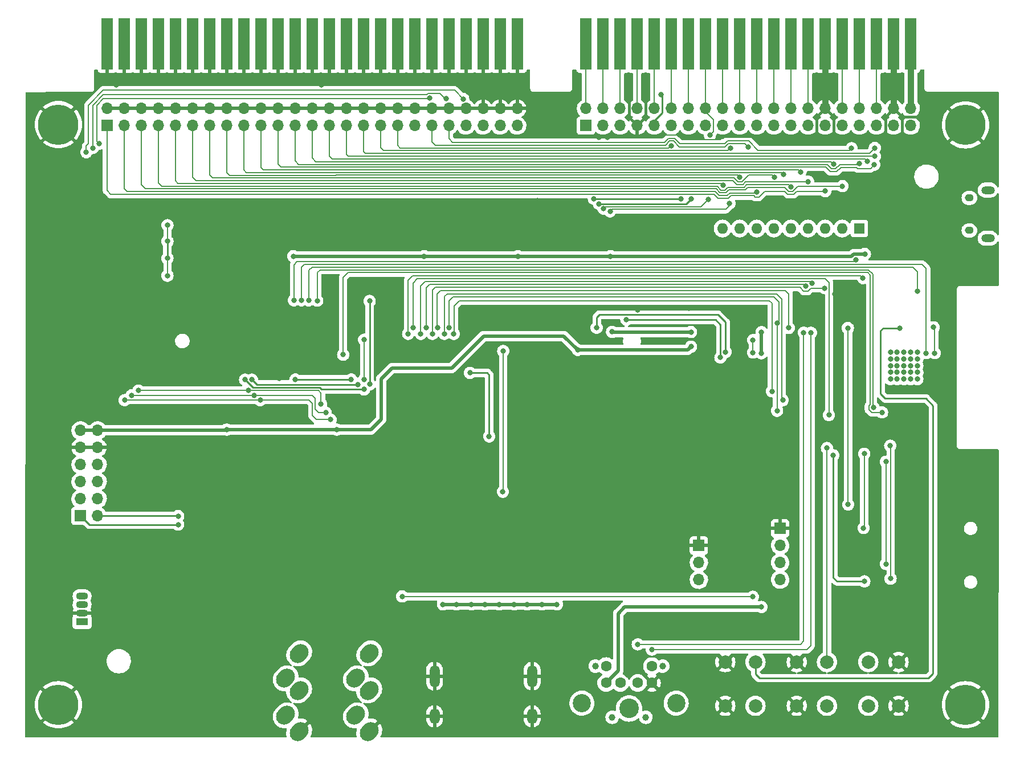
<source format=gbr>
%TF.GenerationSoftware,KiCad,Pcbnew,(6.0.11)*%
%TF.CreationDate,2023-10-13T03:53:32-07:00*%
%TF.ProjectId,TRS-IO++,5452532d-494f-42b2-9b2e-6b696361645f,rev?*%
%TF.SameCoordinates,Original*%
%TF.FileFunction,Copper,L2,Bot*%
%TF.FilePolarity,Positive*%
%FSLAX46Y46*%
G04 Gerber Fmt 4.6, Leading zero omitted, Abs format (unit mm)*
G04 Created by KiCad (PCBNEW (6.0.11)) date 2023-10-13 03:53:32*
%MOMM*%
%LPD*%
G01*
G04 APERTURE LIST*
G04 Aperture macros list*
%AMHorizOval*
0 Thick line with rounded ends*
0 $1 width*
0 $2 $3 position (X,Y) of the first rounded end (center of the circle)*
0 $4 $5 position (X,Y) of the second rounded end (center of the circle)*
0 Add line between two ends*
20,1,$1,$2,$3,$4,$5,0*
0 Add two circle primitives to create the rounded ends*
1,1,$1,$2,$3*
1,1,$1,$4,$5*%
G04 Aperture macros list end*
%TA.AperFunction,ComponentPad*%
%ADD10C,2.000000*%
%TD*%
%TA.AperFunction,ComponentPad*%
%ADD11C,0.800000*%
%TD*%
%TA.AperFunction,ComponentPad*%
%ADD12C,6.000000*%
%TD*%
%TA.AperFunction,ComponentPad*%
%ADD13R,1.700000X1.700000*%
%TD*%
%TA.AperFunction,ComponentPad*%
%ADD14O,1.700000X1.700000*%
%TD*%
%TA.AperFunction,ComponentPad*%
%ADD15HorizOval,2.400000X-0.212132X-0.212132X0.212132X0.212132X0*%
%TD*%
%TA.AperFunction,ComponentPad*%
%ADD16O,1.500000X3.300000*%
%TD*%
%TA.AperFunction,ComponentPad*%
%ADD17O,1.500000X2.300000*%
%TD*%
%TA.AperFunction,ComponentPad*%
%ADD18O,1.300000X1.100000*%
%TD*%
%TA.AperFunction,ComponentPad*%
%ADD19O,2.000000X1.200000*%
%TD*%
%TA.AperFunction,ComponentPad*%
%ADD20R,1.600000X1.600000*%
%TD*%
%TA.AperFunction,ComponentPad*%
%ADD21O,1.600000X1.600000*%
%TD*%
%TA.AperFunction,ConnectorPad*%
%ADD22R,1.778000X7.620000*%
%TD*%
%TA.AperFunction,ComponentPad*%
%ADD23R,1.800000X1.070000*%
%TD*%
%TA.AperFunction,ComponentPad*%
%ADD24O,1.800000X1.070000*%
%TD*%
%TA.AperFunction,ComponentPad*%
%ADD25C,1.600000*%
%TD*%
%TA.AperFunction,ComponentPad*%
%ADD26C,1.000000*%
%TD*%
%TA.AperFunction,ComponentPad*%
%ADD27C,2.900000*%
%TD*%
%TA.AperFunction,ComponentPad*%
%ADD28C,2.700000*%
%TD*%
%TA.AperFunction,ViaPad*%
%ADD29C,0.800000*%
%TD*%
%TA.AperFunction,Conductor*%
%ADD30C,0.200000*%
%TD*%
%TA.AperFunction,Conductor*%
%ADD31C,0.381000*%
%TD*%
%TA.AperFunction,Conductor*%
%ADD32C,0.500380*%
%TD*%
%TA.AperFunction,Conductor*%
%ADD33C,0.889000*%
%TD*%
%TA.AperFunction,Conductor*%
%ADD34C,0.250000*%
%TD*%
G04 APERTURE END LIST*
D10*
%TO.P,SW4,1,1*%
%TO.N,GND*%
X165100000Y-141629200D03*
X165100000Y-135129200D03*
%TO.P,SW4,2,2*%
%TO.N,STATUS*%
X169600000Y-141629200D03*
X169600000Y-135129200D03*
%TD*%
D11*
%TO.P,H3,1,1*%
%TO.N,GND*%
X202387690Y-139887010D03*
X203046700Y-141478000D03*
X199205710Y-143068990D03*
D12*
X200796700Y-141478000D03*
D11*
X200796700Y-143728000D03*
X202387690Y-143068990D03*
X200796700Y-139228000D03*
X198546700Y-141478000D03*
X199205710Y-139887010D03*
%TD*%
%TO.P,H2,1,1*%
%TO.N,GND*%
X198546700Y-55321200D03*
X202387690Y-53730210D03*
X200796700Y-57571200D03*
X199205710Y-53730210D03*
X203046700Y-55321200D03*
X199205710Y-56912190D03*
X202387690Y-56912190D03*
D12*
X200796700Y-55321200D03*
D11*
X200796700Y-53071200D03*
%TD*%
D10*
%TO.P,SW2,1,1*%
%TO.N,GND*%
X175727350Y-135129200D03*
X175727350Y-141629200D03*
%TO.P,SW2,2,2*%
%TO.N,ID0*%
X180227350Y-141629200D03*
X180227350Y-135129200D03*
%TD*%
D13*
%TO.P,J2,1,Pin_1*%
%TO.N,SYSRES_N*%
X144413700Y-55422800D03*
D14*
%TO.P,J2,2,Pin_2*%
%TO.N,RAS_N*%
X144413700Y-52882800D03*
%TO.P,J2,3,Pin_3*%
%TO.N,A10*%
X146953700Y-55422800D03*
%TO.P,J2,4,Pin_4*%
%TO.N,CAS_N*%
X146953700Y-52882800D03*
%TO.P,J2,5,Pin_5*%
%TO.N,A13*%
X149493700Y-55422800D03*
%TO.P,J2,6,Pin_6*%
%TO.N,A12*%
X149493700Y-52882800D03*
%TO.P,J2,7,Pin_7*%
%TO.N,GND*%
X152033700Y-55422800D03*
%TO.P,J2,8,Pin_8*%
%TO.N,A15*%
X152033700Y-52882800D03*
%TO.P,J2,9,Pin_9*%
%TO.N,A14*%
X154573700Y-55422800D03*
%TO.P,J2,10,Pin_10*%
%TO.N,A11*%
X154573700Y-52882800D03*
%TO.P,J2,11,Pin_11*%
%TO.N,OUT_N*%
X157113700Y-55422800D03*
%TO.P,J2,12,Pin_12*%
%TO.N,A8*%
X157113700Y-52882800D03*
%TO.P,J2,13,Pin_13*%
%TO.N,INTACK_N*%
X159653700Y-55422800D03*
%TO.P,J2,14,Pin_14*%
%TO.N,WR_N*%
X159653700Y-52882800D03*
%TO.P,J2,15,Pin_15*%
%TO.N,MUX*%
X162193700Y-55422800D03*
%TO.P,J2,16,Pin_16*%
%TO.N,RD_N*%
X162193700Y-52882800D03*
%TO.P,J2,17,Pin_17*%
%TO.N,D4*%
X164733700Y-55422800D03*
%TO.P,J2,18,Pin_18*%
%TO.N,A9*%
X164733700Y-52882800D03*
%TO.P,J2,19,Pin_19*%
%TO.N,D7*%
X167273700Y-55422800D03*
%TO.P,J2,20,Pin_20*%
%TO.N,IN_N*%
X167273700Y-52882800D03*
%TO.P,J2,21,Pin_21*%
%TO.N,D1*%
X169813700Y-55422800D03*
%TO.P,J2,22,Pin_22*%
%TO.N,INT_N*%
X169813700Y-52882800D03*
%TO.P,J2,23,Pin_23*%
%TO.N,D6*%
X172353700Y-55422800D03*
%TO.P,J2,24,Pin_24*%
%TO.N,TEST_N*%
X172353700Y-52882800D03*
%TO.P,J2,25,Pin_25*%
%TO.N,D3*%
X174893700Y-55422800D03*
%TO.P,J2,26,Pin_26*%
%TO.N,A0*%
X174893700Y-52882800D03*
%TO.P,J2,27,Pin_27*%
%TO.N,D5*%
X177433700Y-55422800D03*
%TO.P,J2,28,Pin_28*%
%TO.N,A1*%
X177433700Y-52882800D03*
%TO.P,J2,29,Pin_29*%
%TO.N,D0*%
X179973700Y-55422800D03*
%TO.P,J2,30,Pin_30*%
%TO.N,GND*%
X179973700Y-52882800D03*
%TO.P,J2,31,Pin_31*%
%TO.N,D2*%
X182513700Y-55422800D03*
%TO.P,J2,32,Pin_32*%
%TO.N,A4*%
X182513700Y-52882800D03*
%TO.P,J2,33,Pin_33*%
%TO.N,A3*%
X185053700Y-55422800D03*
%TO.P,J2,34,Pin_34*%
%TO.N,WAIT_N*%
X185053700Y-52882800D03*
%TO.P,J2,35,Pin_35*%
%TO.N,A7*%
X187593700Y-55422800D03*
%TO.P,J2,36,Pin_36*%
%TO.N,A5*%
X187593700Y-52882800D03*
%TO.P,J2,37,Pin_37*%
%TO.N,A6*%
X190133700Y-55422800D03*
%TO.P,J2,38,Pin_38*%
%TO.N,GND*%
X190133700Y-52882800D03*
%TO.P,J2,39,Pin_39*%
%TO.N,A2*%
X192673700Y-55422800D03*
%TO.P,J2,40,Pin_40*%
%TO.N,5V*%
X192673700Y-52882800D03*
%TD*%
D15*
%TO.P,J10,R*%
%TO.N,Net-(C14-Pad1)*%
X110217200Y-137540400D03*
%TO.P,J10,RN*%
%TO.N,N/C*%
X112217200Y-139340400D03*
%TO.P,J10,S*%
%TO.N,GND*%
X112217200Y-145440400D03*
%TO.P,J10,T*%
%TO.N,unconnected-(J10-PadT)*%
X110217200Y-143040400D03*
%TO.P,J10,TN*%
%TO.N,N/C*%
X112217200Y-133840400D03*
%TD*%
D16*
%TO.P,J7,SH,SH*%
%TO.N,GND*%
X136409000Y-137228600D03*
D17*
X121909000Y-143188600D03*
X136409000Y-143188600D03*
D16*
X121909000Y-137228600D03*
%TD*%
D13*
%TO.P,J8,1,Pin_1*%
%TO.N,GND*%
X173255166Y-115265199D03*
D14*
%TO.P,J8,2,Pin_2*%
%TO.N,+5V*%
X173255166Y-117805199D03*
%TO.P,J8,3,Pin_3*%
%TO.N,RXD0*%
X173255166Y-120345199D03*
%TO.P,J8,4,Pin_4*%
%TO.N,TXD0*%
X173255166Y-122885199D03*
%TD*%
D10*
%TO.P,SW1,1,1*%
%TO.N,ESP_RESET*%
X186354700Y-135129200D03*
X186354700Y-141629200D03*
%TO.P,SW1,2,2*%
%TO.N,GND*%
X190854700Y-141629200D03*
X190854700Y-135129200D03*
%TD*%
D13*
%TO.P,J5,1,Pin_1*%
%TO.N,PMOD_IO1*%
X69322000Y-113411400D03*
D14*
%TO.P,J5,2,Pin_2*%
%TO.N,PMOD_IO5*%
X71862000Y-113411400D03*
%TO.P,J5,3,Pin_3*%
%TO.N,PMOD_IO2*%
X69322000Y-110871400D03*
%TO.P,J5,4,Pin_4*%
%TO.N,PMOD_IO6*%
X71862000Y-110871400D03*
%TO.P,J5,5,Pin_5*%
%TO.N,PMOD_IO3*%
X69322000Y-108331400D03*
%TO.P,J5,6,Pin_6*%
%TO.N,PMOD_IO7*%
X71862000Y-108331400D03*
%TO.P,J5,7,Pin_7*%
%TO.N,PMOD_IO4*%
X69322000Y-105791400D03*
%TO.P,J5,8,Pin_8*%
%TO.N,PMOD_IO8*%
X71862000Y-105791400D03*
%TO.P,J5,9,Pin_9*%
%TO.N,GND*%
X69322000Y-103251400D03*
%TO.P,J5,10,Pin_10*%
X71862000Y-103251400D03*
%TO.P,J5,11,Pin_11*%
%TO.N,+3V3*%
X69322000Y-100711400D03*
%TO.P,J5,12,Pin_12*%
X71862000Y-100711400D03*
%TD*%
D15*
%TO.P,J6,R*%
%TO.N,Net-(C17-Pad1)*%
X99803200Y-137540400D03*
%TO.P,J6,RN*%
%TO.N,N/C*%
X101803200Y-139340400D03*
%TO.P,J6,S*%
%TO.N,GND*%
X101803200Y-145440400D03*
%TO.P,J6,T*%
%TO.N,Net-(C20-Pad1)*%
X99803200Y-143040400D03*
%TO.P,J6,TN*%
%TO.N,N/C*%
X101803200Y-133840400D03*
%TD*%
D11*
%TO.P,U1,39*%
%TO.N,N/C*%
X189655900Y-90090800D03*
X192655900Y-90090800D03*
X192655900Y-91090800D03*
X189655900Y-91090800D03*
X193655900Y-93090800D03*
X193655900Y-89090800D03*
X189655900Y-92090800D03*
X190655900Y-91090800D03*
X191655900Y-93090800D03*
X189655900Y-93090800D03*
X189655900Y-89090800D03*
X191655900Y-92090800D03*
X191655900Y-91090800D03*
X193655900Y-91090800D03*
X192655900Y-93090800D03*
X190655900Y-93090800D03*
X190655900Y-89090800D03*
X192655900Y-92090800D03*
X193655900Y-92090800D03*
X192655900Y-89090800D03*
X190655900Y-90090800D03*
X191655900Y-90090800D03*
X193655900Y-90090800D03*
X191655900Y-89090800D03*
X190655900Y-92090800D03*
%TD*%
%TO.P,H1,1,1*%
%TO.N,GND*%
X66024300Y-57520400D03*
X64433310Y-56861390D03*
X68274300Y-55270400D03*
D12*
X66024300Y-55270400D03*
D11*
X64433310Y-53679410D03*
X67615290Y-56861390D03*
X67615290Y-53679410D03*
X66024300Y-53020400D03*
X63774300Y-55270400D03*
%TD*%
D18*
%TO.P,J12,*%
%TO.N,*%
X201374000Y-66155000D03*
D19*
X204124000Y-72155000D03*
X204124000Y-65005000D03*
D18*
X201374000Y-71005000D03*
%TD*%
D20*
%TO.P,RN1,1,common*%
%TO.N,+5V*%
X185028600Y-70713600D03*
D21*
%TO.P,RN1,2,R1*%
%TO.N,D2*%
X182488600Y-70713600D03*
%TO.P,RN1,3,R2*%
%TO.N,D0*%
X179948600Y-70713600D03*
%TO.P,RN1,4,R3*%
%TO.N,D5*%
X177408600Y-70713600D03*
%TO.P,RN1,5,R4*%
%TO.N,D3*%
X174868600Y-70713600D03*
%TO.P,RN1,6,R5*%
%TO.N,D6*%
X172328600Y-70713600D03*
%TO.P,RN1,7,R6*%
%TO.N,D1*%
X169788600Y-70713600D03*
%TO.P,RN1,8,R7*%
%TO.N,D7*%
X167248600Y-70713600D03*
%TO.P,RN1,9,R8*%
%TO.N,D4*%
X164708600Y-70713600D03*
%TD*%
D22*
%TO.P,J4,2,Pin_2*%
%TO.N,RAS_N*%
X144408700Y-43281600D03*
%TO.P,J4,4,Pin_4*%
%TO.N,CAS_N*%
X146948700Y-43281600D03*
%TO.P,J4,6,Pin_6*%
%TO.N,A12*%
X149488700Y-43281600D03*
%TO.P,J4,8,Pin_8*%
%TO.N,A15*%
X152028700Y-43281600D03*
%TO.P,J4,10,Pin_10*%
%TO.N,A11*%
X154568700Y-43281600D03*
%TO.P,J4,12,Pin_12*%
%TO.N,A8*%
X157108700Y-43281600D03*
%TO.P,J4,14,Pin_14*%
%TO.N,WR_N*%
X159648700Y-43281600D03*
%TO.P,J4,16,Pin_16*%
%TO.N,RD_N*%
X162188700Y-43281600D03*
%TO.P,J4,18,Pin_18*%
%TO.N,A9*%
X164728700Y-43281600D03*
%TO.P,J4,20,Pin_20*%
%TO.N,IN_N*%
X167268700Y-43281600D03*
%TO.P,J4,22,Pin_22*%
%TO.N,INT_N*%
X169808700Y-43281600D03*
%TO.P,J4,24,Pin_24*%
%TO.N,TEST_N*%
X172348700Y-43281600D03*
%TO.P,J4,26,Pin_26*%
%TO.N,A0*%
X174888700Y-43281600D03*
%TO.P,J4,28,Pin_28*%
%TO.N,A1*%
X177428700Y-43281600D03*
%TO.P,J4,30,Pin_30*%
%TO.N,GND*%
X179968700Y-43281600D03*
%TO.P,J4,32,Pin_32*%
%TO.N,A4*%
X182508700Y-43281600D03*
%TO.P,J4,34,Pin_34*%
%TO.N,WAIT_N*%
X185048700Y-43281600D03*
%TO.P,J4,36,Pin_36*%
%TO.N,A5*%
X187588700Y-43281600D03*
%TO.P,J4,38,Pin_38*%
%TO.N,GND*%
X190128700Y-43281600D03*
%TO.P,J4,40,Pin_40*%
%TO.N,5V*%
X192668700Y-43281600D03*
%TD*%
%TO.P,J3,2,Pin_2*%
%TO.N,GND*%
X73263300Y-43281600D03*
%TO.P,J3,4,Pin_4*%
X75803300Y-43281600D03*
%TO.P,J3,6,Pin_6*%
X78343300Y-43281600D03*
%TO.P,J3,8,Pin_8*%
X80883300Y-43281600D03*
%TO.P,J3,10,Pin_10*%
X83423300Y-43281600D03*
%TO.P,J3,12,Pin_12*%
X85963300Y-43281600D03*
%TO.P,J3,14,Pin_14*%
X88503300Y-43281600D03*
%TO.P,J3,16,Pin_16*%
X91043300Y-43281600D03*
%TO.P,J3,18,Pin_18*%
X93583300Y-43281600D03*
%TO.P,J3,20,Pin_20*%
X96123300Y-43281600D03*
%TO.P,J3,22,Pin_22*%
X98663300Y-43281600D03*
%TO.P,J3,24,Pin_24*%
X101203300Y-43281600D03*
%TO.P,J3,26,Pin_26*%
X103743300Y-43281600D03*
%TO.P,J3,28,Pin_28*%
X106283300Y-43281600D03*
%TO.P,J3,30,Pin_30*%
X108823300Y-43281600D03*
%TO.P,J3,32,Pin_32*%
X111363300Y-43281600D03*
%TO.P,J3,34,Pin_34*%
X113903300Y-43281600D03*
%TO.P,J3,36,Pin_36*%
X116443300Y-43281600D03*
%TO.P,J3,38,Pin_38*%
X118983300Y-43281600D03*
%TO.P,J3,40,Pin_40*%
X121523300Y-43281600D03*
%TO.P,J3,42,Pin_42*%
X124063300Y-43281600D03*
%TO.P,J3,44,Pin_44*%
X126603300Y-43281600D03*
%TO.P,J3,46,Pin_46*%
X129143300Y-43281600D03*
%TO.P,J3,48,Pin_48*%
X131683300Y-43281600D03*
%TO.P,J3,50,Pin_50*%
X134223300Y-43281600D03*
%TD*%
D23*
%TO.P,D1,1,RA*%
%TO.N,Net-(D1-Pad1)*%
X69543200Y-129156000D03*
D24*
%TO.P,D1,2,K*%
%TO.N,GND*%
X69543200Y-127886000D03*
%TO.P,D1,3,BA*%
%TO.N,Net-(D1-Pad3)*%
X69543200Y-126616000D03*
%TO.P,D1,4,GA*%
%TO.N,Net-(D1-Pad4)*%
X69543200Y-125346000D03*
%TD*%
D25*
%TO.P,J11,1*%
%TO.N,PS2_DATA*%
X152109500Y-138232700D03*
%TO.P,J11,2*%
%TO.N,unconnected-(J11-Pad2)*%
X149509500Y-138232700D03*
%TO.P,J11,3*%
%TO.N,GND*%
X154209500Y-138232700D03*
%TO.P,J11,4*%
%TO.N,+5V*%
X147409500Y-138232700D03*
%TO.P,J11,5*%
%TO.N,PS2_CLK*%
X154209500Y-135732700D03*
%TO.P,J11,6*%
%TO.N,unconnected-(J11-Pad6)*%
X147409500Y-135732700D03*
D26*
%TO.P,J11,M1*%
%TO.N,N/C*%
X153309500Y-143332700D03*
%TO.P,J11,M2*%
X148309500Y-143332700D03*
%TO.P,J11,M3*%
X155809500Y-135732700D03*
%TO.P,J11,M4*%
X145809500Y-135732700D03*
D27*
%TO.P,J11,S1*%
X150809500Y-142032700D03*
D28*
%TO.P,J11,S2*%
X157809500Y-141232700D03*
%TO.P,J11,S3*%
X143809500Y-141232700D03*
%TD*%
D13*
%TO.P,J1,1,Pin_1*%
%TO.N,D0*%
X73237900Y-55422800D03*
D14*
%TO.P,J1,2,Pin_2*%
%TO.N,GND*%
X73237900Y-52882800D03*
%TO.P,J1,3,Pin_3*%
%TO.N,D1*%
X75777900Y-55422800D03*
%TO.P,J1,4,Pin_4*%
%TO.N,GND*%
X75777900Y-52882800D03*
%TO.P,J1,5,Pin_5*%
%TO.N,D2*%
X78317900Y-55422800D03*
%TO.P,J1,6,Pin_6*%
%TO.N,GND*%
X78317900Y-52882800D03*
%TO.P,J1,7,Pin_7*%
%TO.N,D3*%
X80857900Y-55422800D03*
%TO.P,J1,8,Pin_8*%
%TO.N,GND*%
X80857900Y-52882800D03*
%TO.P,J1,9,Pin_9*%
%TO.N,D4*%
X83397900Y-55422800D03*
%TO.P,J1,10,Pin_10*%
%TO.N,GND*%
X83397900Y-52882800D03*
%TO.P,J1,11,Pin_11*%
%TO.N,D5*%
X85937900Y-55422800D03*
%TO.P,J1,12,Pin_12*%
%TO.N,GND*%
X85937900Y-52882800D03*
%TO.P,J1,13,Pin_13*%
%TO.N,D6*%
X88477900Y-55422800D03*
%TO.P,J1,14,Pin_14*%
%TO.N,GND*%
X88477900Y-52882800D03*
%TO.P,J1,15,Pin_15*%
%TO.N,D7*%
X91017900Y-55422800D03*
%TO.P,J1,16,Pin_16*%
%TO.N,GND*%
X91017900Y-52882800D03*
%TO.P,J1,17,Pin_17*%
%TO.N,A0*%
X93557900Y-55422800D03*
%TO.P,J1,18,Pin_18*%
%TO.N,GND*%
X93557900Y-52882800D03*
%TO.P,J1,19,Pin_19*%
%TO.N,A1*%
X96097900Y-55422800D03*
%TO.P,J1,20,Pin_20*%
%TO.N,GND*%
X96097900Y-52882800D03*
%TO.P,J1,21,Pin_21*%
%TO.N,A2*%
X98637900Y-55422800D03*
%TO.P,J1,22,Pin_22*%
%TO.N,GND*%
X98637900Y-52882800D03*
%TO.P,J1,23,Pin_23*%
%TO.N,A3*%
X101177900Y-55422800D03*
%TO.P,J1,24,Pin_24*%
%TO.N,GND*%
X101177900Y-52882800D03*
%TO.P,J1,25,Pin_25*%
%TO.N,A4*%
X103717900Y-55422800D03*
%TO.P,J1,26,Pin_26*%
%TO.N,GND*%
X103717900Y-52882800D03*
%TO.P,J1,27,Pin_27*%
%TO.N,A5*%
X106257900Y-55422800D03*
%TO.P,J1,28,Pin_28*%
%TO.N,GND*%
X106257900Y-52882800D03*
%TO.P,J1,29,Pin_29*%
%TO.N,A6*%
X108797900Y-55422800D03*
%TO.P,J1,30,Pin_30*%
%TO.N,GND*%
X108797900Y-52882800D03*
%TO.P,J1,31,Pin_31*%
%TO.N,A7*%
X111337900Y-55422800D03*
%TO.P,J1,32,Pin_32*%
%TO.N,GND*%
X111337900Y-52882800D03*
%TO.P,J1,33,Pin_33*%
%TO.N,IN_N*%
X113877900Y-55422800D03*
%TO.P,J1,34,Pin_34*%
%TO.N,GND*%
X113877900Y-52882800D03*
%TO.P,J1,35,Pin_35*%
%TO.N,OUT_N*%
X116417900Y-55422800D03*
%TO.P,J1,36,Pin_36*%
%TO.N,GND*%
X116417900Y-52882800D03*
%TO.P,J1,37,Pin_37*%
%TO.N,RESET_N*%
X118957900Y-55422800D03*
%TO.P,J1,38,Pin_38*%
%TO.N,GND*%
X118957900Y-52882800D03*
%TO.P,J1,39,Pin_39*%
%TO.N,INT_N*%
X121497900Y-55422800D03*
%TO.P,J1,40,Pin_40*%
%TO.N,GND*%
X121497900Y-52882800D03*
%TO.P,J1,41,Pin_41*%
%TO.N,WAIT_N*%
X124037900Y-55422800D03*
%TO.P,J1,42,Pin_42*%
%TO.N,GND*%
X124037900Y-52882800D03*
%TO.P,J1,43,Pin_43*%
%TO.N,EXTIOSEL_N*%
X126577900Y-55422800D03*
%TO.P,J1,44,Pin_44*%
%TO.N,GND*%
X126577900Y-52882800D03*
%TO.P,J1,45,Pin_45*%
%TO.N,NC_45*%
X129117900Y-55422800D03*
%TO.P,J1,46,Pin_46*%
%TO.N,GND*%
X129117900Y-52882800D03*
%TO.P,J1,47,Pin_47*%
%TO.N,M1_N*%
X131657900Y-55422800D03*
%TO.P,J1,48,Pin_48*%
%TO.N,GND*%
X131657900Y-52882800D03*
%TO.P,J1,49,Pin_49*%
%TO.N,IOREQ_N*%
X134197900Y-55422800D03*
%TO.P,J1,50,Pin_50*%
%TO.N,GND*%
X134197900Y-52882800D03*
%TD*%
D13*
%TO.P,J13,1,Pin_1*%
%TO.N,GND*%
X161188400Y-117824915D03*
D14*
%TO.P,J13,2,Pin_2*%
%TO.N,UART_RX*%
X161188400Y-120364915D03*
%TO.P,J13,3,Pin_3*%
%TO.N,UART_TX*%
X161188400Y-122904915D03*
%TD*%
D11*
%TO.P,H4,1,1*%
%TO.N,GND*%
X66024300Y-143728000D03*
X68274300Y-141478000D03*
X64433310Y-139887010D03*
X66024300Y-139228000D03*
X64433310Y-143068990D03*
X67615290Y-143068990D03*
D12*
X66024300Y-141478000D03*
D11*
X63774300Y-141478000D03*
X67615290Y-139887010D03*
%TD*%
D29*
%TO.N,CASS_IN*%
X169227500Y-89141300D03*
X117094000Y-125374400D03*
X169227500Y-87288310D03*
X169214800Y-125425200D03*
%TO.N,GND*%
X178698700Y-57838800D03*
X152082500Y-73660000D03*
X181356400Y-80416400D03*
X107121500Y-81432400D03*
X198526400Y-103733600D03*
X198459900Y-67259200D03*
X116840000Y-89535000D03*
X140106400Y-121208800D03*
X109661500Y-89814400D03*
X154622500Y-68897500D03*
X159702500Y-82550000D03*
X160972500Y-68897500D03*
X102362000Y-125272800D03*
X98806000Y-93014800D03*
X191570000Y-109737500D03*
X171132500Y-66357500D03*
X150812500Y-50800000D03*
X147637500Y-57150000D03*
X113725500Y-69697600D03*
X130898900Y-138628800D03*
X110947200Y-97891600D03*
X130810000Y-85407500D03*
X125653800Y-134209200D03*
X170497500Y-73660000D03*
X103682800Y-111302800D03*
X179387500Y-73660000D03*
X142240000Y-56832500D03*
X149542500Y-68897500D03*
X114265200Y-121107200D03*
X89747900Y-85090000D03*
X109712300Y-85090000D03*
X147002500Y-87312500D03*
X83486800Y-83705700D03*
X160972500Y-56832500D03*
X191570000Y-127517500D03*
X138211100Y-73304400D03*
X83486800Y-91325700D03*
X153298700Y-50850800D03*
X136422350Y-107340400D03*
X124393500Y-73202800D03*
X203489100Y-125984000D03*
X104835500Y-85090000D03*
X198561500Y-79857600D03*
X136525000Y-56832500D03*
X101185300Y-103632000D03*
X141259100Y-69748400D03*
X112395000Y-78422500D03*
X140970000Y-88900000D03*
X152066800Y-82804000D03*
X203489100Y-110439200D03*
X152066800Y-91325700D03*
X170497500Y-82550000D03*
X112395000Y-73660000D03*
X178698700Y-62750700D03*
X93506800Y-142510000D03*
X110947200Y-102311200D03*
X128270000Y-89535000D03*
X133350000Y-85407500D03*
X126365000Y-87630000D03*
X171078700Y-57838800D03*
X110947200Y-106781600D03*
X159702500Y-73660000D03*
X127390700Y-69697600D03*
X108712000Y-95910400D03*
X63890700Y-70154800D03*
X105076800Y-49415700D03*
X74596800Y-49415700D03*
X146367500Y-57150000D03*
X124799900Y-102057200D03*
X144121200Y-66675000D03*
X137160000Y-66585500D03*
%TO.N,+5V*%
X160020000Y-86097709D03*
X170484800Y-126949200D03*
X170469100Y-89245900D03*
X148290300Y-86076000D03*
X170497500Y-86106000D03*
%TO.N,+3V3*%
X107391200Y-100584000D03*
X185852090Y-74497910D03*
X160020000Y-88265000D03*
X140106400Y-126563800D03*
X82229500Y-75133200D03*
X82229500Y-77724000D03*
X82229500Y-72593200D03*
X134299500Y-74828400D03*
X120380300Y-74828400D03*
X131533900Y-126563800D03*
X125183900Y-126563800D03*
X82229500Y-70205600D03*
X133756400Y-126563800D03*
X129413000Y-126563800D03*
X148066300Y-74828400D03*
X137883900Y-126563800D03*
X91033600Y-100584000D03*
X123164600Y-126563800D03*
X143192500Y-88748091D03*
X135661400Y-126563800D03*
X100936600Y-74828400D03*
X127406400Y-126563800D03*
%TO.N,PS2_DATA*%
X176768300Y-86195900D03*
X152109500Y-132500700D03*
%TO.N,PS2_CLK*%
X177835100Y-86195900D03*
X154209500Y-133267700D03*
%TO.N,CS_SD*%
X185658300Y-115214400D03*
X185759900Y-104190800D03*
%TO.N,MOSI*%
X174533100Y-85484700D03*
X122333938Y-85407500D03*
X183372300Y-111709200D03*
X183321500Y-85496400D03*
%TO.N,SCK*%
X124077000Y-85407500D03*
X172805900Y-97790000D03*
X188972000Y-105377300D03*
X172805900Y-84785200D03*
X188972000Y-120548400D03*
%TO.N,CASS_OUT*%
X111442500Y-87223600D03*
X111442500Y-93154500D03*
%TO.N,STATUS*%
X191008000Y-85496400D03*
%TO.N,ESP_RESET*%
X196060600Y-85394800D03*
X196215000Y-89217500D03*
%TO.N,CS_FPGA*%
X124776500Y-86360000D03*
X172043900Y-94894400D03*
%TO.N,ESP_S0*%
X121599500Y-86360000D03*
X179853722Y-79566178D03*
%TO.N,_A9*%
X127175800Y-92156900D03*
X130032300Y-101600000D03*
%TO.N,ESP_S1*%
X120650000Y-85407500D03*
X177056367Y-79287100D03*
%TO.N,ESP_S2*%
X178038300Y-78880700D03*
X119872300Y-86360000D03*
%TO.N,ESP_S3*%
X180508004Y-98420997D03*
X118745000Y-85407500D03*
%TO.N,REQ*%
X117992700Y-86360000D03*
X185572400Y-78079600D03*
%TO.N,DONE*%
X188405900Y-98039600D03*
X108340700Y-89458800D03*
%TO.N,ABUS_EN*%
X132064300Y-109815690D03*
X132115100Y-88900000D03*
%TO.N,CASS_OUT2*%
X112268000Y-93866700D03*
X112268000Y-81483200D03*
%TO.N,D0*%
X179973700Y-65164700D03*
%TO.N,D1*%
X169813700Y-65317100D03*
%TO.N,D2*%
X182513700Y-64419400D03*
%TO.N,D3*%
X174837900Y-64504300D03*
%TO.N,D4*%
X164779500Y-64300700D03*
%TO.N,D5*%
X177433700Y-63759000D03*
%TO.N,D6*%
X172399500Y-63094300D03*
%TO.N,D7*%
X167273700Y-63094300D03*
%TO.N,A0*%
X173743700Y-62694300D03*
%TO.N,A1*%
X176283700Y-62294300D03*
%TO.N,A2*%
X187260000Y-61212500D03*
%TO.N,A3*%
X185053700Y-61094300D03*
%TO.N,A4*%
X181187900Y-61163200D03*
%TO.N,A5*%
X186203700Y-60694300D03*
%TO.N,A6*%
X187308750Y-59991250D03*
%TO.N,A7*%
X187325000Y-58737500D03*
%TO.N,IN_N*%
X165735000Y-66992500D03*
X165883700Y-58762200D03*
X147989505Y-68162900D03*
%TO.N,OUT_N*%
X157108700Y-58408300D03*
X158563200Y-66313900D03*
X145577100Y-66313900D03*
%TO.N,EXTIOSEL_N*%
X126171500Y-51460400D03*
X106453400Y-99110800D03*
X70167500Y-59372500D03*
X96012000Y-96215200D03*
X75869800Y-96215200D03*
%TO.N,A14*%
X155575000Y-50800000D03*
%TO.N,WR_N*%
X146330800Y-67038400D03*
X160012700Y-66313900D03*
%TO.N,RD_N*%
X147031219Y-67762900D03*
X162560000Y-66357500D03*
X162834200Y-56832500D03*
%TO.N,INT_N*%
X105054400Y-96774000D03*
X72072500Y-58102500D03*
X121193100Y-51358800D03*
X94284800Y-94792800D03*
X168487900Y-58572400D03*
X77927200Y-94792800D03*
%TO.N,WAIT_N*%
X95137200Y-95492800D03*
X76909700Y-95492800D03*
X183880300Y-58775600D03*
X123606100Y-51435000D03*
X71120000Y-58737500D03*
X105753900Y-98094800D03*
%TO.N,MISO*%
X173646082Y-96210942D03*
X189671500Y-122732800D03*
X123377500Y-86360000D03*
X189620700Y-102971600D03*
%TO.N,INT*%
X109537500Y-93147300D03*
X101228700Y-93147300D03*
%TO.N,WAIT*%
X94781399Y-93156801D03*
X110490000Y-93890500D03*
%TO.N,EXTIOSEL*%
X111442500Y-94615000D03*
X93761100Y-93161100D03*
%TO.N,ID0*%
X180222700Y-103327200D03*
%TO.N,CD_SD*%
X181152800Y-104394000D03*
X185775600Y-123139200D03*
%TO.N,JTAG_TDO*%
X193675000Y-80010000D03*
X103200776Y-81390724D03*
%TO.N,JTAG_TMS*%
X104479900Y-81432400D03*
X187135900Y-97337200D03*
%TO.N,JTAG_TCK*%
X194945000Y-89217500D03*
X102143100Y-81381600D03*
%TO.N,JTAG_TDI*%
X101025500Y-81381600D03*
X184556400Y-75348100D03*
%TO.N,PMOD_IO1*%
X83820000Y-114706400D03*
%TO.N,PMOD_IO5*%
X83820000Y-113436400D03*
%TO.N,UART_RX*%
X164388800Y-89865200D03*
X150418800Y-84253500D03*
%TO.N,UART_TX*%
X165150800Y-89052400D03*
X145999200Y-85445600D03*
%TD*%
D30*
%TO.N,CASS_IN*%
X122342100Y-125408100D02*
X169197700Y-125408100D01*
X122342100Y-125408100D02*
X117127700Y-125408100D01*
X169197700Y-125408100D02*
X169214800Y-125425200D01*
X169227500Y-89141300D02*
X169227500Y-87288310D01*
X117127700Y-125408100D02*
X117094000Y-125374400D01*
D31*
%TO.N,GND*%
X181213711Y-54122811D02*
X181213711Y-56753711D01*
D32*
X129117900Y-52882800D02*
X131657900Y-52882800D01*
D30*
X164400489Y-57532011D02*
X164782500Y-57150000D01*
D31*
X150793689Y-50818811D02*
X150793689Y-54182789D01*
D33*
X190133700Y-52882800D02*
X190133700Y-43286600D01*
D32*
X93557900Y-52882800D02*
X96097900Y-52882800D01*
D31*
X188893689Y-54122811D02*
X188893689Y-57131189D01*
D30*
X146367500Y-57150000D02*
X147637500Y-57150000D01*
D33*
X179968700Y-43281600D02*
X179968700Y-52877800D01*
D31*
X179973700Y-52882800D02*
X178698700Y-54157800D01*
X150812500Y-50800000D02*
X150793689Y-50818811D01*
D30*
X169916300Y-57838800D02*
X171078700Y-57838800D01*
D32*
X116417900Y-52882800D02*
X118957900Y-52882800D01*
D31*
X150793689Y-54182789D02*
X152033700Y-55422800D01*
D32*
X108797900Y-52882800D02*
X111337900Y-52882800D01*
X131657900Y-52882800D02*
X134197900Y-52882800D01*
X121497900Y-52882800D02*
X124037900Y-52882800D01*
X103717900Y-52882800D02*
X106257900Y-52882800D01*
X80857900Y-52882800D02*
X83397900Y-52882800D01*
D31*
X190133700Y-52882800D02*
X191403700Y-54152800D01*
D30*
X155892500Y-57150000D02*
X156210000Y-56832500D01*
D31*
X191403700Y-54152800D02*
X195259500Y-54152800D01*
D32*
X83397900Y-52882800D02*
X85937900Y-52882800D01*
X88477900Y-52882800D02*
X91017900Y-52882800D01*
X113877900Y-52882800D02*
X116417900Y-52882800D01*
X74596800Y-49415700D02*
X73263300Y-48082200D01*
D31*
X188893689Y-57131189D02*
X188912500Y-57150000D01*
D30*
X171078700Y-57838800D02*
X178698700Y-57838800D01*
X164782500Y-57150000D02*
X169227500Y-57150000D01*
D32*
X111337900Y-52882800D02*
X113877900Y-52882800D01*
X106257900Y-52882800D02*
X108797900Y-52882800D01*
D31*
X190133700Y-52882800D02*
X188893689Y-54122811D01*
D30*
X156210000Y-56832500D02*
X157956250Y-56832500D01*
D32*
X85937900Y-52882800D02*
X88477900Y-52882800D01*
D30*
X147637500Y-57150000D02*
X155892500Y-57150000D01*
D31*
X181213711Y-56753711D02*
X181292500Y-56832500D01*
D32*
X101177900Y-52882800D02*
X103717900Y-52882800D01*
X96097900Y-52882800D02*
X98637900Y-52882800D01*
D31*
X153298700Y-50850800D02*
X153298700Y-54157800D01*
D32*
X105076800Y-49415700D02*
X103743300Y-48082200D01*
X73237900Y-52882800D02*
X75777900Y-52882800D01*
X73263300Y-48082200D02*
X73263300Y-43281600D01*
D31*
X153298700Y-54157800D02*
X152033700Y-55422800D01*
D32*
X134223300Y-43281600D02*
X134223300Y-52857400D01*
X75777900Y-52882800D02*
X78317900Y-52882800D01*
X98637900Y-52882800D02*
X101177900Y-52882800D01*
X78317900Y-52882800D02*
X80857900Y-52882800D01*
D31*
X191403700Y-54152800D02*
X191403700Y-56783700D01*
D32*
X126577900Y-52882800D02*
X129117900Y-52882800D01*
X124037900Y-52882800D02*
X126577900Y-52882800D01*
D30*
X158655761Y-57532011D02*
X164400489Y-57532011D01*
X157956250Y-56832500D02*
X158655761Y-57532011D01*
D31*
X179973700Y-52882800D02*
X181213711Y-54122811D01*
X178698700Y-54157800D02*
X178698700Y-57838800D01*
D32*
X91017900Y-52882800D02*
X93557900Y-52882800D01*
X103743300Y-48082200D02*
X103743300Y-43281600D01*
D30*
X169227500Y-57150000D02*
X169916300Y-57838800D01*
D32*
X118957900Y-52882800D02*
X121497900Y-52882800D01*
%TO.N,+5V*%
X160020000Y-86097709D02*
X148312009Y-86097709D01*
X170484800Y-126949200D02*
X150164800Y-126949200D01*
X148312009Y-86097709D02*
X148290300Y-86076000D01*
X149199600Y-136442600D02*
X147409500Y-138232700D01*
X149199600Y-127914400D02*
X149199600Y-136442600D01*
X170497500Y-87601600D02*
X170469100Y-87630000D01*
X150164800Y-126949200D02*
X149199600Y-127914400D01*
X170469100Y-87630000D02*
X170469100Y-89245900D01*
X170497500Y-86106000D02*
X170497500Y-87601600D01*
%TO.N,+3V3*%
X123164600Y-126563800D02*
X137883900Y-126563800D01*
X112458500Y-100584000D02*
X107391200Y-100584000D01*
D34*
X82229500Y-72593200D02*
X82229500Y-75133200D01*
D32*
X183873749Y-74828400D02*
X148066300Y-74828400D01*
X69322000Y-100711400D02*
X90906200Y-100711400D01*
X141121909Y-86677500D02*
X129222500Y-86677500D01*
X90906200Y-100711400D02*
X91033600Y-100584000D01*
X91033600Y-100584000D02*
X107391200Y-100584000D01*
X134299500Y-74828400D02*
X120380300Y-74828400D01*
X160020000Y-88265000D02*
X159536909Y-88748091D01*
X113982500Y-99060000D02*
X112458500Y-100584000D01*
X129222500Y-86677500D02*
X124460000Y-91440000D01*
X159536909Y-88748091D02*
X143192500Y-88748091D01*
X185852090Y-74497910D02*
X184204239Y-74497910D01*
X120380300Y-74828400D02*
X100936600Y-74828400D01*
X143192500Y-88748091D02*
X141121909Y-86677500D01*
X115570000Y-91440000D02*
X113982500Y-93027500D01*
X140106400Y-126563800D02*
X137883900Y-126563800D01*
D30*
X82229500Y-70205600D02*
X82229500Y-72593200D01*
X82229500Y-77724000D02*
X82229500Y-75133200D01*
D32*
X148066300Y-74828400D02*
X134299500Y-74828400D01*
X184204239Y-74497910D02*
X183873749Y-74828400D01*
X124460000Y-91440000D02*
X115570000Y-91440000D01*
X113982500Y-93027500D02*
X113982500Y-99060000D01*
D30*
%TO.N,PS2_DATA*%
X176768300Y-132044900D02*
X176312500Y-132500700D01*
X176768300Y-86195900D02*
X176768300Y-132044900D01*
X176312500Y-132500700D02*
X152109500Y-132500700D01*
%TO.N,PS2_CLK*%
X177221900Y-133267700D02*
X154209500Y-133267700D01*
X177835100Y-86195900D02*
X177835100Y-132654500D01*
X177835100Y-132654500D02*
X177221900Y-133267700D01*
%TO.N,CS_SD*%
X185759900Y-104190800D02*
X185759900Y-115112800D01*
X185759900Y-115112800D02*
X185658300Y-115214400D01*
%TO.N,MOSI*%
X174025100Y-79959200D02*
X174533100Y-80467200D01*
X122259900Y-80467200D02*
X122767900Y-79959200D01*
X183372300Y-85547200D02*
X183321500Y-85496400D01*
X122767900Y-79959200D02*
X174025100Y-79959200D01*
X174533100Y-80467200D02*
X174533100Y-85484700D01*
X122333938Y-85407500D02*
X122259900Y-85333462D01*
X183372300Y-111709200D02*
X183372300Y-85547200D01*
X122259900Y-85333462D02*
X122259900Y-80467200D01*
%TO.N,SCK*%
X172805900Y-84785200D02*
X172805900Y-97790000D01*
X124077000Y-85407500D02*
X124077000Y-81494900D01*
X188972000Y-105377300D02*
X188972000Y-120548400D01*
X173059900Y-84531200D02*
X172805900Y-84785200D01*
X124077000Y-81494900D02*
X124698300Y-80873600D01*
X172297900Y-80873600D02*
X173059900Y-81635600D01*
X124698300Y-80873600D02*
X172297900Y-80873600D01*
X173059900Y-81635600D02*
X173059900Y-84531200D01*
%TO.N,CASS_OUT*%
X111442500Y-87223600D02*
X111442500Y-93154500D01*
D34*
%TO.N,STATUS*%
X188163200Y-85902800D02*
X188163200Y-95250000D01*
X195986400Y-97028000D02*
X195986400Y-136804400D01*
X170180000Y-137515600D02*
X169600000Y-136935600D01*
X194919600Y-95961200D02*
X195986400Y-97028000D01*
X195986400Y-136804400D02*
X195275200Y-137515600D01*
X195275200Y-137515600D02*
X170180000Y-137515600D01*
X169600000Y-136935600D02*
X169600000Y-135129200D01*
X188874400Y-95961200D02*
X194919600Y-95961200D01*
X188163200Y-95250000D02*
X188874400Y-95961200D01*
X191008000Y-85496400D02*
X188569600Y-85496400D01*
X188569600Y-85496400D02*
X188163200Y-85902800D01*
D30*
%TO.N,ESP_RESET*%
X196215000Y-89217500D02*
X196215000Y-85549200D01*
X196215000Y-85549200D02*
X196060600Y-85394800D01*
%TO.N,CS_FPGA*%
X124799900Y-82245200D02*
X125612700Y-81432400D01*
X125612700Y-81432400D02*
X171637500Y-81432400D01*
X172043900Y-81838800D02*
X172043900Y-94894400D01*
X171637500Y-81432400D02*
X172043900Y-81838800D01*
X124799900Y-86336600D02*
X124799900Y-82245200D01*
X124776500Y-86360000D02*
X124799900Y-86336600D01*
%TO.N,ESP_S0*%
X176209500Y-79451200D02*
X176745400Y-79987100D01*
X122005900Y-79451200D02*
X176209500Y-79451200D01*
X176745400Y-79987100D02*
X177400800Y-79987100D01*
X177400800Y-79987100D02*
X177807200Y-79580700D01*
X177807200Y-79580700D02*
X179839200Y-79580700D01*
X121599500Y-79857600D02*
X122005900Y-79451200D01*
X179839200Y-79580700D02*
X179853722Y-79566178D01*
X121599500Y-86360000D02*
X121599500Y-79857600D01*
D34*
%TO.N,_A9*%
X129727500Y-92151200D02*
X127170100Y-92151200D01*
X130032300Y-101600000D02*
X130032300Y-92456000D01*
X130032300Y-92456000D02*
X129727500Y-92151200D01*
X127170100Y-92151200D02*
X127175800Y-92156900D01*
D30*
%TO.N,ESP_S1*%
X120650000Y-79486300D02*
X121148700Y-78987600D01*
X120650000Y-85407500D02*
X120650000Y-79486300D01*
X176756867Y-78987600D02*
X177056367Y-79287100D01*
X121148700Y-78987600D02*
X176756867Y-78987600D01*
%TO.N,ESP_S2*%
X119872300Y-79248000D02*
X120532700Y-78587600D01*
X120532700Y-78587600D02*
X177745200Y-78587600D01*
X119872300Y-86360000D02*
X119872300Y-79248000D01*
X177745200Y-78587600D02*
X178038300Y-78880700D01*
%TO.N,ESP_S3*%
X180553722Y-98375279D02*
X180508004Y-98420997D01*
X119364300Y-78181200D02*
X179942297Y-78181200D01*
X118692200Y-85354700D02*
X118692200Y-78853300D01*
X180553722Y-78792625D02*
X180553722Y-98375279D01*
X179942297Y-78181200D02*
X180553722Y-78792625D01*
X118745000Y-85407500D02*
X118692200Y-85354700D01*
X118692200Y-78853300D02*
X119364300Y-78181200D01*
%TO.N,REQ*%
X118653100Y-77724000D02*
X185216800Y-77724000D01*
X117992700Y-78384400D02*
X118653100Y-77724000D01*
X117992700Y-86360000D02*
X117992700Y-78384400D01*
X185216800Y-77724000D02*
X185572400Y-78079600D01*
%TO.N,DONE*%
X186629900Y-96853250D02*
X186629900Y-77635686D01*
X186848350Y-98039600D02*
X186435900Y-97627150D01*
X188405900Y-98039600D02*
X186848350Y-98039600D01*
X186435900Y-97047250D02*
X186629900Y-96853250D01*
X108340700Y-77978000D02*
X108340700Y-89458800D01*
X186435900Y-97627150D02*
X186435900Y-97047250D01*
X186629900Y-77635686D02*
X186261014Y-77266800D01*
X186261014Y-77266800D02*
X109051900Y-77266800D01*
X109051900Y-77266800D02*
X108340700Y-77978000D01*
%TO.N,ABUS_EN*%
X132115100Y-88900000D02*
X132115100Y-109764890D01*
X132115100Y-109764890D02*
X132064300Y-109815690D01*
D34*
%TO.N,CASS_OUT2*%
X112268000Y-81483200D02*
X112268000Y-93866700D01*
D30*
%TO.N,D0*%
X169523750Y-66017100D02*
X169337050Y-65830400D01*
X73237900Y-65074800D02*
X73237900Y-55422800D01*
X175293535Y-65604300D02*
X174382264Y-65604300D01*
X179973700Y-65164700D02*
X179962000Y-65176400D01*
X165566505Y-66200700D02*
X163992493Y-66200700D01*
X163992493Y-66200700D02*
X163406192Y-65614400D01*
X163406192Y-65614400D02*
X73777500Y-65614400D01*
X179962000Y-65176400D02*
X175721436Y-65176400D01*
X170944350Y-65176400D02*
X170103650Y-66017100D01*
X170103650Y-66017100D02*
X169523750Y-66017100D01*
X175721436Y-65176400D02*
X175293535Y-65604300D01*
X73777500Y-65614400D02*
X73237900Y-65074800D01*
X169337050Y-65830400D02*
X165936805Y-65830400D01*
X173954364Y-65176400D02*
X170944350Y-65176400D01*
X174382264Y-65604300D02*
X173954364Y-65176400D01*
X165936805Y-65830400D02*
X165566505Y-66200700D01*
%TO.N,D1*%
X169700400Y-65430400D02*
X165771121Y-65430400D01*
X163571878Y-65214400D02*
X76222300Y-65214400D01*
X165771121Y-65430400D02*
X165400820Y-65800700D01*
X75777900Y-64770000D02*
X75777900Y-55422800D01*
X164158178Y-65800700D02*
X163571878Y-65214400D01*
X76222300Y-65214400D02*
X75777900Y-64770000D01*
X169813700Y-65317100D02*
X169700400Y-65430400D01*
X165400820Y-65800700D02*
X164158178Y-65800700D01*
%TO.N,D2*%
X182513700Y-64419400D02*
X182467900Y-64465200D01*
X163737564Y-64814400D02*
X78921100Y-64814400D01*
X78921100Y-64814400D02*
X78317900Y-64211200D01*
X168060705Y-64994300D02*
X165641536Y-64994300D01*
X175127850Y-65204300D02*
X174547950Y-65204300D01*
X168437406Y-64617600D02*
X168060705Y-64994300D01*
X78317900Y-64211200D02*
X78317900Y-55422800D01*
X165641536Y-64994300D02*
X165235135Y-65400700D01*
X174547950Y-65204300D02*
X173961250Y-64617600D01*
X175866950Y-64465200D02*
X175127850Y-65204300D01*
X165235135Y-65400700D02*
X164323864Y-65400700D01*
X173961250Y-64617600D02*
X168437406Y-64617600D01*
X164323864Y-65400700D02*
X163737564Y-64814400D01*
X182467900Y-64465200D02*
X175866950Y-64465200D01*
%TO.N,D3*%
X165475850Y-64594300D02*
X167895020Y-64594300D01*
X80857900Y-55422800D02*
X80857900Y-63906400D01*
X168278121Y-64211200D02*
X174544800Y-64211200D01*
X163903250Y-64414400D02*
X164489550Y-65000700D01*
X167895020Y-64594300D02*
X168278121Y-64211200D01*
X80857900Y-63906400D02*
X81365900Y-64414400D01*
X165069450Y-65000700D02*
X165475850Y-64594300D01*
X81365900Y-64414400D02*
X163903250Y-64414400D01*
X164489550Y-65000700D02*
X165069450Y-65000700D01*
X174544800Y-64211200D02*
X174837900Y-64504300D01*
%TO.N,D4*%
X83397900Y-55422800D02*
X83397900Y-63601600D01*
X83797500Y-64001200D02*
X164480000Y-64001200D01*
X164480000Y-64001200D02*
X164779500Y-64300700D01*
X83397900Y-63601600D02*
X83797500Y-64001200D01*
%TO.N,D5*%
X166818064Y-64194300D02*
X166224964Y-63601200D01*
X167729335Y-64194300D02*
X166818064Y-64194300D01*
X177387900Y-63804800D02*
X168118836Y-63804800D01*
X177433700Y-63759000D02*
X177387900Y-63804800D01*
X85937900Y-63093600D02*
X85937900Y-55422800D01*
X166224964Y-63601200D02*
X86445500Y-63601200D01*
X86445500Y-63601200D02*
X85937900Y-63093600D01*
X168118836Y-63804800D02*
X167729335Y-64194300D01*
%TO.N,D6*%
X168563150Y-62794800D02*
X172100000Y-62794800D01*
X107423696Y-63195200D02*
X166384650Y-63195200D01*
X172100000Y-62794800D02*
X172399500Y-63094300D01*
X88941100Y-63201200D02*
X107417696Y-63201200D01*
X88477900Y-55422800D02*
X88477900Y-62738000D01*
X167563650Y-63794300D02*
X168563150Y-62794800D01*
X166983750Y-63794300D02*
X167563650Y-63794300D01*
X107417696Y-63201200D02*
X107423696Y-63195200D01*
X166384650Y-63195200D02*
X166983750Y-63794300D01*
X88477900Y-62738000D02*
X88941100Y-63201200D01*
%TO.N,D7*%
X166974200Y-62794800D02*
X107258411Y-62794800D01*
X107252011Y-62801200D02*
X91436700Y-62801200D01*
X91017900Y-62382400D02*
X91017900Y-55422800D01*
X167273700Y-63094300D02*
X166974200Y-62794800D01*
X91436700Y-62801200D02*
X91017900Y-62382400D01*
X107258411Y-62794800D02*
X107252011Y-62801200D01*
%TO.N,A0*%
X173743700Y-62694300D02*
X173444200Y-62394800D01*
X93932300Y-62401200D02*
X93557900Y-62026800D01*
X93557900Y-62026800D02*
X93557900Y-55422800D01*
X174888700Y-43281600D02*
X174888700Y-52877800D01*
X107086326Y-62401200D02*
X93932300Y-62401200D01*
X107092726Y-62394800D02*
X107086326Y-62401200D01*
X173444200Y-62394800D02*
X107092726Y-62394800D01*
%TO.N,A1*%
X177428700Y-43281600D02*
X177428700Y-52877800D01*
X176283700Y-62294300D02*
X175984200Y-61994800D01*
X175984200Y-61994800D02*
X106927041Y-61994800D01*
X106927041Y-61994800D02*
X106920641Y-62001200D01*
X96097900Y-61620400D02*
X96097900Y-55422800D01*
X96478700Y-62001200D02*
X96097900Y-61620400D01*
X106920641Y-62001200D02*
X96478700Y-62001200D01*
%TO.N,A2*%
X182292736Y-61614000D02*
X184583450Y-61614000D01*
X184763750Y-61794300D02*
X186678200Y-61794300D01*
X181643536Y-62263200D02*
X182292736Y-61614000D01*
X98637900Y-61112400D02*
X99126700Y-61601200D01*
X180732264Y-62263200D02*
X181643536Y-62263200D01*
X184583450Y-61614000D02*
X184763750Y-61794300D01*
X186678200Y-61794300D02*
X187260000Y-61212500D01*
X180063864Y-61594800D02*
X180732264Y-62263200D01*
X106754956Y-61601200D02*
X106761356Y-61594800D01*
X99126700Y-61601200D02*
X106754956Y-61601200D01*
X106761356Y-61594800D02*
X180063864Y-61594800D01*
X98637900Y-55422800D02*
X98637900Y-61112400D01*
%TO.N,A3*%
X106589271Y-61201200D02*
X101723900Y-61201200D01*
X180254300Y-61194800D02*
X106595671Y-61194800D01*
X180897950Y-61863200D02*
X180375100Y-61340350D01*
X106595671Y-61194800D02*
X106589271Y-61201200D01*
X180375100Y-61340350D02*
X180375100Y-61315600D01*
X182127050Y-61214000D02*
X181477850Y-61863200D01*
X184934000Y-61214000D02*
X182127050Y-61214000D01*
X180375100Y-61315600D02*
X180254300Y-61194800D01*
X101177900Y-60655200D02*
X101177900Y-55422800D01*
X181477850Y-61863200D02*
X180897950Y-61863200D01*
X101723900Y-61201200D02*
X101177900Y-60655200D01*
X185053700Y-61094300D02*
X184934000Y-61214000D01*
%TO.N,A4*%
X104270300Y-60801200D02*
X103717900Y-60248800D01*
X180819500Y-60794800D02*
X106429986Y-60794800D01*
X106429986Y-60794800D02*
X106423586Y-60801200D01*
X103717900Y-60248800D02*
X103717900Y-55422800D01*
X181187900Y-61163200D02*
X180819500Y-60794800D01*
X182508700Y-43281600D02*
X182508700Y-52877800D01*
X106423586Y-60801200D02*
X104270300Y-60801200D01*
%TO.N,A5*%
X187588700Y-43281600D02*
X187588700Y-52877800D01*
X106257900Y-59944000D02*
X106257900Y-55422800D01*
X106708700Y-60394800D02*
X106257900Y-59944000D01*
X185904200Y-60394800D02*
X106708700Y-60394800D01*
X186203700Y-60694300D02*
X185904200Y-60394800D01*
%TO.N,A6*%
X187305200Y-59994800D02*
X187308750Y-59991250D01*
X108797900Y-55422800D02*
X108797900Y-59740800D01*
X109051900Y-59994800D02*
X187305200Y-59994800D01*
X108797900Y-59740800D02*
X109051900Y-59994800D01*
%TO.N,A7*%
X111337900Y-59283600D02*
X111591900Y-59537600D01*
X186524900Y-59537600D02*
X187325000Y-58737500D01*
X111337900Y-55422800D02*
X111337900Y-59283600D01*
X111591900Y-59537600D02*
X186524900Y-59537600D01*
%TO.N,IN_N*%
X165858300Y-58787600D02*
X165508300Y-59137600D01*
X113877900Y-58724800D02*
X113877900Y-55422800D01*
X165735000Y-66992500D02*
X165735000Y-67310000D01*
X114290700Y-59137600D02*
X113877900Y-58724800D01*
X156789450Y-59137600D02*
X114290700Y-59137600D01*
X157398650Y-59108300D02*
X156818750Y-59108300D01*
X156818750Y-59108300D02*
X156789450Y-59137600D01*
X167268700Y-43281600D02*
X167268700Y-52877800D01*
X165508300Y-59137600D02*
X157427950Y-59137600D01*
X148289005Y-67863400D02*
X147989505Y-68162900D01*
X165735000Y-67310000D02*
X165181600Y-67863400D01*
X165181600Y-67863400D02*
X148289005Y-67863400D01*
X165883700Y-58762200D02*
X165858300Y-58787600D01*
X157427950Y-59137600D02*
X157398650Y-59108300D01*
%TO.N,OUT_N*%
X116786300Y-58737600D02*
X156623764Y-58737600D01*
X116417900Y-58369200D02*
X116786300Y-58737600D01*
X156623764Y-58737600D02*
X156953064Y-58408300D01*
X116417900Y-55422800D02*
X116417900Y-58369200D01*
D34*
X145577100Y-66313900D02*
X158563200Y-66313900D01*
D30*
X156953064Y-58408300D02*
X157108700Y-58408300D01*
%TO.N,EXTIOSEL_N*%
X70167500Y-59372500D02*
X70167500Y-58420000D01*
X72707500Y-50165000D02*
X124876100Y-50165000D01*
X103276400Y-96215200D02*
X103740000Y-96678800D01*
X104343200Y-99110800D02*
X106453400Y-99110800D01*
X70485000Y-52387500D02*
X72707500Y-50165000D01*
X103740000Y-96678800D02*
X103740000Y-98507600D01*
X70167500Y-58420000D02*
X70485000Y-58102500D01*
X124876100Y-50165000D02*
X126171500Y-51460400D01*
X70485000Y-58102500D02*
X70485000Y-52387500D01*
X103740000Y-98507600D02*
X104343200Y-99110800D01*
X75869800Y-96215200D02*
X96012000Y-96215200D01*
X96012000Y-96215200D02*
X103276400Y-96215200D01*
%TO.N,RAS_N*%
X144408700Y-43281600D02*
X144408700Y-52877800D01*
%TO.N,CAS_N*%
X146948700Y-43281600D02*
X146948700Y-52877800D01*
%TO.N,A12*%
X149488700Y-43281600D02*
X149488700Y-52877800D01*
%TO.N,A15*%
X152028700Y-43281600D02*
X152028700Y-52877800D01*
D34*
%TO.N,A14*%
X154573700Y-54658800D02*
X154622500Y-54610000D01*
X154622500Y-54610000D02*
X155748211Y-53484289D01*
X154573700Y-55422800D02*
X154573700Y-54658800D01*
X155748211Y-50973211D02*
X155575000Y-50800000D01*
X155748211Y-53484289D02*
X155748211Y-50973211D01*
D30*
%TO.N,A11*%
X154568700Y-43281600D02*
X154568700Y-52877800D01*
%TO.N,A8*%
X157108700Y-43281600D02*
X157108700Y-52877800D01*
%TO.N,WR_N*%
X159648700Y-43281600D02*
X159648700Y-52877800D01*
D34*
X146330800Y-67038400D02*
X159288200Y-67038400D01*
X159288200Y-67038400D02*
X160012700Y-66313900D01*
D30*
%TO.N,RD_N*%
X161454100Y-67463400D02*
X147050300Y-67463400D01*
X162560000Y-66357500D02*
X161454100Y-67463400D01*
X147050300Y-67463400D02*
X147050300Y-67743819D01*
X163343700Y-56323000D02*
X163343700Y-54535077D01*
X162834200Y-56832500D02*
X163343700Y-56323000D01*
X163343700Y-54535077D02*
X162193700Y-53385077D01*
X162188700Y-43281600D02*
X162188700Y-52877800D01*
X147050300Y-67743819D02*
X147031219Y-67762900D01*
%TO.N,A9*%
X164728700Y-43281600D02*
X164728700Y-52877800D01*
%TO.N,INT_N*%
X157398650Y-57708300D02*
X156818750Y-57708300D01*
X72072500Y-58102500D02*
X71755000Y-57785000D01*
X156208650Y-58318400D02*
X122005900Y-58318400D01*
X165032750Y-58623200D02*
X158313550Y-58623200D01*
X72707500Y-51435000D02*
X121116900Y-51435000D01*
X169808700Y-43281600D02*
X169808700Y-52877800D01*
X71755000Y-52387500D02*
X72707500Y-51435000D01*
X121116900Y-51435000D02*
X121193100Y-51358800D01*
X104698800Y-94792800D02*
X105054400Y-95148400D01*
X167977700Y-58062200D02*
X165593750Y-58062200D01*
X122005900Y-58318400D02*
X121497900Y-57810400D01*
X156818750Y-57708300D02*
X156208650Y-58318400D01*
X105054400Y-95148400D02*
X105054400Y-96774000D01*
X168487900Y-58572400D02*
X167977700Y-58062200D01*
X121497900Y-57810400D02*
X121497900Y-55422800D01*
X94284800Y-94792800D02*
X104698800Y-94792800D01*
X165593750Y-58062200D02*
X165032750Y-58623200D01*
X77927200Y-94792800D02*
X94284800Y-94792800D01*
X158313550Y-58623200D02*
X157398650Y-57708300D01*
X71755000Y-57785000D02*
X71755000Y-52387500D01*
%TO.N,TEST_N*%
X172348700Y-43281600D02*
X172348700Y-52877800D01*
%TO.N,WAIT_N*%
X122731300Y-50658800D02*
X123507500Y-51435000D01*
X157564336Y-57308300D02*
X158320436Y-58064400D01*
X104140000Y-95910400D02*
X104140000Y-97586800D01*
X120761950Y-50800000D02*
X120903150Y-50658800D01*
X95137200Y-95492800D02*
X103722400Y-95492800D01*
X183575500Y-59080400D02*
X183880300Y-58775600D01*
X169985850Y-59080400D02*
X183575500Y-59080400D01*
X158320436Y-58064400D02*
X165025864Y-58064400D01*
X124037900Y-55422800D02*
X124037900Y-57353200D01*
X156653065Y-57308300D02*
X157564336Y-57308300D01*
X104140000Y-97586800D02*
X104648000Y-98094800D01*
X168567650Y-57662200D02*
X169985850Y-59080400D01*
X165025864Y-58064400D02*
X165428065Y-57662200D01*
X165428065Y-57662200D02*
X168567650Y-57662200D01*
X124603100Y-57918400D02*
X156042964Y-57918400D01*
X185048700Y-43281600D02*
X185048700Y-52877800D01*
X72707500Y-50800000D02*
X120761950Y-50800000D01*
X124037900Y-57353200D02*
X124603100Y-57918400D01*
X123507500Y-51435000D02*
X123606100Y-51435000D01*
X71120000Y-58737500D02*
X71120000Y-52387500D01*
X120903150Y-50658800D02*
X122731300Y-50658800D01*
X104648000Y-98094800D02*
X105753900Y-98094800D01*
X76909700Y-95492800D02*
X95137200Y-95492800D01*
X156042964Y-57918400D02*
X156653065Y-57308300D01*
X104089200Y-95859600D02*
X104140000Y-95910400D01*
X103722400Y-95492800D02*
X104089200Y-95859600D01*
X71120000Y-52387500D02*
X72707500Y-50800000D01*
D33*
%TO.N,5V*%
X192673700Y-52882800D02*
X192673700Y-43286600D01*
D30*
%TO.N,MISO*%
X189671500Y-103022400D02*
X189620700Y-102971600D01*
X123377500Y-86360000D02*
X123377500Y-80822800D01*
X173517100Y-96081960D02*
X173646082Y-96210942D01*
X189671500Y-122732800D02*
X189671500Y-103022400D01*
X123783900Y-80416400D02*
X172755100Y-80416400D01*
X173517100Y-81178400D02*
X173517100Y-96081960D01*
X123377500Y-80822800D02*
X123783900Y-80416400D01*
X172755100Y-80416400D02*
X173517100Y-81178400D01*
D34*
%TO.N,INT*%
X109537500Y-93147300D02*
X101228700Y-93147300D01*
%TO.N,WAIT*%
X95496398Y-93871800D02*
X94781399Y-93156801D01*
X110471300Y-93871800D02*
X95496398Y-93871800D01*
X110490000Y-93890500D02*
X110471300Y-93871800D01*
%TO.N,EXTIOSEL*%
X104874642Y-94368280D02*
X94968280Y-94368280D01*
X94968280Y-94368280D02*
X93761100Y-93161100D01*
X111442500Y-94615000D02*
X105121362Y-94615000D01*
X105121362Y-94615000D02*
X104874642Y-94368280D01*
D30*
%TO.N,ID0*%
X180227350Y-125029850D02*
X180227350Y-135129200D01*
X180237500Y-125019700D02*
X180227350Y-125029850D01*
X180237500Y-125019700D02*
X180237500Y-103342000D01*
X180237500Y-103342000D02*
X180222700Y-103327200D01*
D34*
%TO.N,CD_SD*%
X181711600Y-123139200D02*
X185775600Y-123139200D01*
X181152800Y-104394000D02*
X181152800Y-122580400D01*
X181152800Y-122580400D02*
X181711600Y-123139200D01*
D30*
%TO.N,JTAG_TDO*%
X103717900Y-76454000D02*
X103260700Y-76911200D01*
X193675000Y-80010000D02*
X193675000Y-77152500D01*
X103260700Y-76911200D02*
X103260700Y-81330800D01*
X193675000Y-77152500D02*
X192976500Y-76454000D01*
X103260700Y-81330800D02*
X103200776Y-81390724D01*
X192976500Y-76454000D02*
X103717900Y-76454000D01*
%TO.N,JTAG_TMS*%
X187135900Y-97337200D02*
X187029900Y-97231200D01*
X186413900Y-76854000D02*
X104892700Y-76854000D01*
X187029900Y-97231200D02*
X187029900Y-77470000D01*
X187029900Y-77470000D02*
X186413900Y-76854000D01*
X104479900Y-77266800D02*
X104479900Y-81432400D01*
X104892700Y-76854000D02*
X104479900Y-77266800D01*
%TO.N,JTAG_TCK*%
X102143100Y-76504800D02*
X102143100Y-81381600D01*
X194345100Y-76047600D02*
X102600300Y-76047600D01*
X194961100Y-86693600D02*
X194961100Y-76663600D01*
X194945000Y-86709700D02*
X194961100Y-86693600D01*
X194945000Y-89217500D02*
X194945000Y-86709700D01*
X102600300Y-76047600D02*
X102143100Y-76504800D01*
X194961100Y-76663600D02*
X194345100Y-76047600D01*
%TO.N,JTAG_TDI*%
X101482700Y-75641200D02*
X101025500Y-76098400D01*
X184263300Y-75641200D02*
X184556400Y-75348100D01*
X101482700Y-75641200D02*
X184263300Y-75641200D01*
X101025500Y-76098400D02*
X101025500Y-81381600D01*
D34*
%TO.N,PMOD_IO1*%
X70617000Y-114706400D02*
X69322000Y-113411400D01*
X83820000Y-114706400D02*
X70617000Y-114706400D01*
%TO.N,PMOD_IO5*%
X83820000Y-113436400D02*
X83795000Y-113411400D01*
X83795000Y-113411400D02*
X71862000Y-113411400D01*
%TO.N,UART_RX*%
X164388800Y-84988400D02*
X164388800Y-89865200D01*
X163677600Y-84277200D02*
X164388800Y-84988400D01*
X150418800Y-84253500D02*
X150442500Y-84277200D01*
X150442500Y-84277200D02*
X163677600Y-84277200D01*
%TO.N,UART_TX*%
X145999200Y-83921600D02*
X146405600Y-83515200D01*
X146419400Y-83529000D02*
X164047000Y-83529000D01*
X145999200Y-85445600D02*
X145999200Y-83921600D01*
X146405600Y-83515200D02*
X146419400Y-83529000D01*
X164047000Y-83529000D02*
X165150800Y-84632800D01*
X165150800Y-84632800D02*
X165150800Y-89052400D01*
%TD*%
%TA.AperFunction,Conductor*%
%TO.N,GND*%
G36*
X71814764Y-47098902D02*
G01*
X71861257Y-47152558D01*
X71871906Y-47191292D01*
X71872195Y-47193953D01*
X71875821Y-47209204D01*
X71920976Y-47329654D01*
X71929514Y-47345249D01*
X72006015Y-47447324D01*
X72018576Y-47459885D01*
X72120651Y-47536386D01*
X72136246Y-47544924D01*
X72256694Y-47590078D01*
X72271949Y-47593705D01*
X72322814Y-47599231D01*
X72329628Y-47599600D01*
X72991185Y-47599600D01*
X73006424Y-47595125D01*
X73007629Y-47593735D01*
X73009300Y-47586052D01*
X73009300Y-47078900D01*
X73517300Y-47078900D01*
X73517300Y-47581484D01*
X73521775Y-47596723D01*
X73523165Y-47597928D01*
X73530848Y-47599599D01*
X74196969Y-47599599D01*
X74203790Y-47599229D01*
X74254652Y-47593705D01*
X74269904Y-47590079D01*
X74390354Y-47544924D01*
X74405948Y-47536386D01*
X74457735Y-47497574D01*
X74524241Y-47472726D01*
X74593624Y-47487779D01*
X74608865Y-47497574D01*
X74660652Y-47536386D01*
X74676246Y-47544924D01*
X74796694Y-47590078D01*
X74811949Y-47593705D01*
X74862814Y-47599231D01*
X74869628Y-47599600D01*
X75531185Y-47599600D01*
X75546424Y-47595125D01*
X75547629Y-47593735D01*
X75549300Y-47586052D01*
X75549300Y-47078900D01*
X76057300Y-47078900D01*
X76057300Y-47581484D01*
X76061775Y-47596723D01*
X76063165Y-47597928D01*
X76070848Y-47599599D01*
X76736969Y-47599599D01*
X76743790Y-47599229D01*
X76794652Y-47593705D01*
X76809904Y-47590079D01*
X76930354Y-47544924D01*
X76945948Y-47536386D01*
X76997735Y-47497574D01*
X77064241Y-47472726D01*
X77133624Y-47487779D01*
X77148865Y-47497574D01*
X77200652Y-47536386D01*
X77216246Y-47544924D01*
X77336694Y-47590078D01*
X77351949Y-47593705D01*
X77402814Y-47599231D01*
X77409628Y-47599600D01*
X78071185Y-47599600D01*
X78086424Y-47595125D01*
X78087629Y-47593735D01*
X78089300Y-47586052D01*
X78089300Y-47078900D01*
X78597300Y-47078900D01*
X78597300Y-47581484D01*
X78601775Y-47596723D01*
X78603165Y-47597928D01*
X78610848Y-47599599D01*
X79276969Y-47599599D01*
X79283790Y-47599229D01*
X79334652Y-47593705D01*
X79349904Y-47590079D01*
X79470354Y-47544924D01*
X79485948Y-47536386D01*
X79537735Y-47497574D01*
X79604241Y-47472726D01*
X79673624Y-47487779D01*
X79688865Y-47497574D01*
X79740652Y-47536386D01*
X79756246Y-47544924D01*
X79876694Y-47590078D01*
X79891949Y-47593705D01*
X79942814Y-47599231D01*
X79949628Y-47599600D01*
X80611185Y-47599600D01*
X80626424Y-47595125D01*
X80627629Y-47593735D01*
X80629300Y-47586052D01*
X80629300Y-47078900D01*
X81137300Y-47078900D01*
X81137300Y-47581484D01*
X81141775Y-47596723D01*
X81143165Y-47597928D01*
X81150848Y-47599599D01*
X81816969Y-47599599D01*
X81823790Y-47599229D01*
X81874652Y-47593705D01*
X81889904Y-47590079D01*
X82010354Y-47544924D01*
X82025948Y-47536386D01*
X82077735Y-47497574D01*
X82144241Y-47472726D01*
X82213624Y-47487779D01*
X82228865Y-47497574D01*
X82280652Y-47536386D01*
X82296246Y-47544924D01*
X82416694Y-47590078D01*
X82431949Y-47593705D01*
X82482814Y-47599231D01*
X82489628Y-47599600D01*
X83151185Y-47599600D01*
X83166424Y-47595125D01*
X83167629Y-47593735D01*
X83169300Y-47586052D01*
X83169300Y-47078900D01*
X83677300Y-47078900D01*
X83677300Y-47581484D01*
X83681775Y-47596723D01*
X83683165Y-47597928D01*
X83690848Y-47599599D01*
X84356969Y-47599599D01*
X84363790Y-47599229D01*
X84414652Y-47593705D01*
X84429904Y-47590079D01*
X84550354Y-47544924D01*
X84565948Y-47536386D01*
X84617735Y-47497574D01*
X84684241Y-47472726D01*
X84753624Y-47487779D01*
X84768865Y-47497574D01*
X84820652Y-47536386D01*
X84836246Y-47544924D01*
X84956694Y-47590078D01*
X84971949Y-47593705D01*
X85022814Y-47599231D01*
X85029628Y-47599600D01*
X85691185Y-47599600D01*
X85706424Y-47595125D01*
X85707629Y-47593735D01*
X85709300Y-47586052D01*
X85709300Y-47078900D01*
X86217300Y-47078900D01*
X86217300Y-47581484D01*
X86221775Y-47596723D01*
X86223165Y-47597928D01*
X86230848Y-47599599D01*
X86896969Y-47599599D01*
X86903790Y-47599229D01*
X86954652Y-47593705D01*
X86969904Y-47590079D01*
X87090354Y-47544924D01*
X87105948Y-47536386D01*
X87157735Y-47497574D01*
X87224241Y-47472726D01*
X87293624Y-47487779D01*
X87308865Y-47497574D01*
X87360652Y-47536386D01*
X87376246Y-47544924D01*
X87496694Y-47590078D01*
X87511949Y-47593705D01*
X87562814Y-47599231D01*
X87569628Y-47599600D01*
X88231185Y-47599600D01*
X88246424Y-47595125D01*
X88247629Y-47593735D01*
X88249300Y-47586052D01*
X88249300Y-47078900D01*
X88757300Y-47078900D01*
X88757300Y-47581484D01*
X88761775Y-47596723D01*
X88763165Y-47597928D01*
X88770848Y-47599599D01*
X89436969Y-47599599D01*
X89443790Y-47599229D01*
X89494652Y-47593705D01*
X89509904Y-47590079D01*
X89630354Y-47544924D01*
X89645948Y-47536386D01*
X89697735Y-47497574D01*
X89764241Y-47472726D01*
X89833624Y-47487779D01*
X89848865Y-47497574D01*
X89900652Y-47536386D01*
X89916246Y-47544924D01*
X90036694Y-47590078D01*
X90051949Y-47593705D01*
X90102814Y-47599231D01*
X90109628Y-47599600D01*
X90771185Y-47599600D01*
X90786424Y-47595125D01*
X90787629Y-47593735D01*
X90789300Y-47586052D01*
X90789300Y-47078900D01*
X91297300Y-47078900D01*
X91297300Y-47581484D01*
X91301775Y-47596723D01*
X91303165Y-47597928D01*
X91310848Y-47599599D01*
X91976969Y-47599599D01*
X91983790Y-47599229D01*
X92034652Y-47593705D01*
X92049904Y-47590079D01*
X92170354Y-47544924D01*
X92185948Y-47536386D01*
X92237735Y-47497574D01*
X92304241Y-47472726D01*
X92373624Y-47487779D01*
X92388865Y-47497574D01*
X92440652Y-47536386D01*
X92456246Y-47544924D01*
X92576694Y-47590078D01*
X92591949Y-47593705D01*
X92642814Y-47599231D01*
X92649628Y-47599600D01*
X93311185Y-47599600D01*
X93326424Y-47595125D01*
X93327629Y-47593735D01*
X93329300Y-47586052D01*
X93329300Y-47078900D01*
X93837300Y-47078900D01*
X93837300Y-47581484D01*
X93841775Y-47596723D01*
X93843165Y-47597928D01*
X93850848Y-47599599D01*
X94516969Y-47599599D01*
X94523790Y-47599229D01*
X94574652Y-47593705D01*
X94589904Y-47590079D01*
X94710354Y-47544924D01*
X94725948Y-47536386D01*
X94777735Y-47497574D01*
X94844241Y-47472726D01*
X94913624Y-47487779D01*
X94928865Y-47497574D01*
X94980652Y-47536386D01*
X94996246Y-47544924D01*
X95116694Y-47590078D01*
X95131949Y-47593705D01*
X95182814Y-47599231D01*
X95189628Y-47599600D01*
X95851185Y-47599600D01*
X95866424Y-47595125D01*
X95867629Y-47593735D01*
X95869300Y-47586052D01*
X95869300Y-47078900D01*
X96377300Y-47078900D01*
X96377300Y-47581484D01*
X96381775Y-47596723D01*
X96383165Y-47597928D01*
X96390848Y-47599599D01*
X97056969Y-47599599D01*
X97063790Y-47599229D01*
X97114652Y-47593705D01*
X97129904Y-47590079D01*
X97250354Y-47544924D01*
X97265948Y-47536386D01*
X97317735Y-47497574D01*
X97384241Y-47472726D01*
X97453624Y-47487779D01*
X97468865Y-47497574D01*
X97520652Y-47536386D01*
X97536246Y-47544924D01*
X97656694Y-47590078D01*
X97671949Y-47593705D01*
X97722814Y-47599231D01*
X97729628Y-47599600D01*
X98391185Y-47599600D01*
X98406424Y-47595125D01*
X98407629Y-47593735D01*
X98409300Y-47586052D01*
X98409300Y-47078900D01*
X98917300Y-47078900D01*
X98917300Y-47581484D01*
X98921775Y-47596723D01*
X98923165Y-47597928D01*
X98930848Y-47599599D01*
X99596969Y-47599599D01*
X99603790Y-47599229D01*
X99654652Y-47593705D01*
X99669904Y-47590079D01*
X99790354Y-47544924D01*
X99805948Y-47536386D01*
X99857735Y-47497574D01*
X99924241Y-47472726D01*
X99993624Y-47487779D01*
X100008865Y-47497574D01*
X100060652Y-47536386D01*
X100076246Y-47544924D01*
X100196694Y-47590078D01*
X100211949Y-47593705D01*
X100262814Y-47599231D01*
X100269628Y-47599600D01*
X100931185Y-47599600D01*
X100946424Y-47595125D01*
X100947629Y-47593735D01*
X100949300Y-47586052D01*
X100949300Y-47078900D01*
X101457300Y-47078900D01*
X101457300Y-47581484D01*
X101461775Y-47596723D01*
X101463165Y-47597928D01*
X101470848Y-47599599D01*
X102136969Y-47599599D01*
X102143790Y-47599229D01*
X102194652Y-47593705D01*
X102209904Y-47590079D01*
X102330354Y-47544924D01*
X102345948Y-47536386D01*
X102397735Y-47497574D01*
X102464241Y-47472726D01*
X102533624Y-47487779D01*
X102548865Y-47497574D01*
X102600652Y-47536386D01*
X102616246Y-47544924D01*
X102736694Y-47590078D01*
X102751949Y-47593705D01*
X102802814Y-47599231D01*
X102809628Y-47599600D01*
X103471185Y-47599600D01*
X103486424Y-47595125D01*
X103487629Y-47593735D01*
X103489300Y-47586052D01*
X103489300Y-47078900D01*
X103997300Y-47078900D01*
X103997300Y-47581484D01*
X104001775Y-47596723D01*
X104003165Y-47597928D01*
X104010848Y-47599599D01*
X104676969Y-47599599D01*
X104683790Y-47599229D01*
X104734652Y-47593705D01*
X104749904Y-47590079D01*
X104870354Y-47544924D01*
X104885948Y-47536386D01*
X104937735Y-47497574D01*
X105004241Y-47472726D01*
X105073624Y-47487779D01*
X105088865Y-47497574D01*
X105140652Y-47536386D01*
X105156246Y-47544924D01*
X105276694Y-47590078D01*
X105291949Y-47593705D01*
X105342814Y-47599231D01*
X105349628Y-47599600D01*
X106011185Y-47599600D01*
X106026424Y-47595125D01*
X106027629Y-47593735D01*
X106029300Y-47586052D01*
X106029300Y-47078900D01*
X106537300Y-47078900D01*
X106537300Y-47581484D01*
X106541775Y-47596723D01*
X106543165Y-47597928D01*
X106550848Y-47599599D01*
X107216969Y-47599599D01*
X107223790Y-47599229D01*
X107274652Y-47593705D01*
X107289904Y-47590079D01*
X107410354Y-47544924D01*
X107425948Y-47536386D01*
X107477735Y-47497574D01*
X107544241Y-47472726D01*
X107613624Y-47487779D01*
X107628865Y-47497574D01*
X107680652Y-47536386D01*
X107696246Y-47544924D01*
X107816694Y-47590078D01*
X107831949Y-47593705D01*
X107882814Y-47599231D01*
X107889628Y-47599600D01*
X108551185Y-47599600D01*
X108566424Y-47595125D01*
X108567629Y-47593735D01*
X108569300Y-47586052D01*
X108569300Y-47078900D01*
X109077300Y-47078900D01*
X109077300Y-47581484D01*
X109081775Y-47596723D01*
X109083165Y-47597928D01*
X109090848Y-47599599D01*
X109756969Y-47599599D01*
X109763790Y-47599229D01*
X109814652Y-47593705D01*
X109829904Y-47590079D01*
X109950354Y-47544924D01*
X109965948Y-47536386D01*
X110017735Y-47497574D01*
X110084241Y-47472726D01*
X110153624Y-47487779D01*
X110168865Y-47497574D01*
X110220652Y-47536386D01*
X110236246Y-47544924D01*
X110356694Y-47590078D01*
X110371949Y-47593705D01*
X110422814Y-47599231D01*
X110429628Y-47599600D01*
X111091185Y-47599600D01*
X111106424Y-47595125D01*
X111107629Y-47593735D01*
X111109300Y-47586052D01*
X111109300Y-47078900D01*
X111617300Y-47078900D01*
X111617300Y-47581484D01*
X111621775Y-47596723D01*
X111623165Y-47597928D01*
X111630848Y-47599599D01*
X112296969Y-47599599D01*
X112303790Y-47599229D01*
X112354652Y-47593705D01*
X112369904Y-47590079D01*
X112490354Y-47544924D01*
X112505948Y-47536386D01*
X112557735Y-47497574D01*
X112624241Y-47472726D01*
X112693624Y-47487779D01*
X112708865Y-47497574D01*
X112760652Y-47536386D01*
X112776246Y-47544924D01*
X112896694Y-47590078D01*
X112911949Y-47593705D01*
X112962814Y-47599231D01*
X112969628Y-47599600D01*
X113631185Y-47599600D01*
X113646424Y-47595125D01*
X113647629Y-47593735D01*
X113649300Y-47586052D01*
X113649300Y-47078900D01*
X114157300Y-47078900D01*
X114157300Y-47581484D01*
X114161775Y-47596723D01*
X114163165Y-47597928D01*
X114170848Y-47599599D01*
X114836969Y-47599599D01*
X114843790Y-47599229D01*
X114894652Y-47593705D01*
X114909904Y-47590079D01*
X115030354Y-47544924D01*
X115045948Y-47536386D01*
X115097735Y-47497574D01*
X115164241Y-47472726D01*
X115233624Y-47487779D01*
X115248865Y-47497574D01*
X115300652Y-47536386D01*
X115316246Y-47544924D01*
X115436694Y-47590078D01*
X115451949Y-47593705D01*
X115502814Y-47599231D01*
X115509628Y-47599600D01*
X116171185Y-47599600D01*
X116186424Y-47595125D01*
X116187629Y-47593735D01*
X116189300Y-47586052D01*
X116189300Y-47078900D01*
X116697300Y-47078900D01*
X116697300Y-47581484D01*
X116701775Y-47596723D01*
X116703165Y-47597928D01*
X116710848Y-47599599D01*
X117376969Y-47599599D01*
X117383790Y-47599229D01*
X117434652Y-47593705D01*
X117449904Y-47590079D01*
X117570354Y-47544924D01*
X117585948Y-47536386D01*
X117637735Y-47497574D01*
X117704241Y-47472726D01*
X117773624Y-47487779D01*
X117788865Y-47497574D01*
X117840652Y-47536386D01*
X117856246Y-47544924D01*
X117976694Y-47590078D01*
X117991949Y-47593705D01*
X118042814Y-47599231D01*
X118049628Y-47599600D01*
X118711185Y-47599600D01*
X118726424Y-47595125D01*
X118727629Y-47593735D01*
X118729300Y-47586052D01*
X118729300Y-47078900D01*
X119237300Y-47078900D01*
X119237300Y-47581484D01*
X119241775Y-47596723D01*
X119243165Y-47597928D01*
X119250848Y-47599599D01*
X119916969Y-47599599D01*
X119923790Y-47599229D01*
X119974652Y-47593705D01*
X119989904Y-47590079D01*
X120110354Y-47544924D01*
X120125948Y-47536386D01*
X120177735Y-47497574D01*
X120244241Y-47472726D01*
X120313624Y-47487779D01*
X120328865Y-47497574D01*
X120380652Y-47536386D01*
X120396246Y-47544924D01*
X120516694Y-47590078D01*
X120531949Y-47593705D01*
X120582814Y-47599231D01*
X120589628Y-47599600D01*
X121251185Y-47599600D01*
X121266424Y-47595125D01*
X121267629Y-47593735D01*
X121269300Y-47586052D01*
X121269300Y-47078900D01*
X121777300Y-47078900D01*
X121777300Y-47581484D01*
X121781775Y-47596723D01*
X121783165Y-47597928D01*
X121790848Y-47599599D01*
X122456969Y-47599599D01*
X122463790Y-47599229D01*
X122514652Y-47593705D01*
X122529904Y-47590079D01*
X122650354Y-47544924D01*
X122665948Y-47536386D01*
X122717735Y-47497574D01*
X122784241Y-47472726D01*
X122853624Y-47487779D01*
X122868865Y-47497574D01*
X122920652Y-47536386D01*
X122936246Y-47544924D01*
X123056694Y-47590078D01*
X123071949Y-47593705D01*
X123122814Y-47599231D01*
X123129628Y-47599600D01*
X123791185Y-47599600D01*
X123806424Y-47595125D01*
X123807629Y-47593735D01*
X123809300Y-47586052D01*
X123809300Y-47078900D01*
X124317300Y-47078900D01*
X124317300Y-47581484D01*
X124321775Y-47596723D01*
X124323165Y-47597928D01*
X124330848Y-47599599D01*
X124996969Y-47599599D01*
X125003790Y-47599229D01*
X125054652Y-47593705D01*
X125069904Y-47590079D01*
X125190354Y-47544924D01*
X125205948Y-47536386D01*
X125257735Y-47497574D01*
X125324241Y-47472726D01*
X125393624Y-47487779D01*
X125408865Y-47497574D01*
X125460652Y-47536386D01*
X125476246Y-47544924D01*
X125596694Y-47590078D01*
X125611949Y-47593705D01*
X125662814Y-47599231D01*
X125669628Y-47599600D01*
X126331185Y-47599600D01*
X126346424Y-47595125D01*
X126347629Y-47593735D01*
X126349300Y-47586052D01*
X126349300Y-47078900D01*
X126857300Y-47078900D01*
X126857300Y-47581484D01*
X126861775Y-47596723D01*
X126863165Y-47597928D01*
X126870848Y-47599599D01*
X127536969Y-47599599D01*
X127543790Y-47599229D01*
X127594652Y-47593705D01*
X127609904Y-47590079D01*
X127730354Y-47544924D01*
X127745948Y-47536386D01*
X127797735Y-47497574D01*
X127864241Y-47472726D01*
X127933624Y-47487779D01*
X127948865Y-47497574D01*
X128000652Y-47536386D01*
X128016246Y-47544924D01*
X128136694Y-47590078D01*
X128151949Y-47593705D01*
X128202814Y-47599231D01*
X128209628Y-47599600D01*
X128871185Y-47599600D01*
X128886424Y-47595125D01*
X128887629Y-47593735D01*
X128889300Y-47586052D01*
X128889300Y-47078900D01*
X129397300Y-47078900D01*
X129397300Y-47581484D01*
X129401775Y-47596723D01*
X129403165Y-47597928D01*
X129410848Y-47599599D01*
X130076969Y-47599599D01*
X130083790Y-47599229D01*
X130134652Y-47593705D01*
X130149904Y-47590079D01*
X130270354Y-47544924D01*
X130285948Y-47536386D01*
X130337735Y-47497574D01*
X130404241Y-47472726D01*
X130473624Y-47487779D01*
X130488865Y-47497574D01*
X130540652Y-47536386D01*
X130556246Y-47544924D01*
X130676694Y-47590078D01*
X130691949Y-47593705D01*
X130742814Y-47599231D01*
X130749628Y-47599600D01*
X131411185Y-47599600D01*
X131426424Y-47595125D01*
X131427629Y-47593735D01*
X131429300Y-47586052D01*
X131429300Y-47078900D01*
X131937300Y-47078900D01*
X131937300Y-47581484D01*
X131941775Y-47596723D01*
X131943165Y-47597928D01*
X131950848Y-47599599D01*
X132616969Y-47599599D01*
X132623790Y-47599229D01*
X132674652Y-47593705D01*
X132689904Y-47590079D01*
X132810354Y-47544924D01*
X132825948Y-47536386D01*
X132877735Y-47497574D01*
X132944241Y-47472726D01*
X133013624Y-47487779D01*
X133028865Y-47497574D01*
X133080652Y-47536386D01*
X133096246Y-47544924D01*
X133216694Y-47590078D01*
X133231949Y-47593705D01*
X133282814Y-47599231D01*
X133289628Y-47599600D01*
X133951185Y-47599600D01*
X133966424Y-47595125D01*
X133967629Y-47593735D01*
X133969300Y-47586052D01*
X133969300Y-47078900D01*
X134477300Y-47078900D01*
X134477300Y-47581484D01*
X134481775Y-47596723D01*
X134483165Y-47597928D01*
X134490848Y-47599599D01*
X135156969Y-47599599D01*
X135163790Y-47599229D01*
X135214652Y-47593705D01*
X135229904Y-47590079D01*
X135350354Y-47544924D01*
X135365949Y-47536386D01*
X135468024Y-47459885D01*
X135480585Y-47447324D01*
X135557086Y-47345249D01*
X135565624Y-47329654D01*
X135610778Y-47209206D01*
X135614406Y-47193949D01*
X135614694Y-47191296D01*
X135615495Y-47189367D01*
X135616232Y-47186269D01*
X135616733Y-47186388D01*
X135641934Y-47125733D01*
X135700296Y-47085305D01*
X135739957Y-47078900D01*
X136001800Y-47078900D01*
X136069921Y-47098902D01*
X136116414Y-47152558D01*
X136127800Y-47204900D01*
X136127800Y-49878126D01*
X136127710Y-49950090D01*
X136127668Y-49983191D01*
X136130177Y-49991811D01*
X136135501Y-50010104D01*
X136139248Y-50027453D01*
X136141607Y-50043921D01*
X136143220Y-50055187D01*
X136146935Y-50063358D01*
X136146936Y-50063361D01*
X136154490Y-50079976D01*
X136160768Y-50096911D01*
X136162092Y-50101460D01*
X136168375Y-50123045D01*
X136173203Y-50130615D01*
X136183441Y-50146668D01*
X136191908Y-50162268D01*
X136203508Y-50187782D01*
X136209367Y-50194582D01*
X136209369Y-50194585D01*
X136221283Y-50208413D01*
X136232059Y-50222902D01*
X136241870Y-50238285D01*
X136246697Y-50245853D01*
X136253451Y-50251759D01*
X136253452Y-50251761D01*
X136267790Y-50264300D01*
X136280296Y-50276899D01*
X136292729Y-50291329D01*
X136292731Y-50291331D01*
X136298587Y-50298127D01*
X136315410Y-50309031D01*
X136321437Y-50312938D01*
X136335845Y-50323819D01*
X136356339Y-50341742D01*
X136378363Y-50351952D01*
X136381756Y-50353525D01*
X136397295Y-50362107D01*
X136413284Y-50372471D01*
X136413286Y-50372472D01*
X136420815Y-50377352D01*
X136446914Y-50385157D01*
X136463794Y-50391557D01*
X136480340Y-50399228D01*
X136480345Y-50399229D01*
X136488487Y-50403004D01*
X136497362Y-50404342D01*
X136497363Y-50404342D01*
X136516193Y-50407180D01*
X136533511Y-50411055D01*
X136560366Y-50419086D01*
X136569341Y-50419141D01*
X136569342Y-50419141D01*
X136582983Y-50419224D01*
X136595187Y-50419299D01*
X136597080Y-50419374D01*
X136599155Y-50419686D01*
X136631635Y-50419528D01*
X136632907Y-50419529D01*
X136706021Y-50419976D01*
X136708350Y-50419310D01*
X136710698Y-50419144D01*
X141864083Y-50394129D01*
X141865358Y-50394130D01*
X141938421Y-50394576D01*
X141968338Y-50386025D01*
X141984497Y-50382535D01*
X142006400Y-50379290D01*
X142006403Y-50379289D01*
X142015279Y-50377974D01*
X142037199Y-50367879D01*
X142055274Y-50361179D01*
X142069840Y-50357016D01*
X142069841Y-50357016D01*
X142078471Y-50354549D01*
X142104787Y-50337945D01*
X142119314Y-50330061D01*
X142132856Y-50323824D01*
X142147580Y-50317043D01*
X142165782Y-50301205D01*
X142181248Y-50289703D01*
X142194065Y-50281616D01*
X142194070Y-50281612D01*
X142201658Y-50276824D01*
X142222256Y-50253502D01*
X142233985Y-50241859D01*
X142250691Y-50227322D01*
X142257462Y-50221430D01*
X142270490Y-50201115D01*
X142282103Y-50185737D01*
X142298078Y-50167649D01*
X142311301Y-50139486D01*
X142319292Y-50125017D01*
X142331248Y-50106374D01*
X142336093Y-50098819D01*
X142340530Y-50083716D01*
X142342896Y-50075662D01*
X142349730Y-50057632D01*
X142359981Y-50035800D01*
X142364768Y-50005054D01*
X142368374Y-49988939D01*
X142377149Y-49959067D01*
X142377191Y-49925269D01*
X142379331Y-49925272D01*
X142379321Y-49925214D01*
X142377200Y-49925214D01*
X142377200Y-49918474D01*
X142377331Y-49814488D01*
X142377331Y-49814483D01*
X142377332Y-49813409D01*
X142377230Y-49813058D01*
X142377200Y-49812636D01*
X142377200Y-47204900D01*
X142397202Y-47136779D01*
X142450858Y-47090286D01*
X142503200Y-47078900D01*
X142891538Y-47078900D01*
X142959659Y-47098902D01*
X143006152Y-47152558D01*
X143016801Y-47191294D01*
X143017090Y-47193953D01*
X143017955Y-47201916D01*
X143069085Y-47338305D01*
X143156439Y-47454861D01*
X143272995Y-47542215D01*
X143409384Y-47593345D01*
X143471566Y-47600100D01*
X143674200Y-47600100D01*
X143742321Y-47620102D01*
X143788814Y-47673758D01*
X143800200Y-47726100D01*
X143800200Y-51594080D01*
X143780198Y-51662201D01*
X143732379Y-51705844D01*
X143687307Y-51729307D01*
X143666538Y-51744901D01*
X143542969Y-51837679D01*
X143508665Y-51863435D01*
X143483594Y-51889670D01*
X143392089Y-51985425D01*
X143354329Y-52024938D01*
X143351420Y-52029203D01*
X143351414Y-52029211D01*
X143293666Y-52113866D01*
X143228443Y-52209480D01*
X143134388Y-52412105D01*
X143074689Y-52627370D01*
X143050951Y-52849495D01*
X143051248Y-52854648D01*
X143051248Y-52854651D01*
X143061910Y-53039566D01*
X143063810Y-53072515D01*
X143064947Y-53077561D01*
X143064948Y-53077567D01*
X143075731Y-53125414D01*
X143112922Y-53290439D01*
X143196966Y-53497416D01*
X143236557Y-53562023D01*
X143310991Y-53683488D01*
X143313687Y-53687888D01*
X143459950Y-53856738D01*
X143463930Y-53860042D01*
X143468681Y-53863987D01*
X143508316Y-53922890D01*
X143509813Y-53993871D01*
X143472697Y-54054393D01*
X143432425Y-54078912D01*
X143391613Y-54094212D01*
X143316995Y-54122185D01*
X143200439Y-54209539D01*
X143113085Y-54326095D01*
X143061955Y-54462484D01*
X143055200Y-54524666D01*
X143055200Y-56320934D01*
X143061955Y-56383116D01*
X143113085Y-56519505D01*
X143200439Y-56636061D01*
X143316995Y-56723415D01*
X143453384Y-56774545D01*
X143515566Y-56781300D01*
X145311834Y-56781300D01*
X145374016Y-56774545D01*
X145510405Y-56723415D01*
X145626961Y-56636061D01*
X145714315Y-56519505D01*
X145736499Y-56460329D01*
X145758298Y-56402182D01*
X145800940Y-56345418D01*
X145867502Y-56320718D01*
X145936850Y-56335926D01*
X145971517Y-56363914D01*
X145999950Y-56396738D01*
X146171826Y-56539432D01*
X146364700Y-56652138D01*
X146369525Y-56653980D01*
X146369526Y-56653981D01*
X146426128Y-56675595D01*
X146573392Y-56731830D01*
X146578460Y-56732861D01*
X146578463Y-56732862D01*
X146679441Y-56753406D01*
X146792297Y-56776367D01*
X146797472Y-56776557D01*
X146797474Y-56776557D01*
X147010373Y-56784364D01*
X147010377Y-56784364D01*
X147015537Y-56784553D01*
X147020657Y-56783897D01*
X147020659Y-56783897D01*
X147231988Y-56756825D01*
X147231989Y-56756825D01*
X147237116Y-56756168D01*
X147242066Y-56754683D01*
X147446129Y-56693461D01*
X147446134Y-56693459D01*
X147451084Y-56691974D01*
X147651694Y-56593696D01*
X147833560Y-56463973D01*
X147991796Y-56306289D01*
X148122153Y-56124877D01*
X148123476Y-56125828D01*
X148170345Y-56082657D01*
X148240280Y-56070425D01*
X148305726Y-56097944D01*
X148333575Y-56129794D01*
X148393687Y-56227888D01*
X148539950Y-56396738D01*
X148711826Y-56539432D01*
X148904700Y-56652138D01*
X148909525Y-56653980D01*
X148909526Y-56653981D01*
X148966128Y-56675595D01*
X149113392Y-56731830D01*
X149118460Y-56732861D01*
X149118463Y-56732862D01*
X149219441Y-56753406D01*
X149332297Y-56776367D01*
X149337472Y-56776557D01*
X149337474Y-56776557D01*
X149550373Y-56784364D01*
X149550377Y-56784364D01*
X149555537Y-56784553D01*
X149560657Y-56783897D01*
X149560659Y-56783897D01*
X149771988Y-56756825D01*
X149771989Y-56756825D01*
X149777116Y-56756168D01*
X149782066Y-56754683D01*
X149986129Y-56693461D01*
X149986134Y-56693459D01*
X149991084Y-56691974D01*
X150191694Y-56593696D01*
X150373560Y-56463973D01*
X150531796Y-56306289D01*
X150662153Y-56124877D01*
X150663340Y-56125730D01*
X150710660Y-56082162D01*
X150780597Y-56069945D01*
X150846038Y-56097478D01*
X150873866Y-56129311D01*
X150931394Y-56223188D01*
X150937477Y-56231499D01*
X151076913Y-56392467D01*
X151084280Y-56399683D01*
X151248134Y-56535716D01*
X151256581Y-56541631D01*
X151440456Y-56649079D01*
X151449742Y-56653529D01*
X151648701Y-56729503D01*
X151658599Y-56732379D01*
X151761950Y-56753406D01*
X151775999Y-56752210D01*
X151779700Y-56741865D01*
X151779700Y-55294800D01*
X151799702Y-55226679D01*
X151853358Y-55180186D01*
X151905700Y-55168800D01*
X152161700Y-55168800D01*
X152229821Y-55188802D01*
X152276314Y-55242458D01*
X152287700Y-55294800D01*
X152287700Y-56741317D01*
X152291764Y-56755159D01*
X152305178Y-56757193D01*
X152311884Y-56756334D01*
X152321962Y-56754192D01*
X152525955Y-56692991D01*
X152535542Y-56689233D01*
X152726795Y-56595539D01*
X152735645Y-56590264D01*
X152909028Y-56466592D01*
X152916900Y-56459939D01*
X153067752Y-56309612D01*
X153074430Y-56301765D01*
X153201722Y-56124619D01*
X153202979Y-56125522D01*
X153250073Y-56082162D01*
X153320011Y-56069945D01*
X153385451Y-56097478D01*
X153413279Y-56129311D01*
X153473687Y-56227888D01*
X153619950Y-56396738D01*
X153791826Y-56539432D01*
X153984700Y-56652138D01*
X153989525Y-56653980D01*
X153989526Y-56653981D01*
X154046128Y-56675595D01*
X154193392Y-56731830D01*
X154198460Y-56732861D01*
X154198463Y-56732862D01*
X154299441Y-56753406D01*
X154412297Y-56776367D01*
X154417472Y-56776557D01*
X154417474Y-56776557D01*
X154630373Y-56784364D01*
X154630377Y-56784364D01*
X154635537Y-56784553D01*
X154640657Y-56783897D01*
X154640659Y-56783897D01*
X154851988Y-56756825D01*
X154851989Y-56756825D01*
X154857116Y-56756168D01*
X154862066Y-56754683D01*
X155066129Y-56693461D01*
X155066134Y-56693459D01*
X155071084Y-56691974D01*
X155271694Y-56593696D01*
X155453560Y-56463973D01*
X155611796Y-56306289D01*
X155742153Y-56124877D01*
X155743476Y-56125828D01*
X155790345Y-56082657D01*
X155860280Y-56070425D01*
X155925726Y-56097944D01*
X155953575Y-56129794D01*
X156013687Y-56227888D01*
X156159950Y-56396738D01*
X156331826Y-56539432D01*
X156336294Y-56542043D01*
X156336297Y-56542045D01*
X156357051Y-56554173D01*
X156405775Y-56605812D01*
X156418845Y-56675595D01*
X156392113Y-56741366D01*
X156356480Y-56772079D01*
X156353817Y-56773616D01*
X156346189Y-56776776D01*
X156339639Y-56781802D01*
X156287675Y-56821676D01*
X156244302Y-56854958D01*
X156219078Y-56874313D01*
X156214050Y-56880866D01*
X156199617Y-56899675D01*
X156188750Y-56912067D01*
X155827820Y-57272996D01*
X155765508Y-57307021D01*
X155738725Y-57309900D01*
X124907339Y-57309900D01*
X124839218Y-57289898D01*
X124818244Y-57272995D01*
X124683305Y-57138056D01*
X124649279Y-57075744D01*
X124646400Y-57048961D01*
X124646400Y-56716119D01*
X124666402Y-56647998D01*
X124716968Y-56602968D01*
X124723654Y-56599693D01*
X124731253Y-56595970D01*
X124731257Y-56595968D01*
X124735894Y-56593696D01*
X124740098Y-56590698D01*
X124740102Y-56590695D01*
X124829832Y-56526691D01*
X124917760Y-56463973D01*
X125075996Y-56306289D01*
X125206353Y-56124877D01*
X125207676Y-56125828D01*
X125254545Y-56082657D01*
X125324480Y-56070425D01*
X125389926Y-56097944D01*
X125417775Y-56129794D01*
X125477887Y-56227888D01*
X125624150Y-56396738D01*
X125796026Y-56539432D01*
X125988900Y-56652138D01*
X125993725Y-56653980D01*
X125993726Y-56653981D01*
X126050328Y-56675595D01*
X126197592Y-56731830D01*
X126202660Y-56732861D01*
X126202663Y-56732862D01*
X126303641Y-56753406D01*
X126416497Y-56776367D01*
X126421672Y-56776557D01*
X126421674Y-56776557D01*
X126634573Y-56784364D01*
X126634577Y-56784364D01*
X126639737Y-56784553D01*
X126644857Y-56783897D01*
X126644859Y-56783897D01*
X126856188Y-56756825D01*
X126856189Y-56756825D01*
X126861316Y-56756168D01*
X126866266Y-56754683D01*
X127070329Y-56693461D01*
X127070334Y-56693459D01*
X127075284Y-56691974D01*
X127275894Y-56593696D01*
X127457760Y-56463973D01*
X127615996Y-56306289D01*
X127746353Y-56124877D01*
X127747676Y-56125828D01*
X127794545Y-56082657D01*
X127864480Y-56070425D01*
X127929926Y-56097944D01*
X127957775Y-56129794D01*
X128017887Y-56227888D01*
X128164150Y-56396738D01*
X128336026Y-56539432D01*
X128528900Y-56652138D01*
X128533725Y-56653980D01*
X128533726Y-56653981D01*
X128590328Y-56675595D01*
X128737592Y-56731830D01*
X128742660Y-56732861D01*
X128742663Y-56732862D01*
X128843641Y-56753406D01*
X128956497Y-56776367D01*
X128961672Y-56776557D01*
X128961674Y-56776557D01*
X129174573Y-56784364D01*
X129174577Y-56784364D01*
X129179737Y-56784553D01*
X129184857Y-56783897D01*
X129184859Y-56783897D01*
X129396188Y-56756825D01*
X129396189Y-56756825D01*
X129401316Y-56756168D01*
X129406266Y-56754683D01*
X129610329Y-56693461D01*
X129610334Y-56693459D01*
X129615284Y-56691974D01*
X129815894Y-56593696D01*
X129997760Y-56463973D01*
X130155996Y-56306289D01*
X130286353Y-56124877D01*
X130287676Y-56125828D01*
X130334545Y-56082657D01*
X130404480Y-56070425D01*
X130469926Y-56097944D01*
X130497775Y-56129794D01*
X130557887Y-56227888D01*
X130704150Y-56396738D01*
X130876026Y-56539432D01*
X131068900Y-56652138D01*
X131073725Y-56653980D01*
X131073726Y-56653981D01*
X131130328Y-56675595D01*
X131277592Y-56731830D01*
X131282660Y-56732861D01*
X131282663Y-56732862D01*
X131383641Y-56753406D01*
X131496497Y-56776367D01*
X131501672Y-56776557D01*
X131501674Y-56776557D01*
X131714573Y-56784364D01*
X131714577Y-56784364D01*
X131719737Y-56784553D01*
X131724857Y-56783897D01*
X131724859Y-56783897D01*
X131936188Y-56756825D01*
X131936189Y-56756825D01*
X131941316Y-56756168D01*
X131946266Y-56754683D01*
X132150329Y-56693461D01*
X132150334Y-56693459D01*
X132155284Y-56691974D01*
X132355894Y-56593696D01*
X132537760Y-56463973D01*
X132695996Y-56306289D01*
X132826353Y-56124877D01*
X132827676Y-56125828D01*
X132874545Y-56082657D01*
X132944480Y-56070425D01*
X133009926Y-56097944D01*
X133037775Y-56129794D01*
X133097887Y-56227888D01*
X133244150Y-56396738D01*
X133416026Y-56539432D01*
X133608900Y-56652138D01*
X133613725Y-56653980D01*
X133613726Y-56653981D01*
X133670328Y-56675595D01*
X133817592Y-56731830D01*
X133822660Y-56732861D01*
X133822663Y-56732862D01*
X133923641Y-56753406D01*
X134036497Y-56776367D01*
X134041672Y-56776557D01*
X134041674Y-56776557D01*
X134254573Y-56784364D01*
X134254577Y-56784364D01*
X134259737Y-56784553D01*
X134264857Y-56783897D01*
X134264859Y-56783897D01*
X134476188Y-56756825D01*
X134476189Y-56756825D01*
X134481316Y-56756168D01*
X134486266Y-56754683D01*
X134690329Y-56693461D01*
X134690334Y-56693459D01*
X134695284Y-56691974D01*
X134895894Y-56593696D01*
X135077760Y-56463973D01*
X135235996Y-56306289D01*
X135366353Y-56124877D01*
X135379895Y-56097478D01*
X135463036Y-55929253D01*
X135463037Y-55929251D01*
X135465330Y-55924611D01*
X135530270Y-55710869D01*
X135559429Y-55489390D01*
X135561056Y-55422800D01*
X135542752Y-55200161D01*
X135488331Y-54983502D01*
X135399254Y-54778640D01*
X135277914Y-54591077D01*
X135127570Y-54425851D01*
X135123519Y-54422652D01*
X135123515Y-54422648D01*
X134956314Y-54290600D01*
X134956310Y-54290598D01*
X134952259Y-54287398D01*
X134910469Y-54264329D01*
X134860498Y-54213897D01*
X134845726Y-54144454D01*
X134870842Y-54078048D01*
X134898194Y-54051441D01*
X135073228Y-53926592D01*
X135081100Y-53919939D01*
X135231952Y-53769612D01*
X135238630Y-53761765D01*
X135362903Y-53588820D01*
X135368213Y-53579983D01*
X135462570Y-53389067D01*
X135466369Y-53379472D01*
X135528277Y-53175710D01*
X135530455Y-53165637D01*
X135531886Y-53154762D01*
X135529675Y-53140578D01*
X135516517Y-53136800D01*
X73109900Y-53136800D01*
X73041779Y-53116798D01*
X72995286Y-53063142D01*
X72983900Y-53010800D01*
X72983900Y-52754800D01*
X73003902Y-52686679D01*
X73057558Y-52640186D01*
X73109900Y-52628800D01*
X128845785Y-52628800D01*
X128861024Y-52624325D01*
X128862229Y-52622935D01*
X128863900Y-52615252D01*
X128863900Y-52610685D01*
X129371900Y-52610685D01*
X129376375Y-52625924D01*
X129377765Y-52627129D01*
X129385448Y-52628800D01*
X131385785Y-52628800D01*
X131401024Y-52624325D01*
X131402229Y-52622935D01*
X131403900Y-52615252D01*
X131403900Y-52610685D01*
X131911900Y-52610685D01*
X131916375Y-52625924D01*
X131917765Y-52627129D01*
X131925448Y-52628800D01*
X133925785Y-52628800D01*
X133941024Y-52624325D01*
X133942229Y-52622935D01*
X133943900Y-52615252D01*
X133943900Y-52610685D01*
X134451900Y-52610685D01*
X134456375Y-52625924D01*
X134457765Y-52627129D01*
X134465448Y-52628800D01*
X135516244Y-52628800D01*
X135529775Y-52624827D01*
X135531080Y-52615747D01*
X135489114Y-52448675D01*
X135485794Y-52438924D01*
X135400872Y-52243614D01*
X135396005Y-52234539D01*
X135280326Y-52055726D01*
X135274036Y-52047557D01*
X135130706Y-51890040D01*
X135123173Y-51883015D01*
X134956039Y-51751022D01*
X134947452Y-51745317D01*
X134761017Y-51642399D01*
X134751605Y-51638169D01*
X134550859Y-51567080D01*
X134540888Y-51564446D01*
X134469737Y-51551772D01*
X134456440Y-51553232D01*
X134451900Y-51567789D01*
X134451900Y-52610685D01*
X133943900Y-52610685D01*
X133943900Y-51565902D01*
X133939982Y-51552558D01*
X133925706Y-51550571D01*
X133887224Y-51556460D01*
X133877188Y-51558851D01*
X133674768Y-51625012D01*
X133665259Y-51629009D01*
X133476363Y-51727342D01*
X133467638Y-51732836D01*
X133297333Y-51860705D01*
X133289626Y-51867548D01*
X133142490Y-52021517D01*
X133136004Y-52029527D01*
X133031093Y-52183321D01*
X132976182Y-52228324D01*
X132905657Y-52236495D01*
X132841910Y-52205241D01*
X132821213Y-52180757D01*
X132740327Y-52055726D01*
X132734036Y-52047557D01*
X132590706Y-51890040D01*
X132583173Y-51883015D01*
X132416039Y-51751022D01*
X132407452Y-51745317D01*
X132221017Y-51642399D01*
X132211605Y-51638169D01*
X132010859Y-51567080D01*
X132000888Y-51564446D01*
X131929737Y-51551772D01*
X131916440Y-51553232D01*
X131911900Y-51567789D01*
X131911900Y-52610685D01*
X131403900Y-52610685D01*
X131403900Y-51565902D01*
X131399982Y-51552558D01*
X131385706Y-51550571D01*
X131347224Y-51556460D01*
X131337188Y-51558851D01*
X131134768Y-51625012D01*
X131125259Y-51629009D01*
X130936363Y-51727342D01*
X130927638Y-51732836D01*
X130757333Y-51860705D01*
X130749626Y-51867548D01*
X130602490Y-52021517D01*
X130596004Y-52029527D01*
X130491093Y-52183321D01*
X130436182Y-52228324D01*
X130365657Y-52236495D01*
X130301910Y-52205241D01*
X130281213Y-52180757D01*
X130200327Y-52055726D01*
X130194036Y-52047557D01*
X130050706Y-51890040D01*
X130043173Y-51883015D01*
X129876039Y-51751022D01*
X129867452Y-51745317D01*
X129681017Y-51642399D01*
X129671605Y-51638169D01*
X129470859Y-51567080D01*
X129460888Y-51564446D01*
X129389737Y-51551772D01*
X129376440Y-51553232D01*
X129371900Y-51567789D01*
X129371900Y-52610685D01*
X128863900Y-52610685D01*
X128863900Y-51565902D01*
X128859982Y-51552558D01*
X128845706Y-51550571D01*
X128807224Y-51556460D01*
X128797188Y-51558851D01*
X128594768Y-51625012D01*
X128585259Y-51629009D01*
X128396363Y-51727342D01*
X128387638Y-51732836D01*
X128217333Y-51860705D01*
X128209626Y-51867548D01*
X128062490Y-52021517D01*
X128056004Y-52029527D01*
X127951093Y-52183321D01*
X127896182Y-52228324D01*
X127825657Y-52236495D01*
X127761910Y-52205241D01*
X127741213Y-52180757D01*
X127660327Y-52055726D01*
X127654036Y-52047557D01*
X127510706Y-51890040D01*
X127503173Y-51883015D01*
X127336039Y-51751022D01*
X127327452Y-51745317D01*
X127143146Y-51643574D01*
X127093176Y-51593142D01*
X127078730Y-51520096D01*
X127084314Y-51466965D01*
X127085004Y-51460400D01*
X127069667Y-51314473D01*
X127065732Y-51277035D01*
X127065732Y-51277033D01*
X127065042Y-51270472D01*
X127006027Y-51088844D01*
X126910540Y-50923456D01*
X126782753Y-50781534D01*
X126628252Y-50669282D01*
X126622224Y-50666598D01*
X126622222Y-50666597D01*
X126459819Y-50594291D01*
X126459818Y-50594291D01*
X126453788Y-50591606D01*
X126360387Y-50571753D01*
X126273444Y-50553272D01*
X126273439Y-50553272D01*
X126266987Y-50551900D01*
X126175739Y-50551900D01*
X126107618Y-50531898D01*
X126086644Y-50514995D01*
X125340415Y-49768766D01*
X125329548Y-49756375D01*
X125315113Y-49737563D01*
X125310087Y-49731013D01*
X125278175Y-49706526D01*
X125278169Y-49706520D01*
X125189529Y-49638504D01*
X125189527Y-49638503D01*
X125182976Y-49633476D01*
X125034951Y-49572162D01*
X125026764Y-49571084D01*
X125026763Y-49571084D01*
X125015558Y-49569609D01*
X124984362Y-49565502D01*
X124915985Y-49556500D01*
X124915982Y-49556500D01*
X124915974Y-49556499D01*
X124884289Y-49552328D01*
X124876100Y-49551250D01*
X124844407Y-49555422D01*
X124827964Y-49556500D01*
X72755644Y-49556500D01*
X72739198Y-49555422D01*
X72715688Y-49552327D01*
X72707500Y-49551249D01*
X72548649Y-49572162D01*
X72400624Y-49633476D01*
X72373713Y-49654126D01*
X72305437Y-49706515D01*
X72305421Y-49706529D01*
X72280066Y-49725984D01*
X72280063Y-49725987D01*
X72273513Y-49731013D01*
X72268483Y-49737568D01*
X72254048Y-49756379D01*
X72243181Y-49768770D01*
X70088766Y-51923185D01*
X70076375Y-51934052D01*
X70051013Y-51953513D01*
X70026526Y-51985425D01*
X70026523Y-51985428D01*
X70006434Y-52011608D01*
X69969222Y-52060104D01*
X69953476Y-52080624D01*
X69892599Y-52227594D01*
X69892162Y-52228650D01*
X69891085Y-52236829D01*
X69891085Y-52236830D01*
X69885295Y-52280813D01*
X69876500Y-52347615D01*
X69876500Y-52347620D01*
X69871250Y-52387500D01*
X69872328Y-52395688D01*
X69875422Y-52419190D01*
X69876500Y-52435636D01*
X69876500Y-57798261D01*
X69856498Y-57866382D01*
X69839595Y-57887356D01*
X69771266Y-57955685D01*
X69758875Y-57966552D01*
X69733513Y-57986013D01*
X69709026Y-58017925D01*
X69709023Y-58017928D01*
X69709017Y-58017936D01*
X69645845Y-58100263D01*
X69635976Y-58113124D01*
X69574662Y-58261149D01*
X69574093Y-58265475D01*
X69573584Y-58269343D01*
X69573583Y-58269346D01*
X69559000Y-58380115D01*
X69559000Y-58380120D01*
X69555851Y-58404044D01*
X69553750Y-58420000D01*
X69554828Y-58428188D01*
X69557922Y-58451690D01*
X69559000Y-58468136D01*
X69559000Y-58642210D01*
X69538998Y-58710331D01*
X69526636Y-58726520D01*
X69469541Y-58789931D01*
X69428460Y-58835556D01*
X69332973Y-59000944D01*
X69273958Y-59182572D01*
X69273268Y-59189133D01*
X69273268Y-59189135D01*
X69264903Y-59268726D01*
X69253996Y-59372500D01*
X69254686Y-59379065D01*
X69270687Y-59531303D01*
X69273958Y-59562428D01*
X69332973Y-59744056D01*
X69428460Y-59909444D01*
X69432878Y-59914351D01*
X69432879Y-59914352D01*
X69551825Y-60046455D01*
X69556247Y-60051366D01*
X69627110Y-60102851D01*
X69699981Y-60155795D01*
X69710748Y-60163618D01*
X69716776Y-60166302D01*
X69716778Y-60166303D01*
X69879181Y-60238609D01*
X69885212Y-60241294D01*
X69959051Y-60256989D01*
X70065556Y-60279628D01*
X70065561Y-60279628D01*
X70072013Y-60281000D01*
X70262987Y-60281000D01*
X70269439Y-60279628D01*
X70269444Y-60279628D01*
X70375949Y-60256989D01*
X70449788Y-60241294D01*
X70455819Y-60238609D01*
X70618222Y-60166303D01*
X70618224Y-60166302D01*
X70624252Y-60163618D01*
X70635020Y-60155795D01*
X70707890Y-60102851D01*
X70778753Y-60051366D01*
X70783175Y-60046455D01*
X70902121Y-59914352D01*
X70902122Y-59914351D01*
X70906540Y-59909444D01*
X71002027Y-59744056D01*
X71005599Y-59733061D01*
X71045674Y-59674457D01*
X71111071Y-59646821D01*
X71125432Y-59646000D01*
X71215487Y-59646000D01*
X71221939Y-59644628D01*
X71221944Y-59644628D01*
X71339246Y-59619694D01*
X71402288Y-59606294D01*
X71408319Y-59603609D01*
X71570722Y-59531303D01*
X71570724Y-59531302D01*
X71576752Y-59528618D01*
X71731253Y-59416366D01*
X71758325Y-59386300D01*
X71854621Y-59279352D01*
X71854622Y-59279351D01*
X71859040Y-59274444D01*
X71954527Y-59109056D01*
X71958099Y-59098061D01*
X71998174Y-59039457D01*
X72063571Y-59011821D01*
X72077932Y-59011000D01*
X72167987Y-59011000D01*
X72174439Y-59009628D01*
X72174444Y-59009628D01*
X72261388Y-58991147D01*
X72354788Y-58971294D01*
X72452152Y-58927945D01*
X72522518Y-58918511D01*
X72586815Y-58948617D01*
X72624629Y-59008706D01*
X72629400Y-59043052D01*
X72629400Y-65026664D01*
X72628322Y-65043107D01*
X72624150Y-65074800D01*
X72629400Y-65114680D01*
X72629400Y-65114685D01*
X72638939Y-65187138D01*
X72645062Y-65233651D01*
X72706376Y-65381676D01*
X72711403Y-65388227D01*
X72711404Y-65388229D01*
X72779420Y-65476869D01*
X72779426Y-65476875D01*
X72803913Y-65508787D01*
X72810468Y-65513817D01*
X72829279Y-65528252D01*
X72841670Y-65539119D01*
X73313185Y-66010634D01*
X73324052Y-66023025D01*
X73343513Y-66048387D01*
X73350063Y-66053413D01*
X73375421Y-66072871D01*
X73375437Y-66072885D01*
X73409500Y-66099022D01*
X73470624Y-66145924D01*
X73618649Y-66207238D01*
X73777500Y-66228151D01*
X73809199Y-66223978D01*
X73825644Y-66222900D01*
X144540580Y-66222900D01*
X144608701Y-66242902D01*
X144655194Y-66296558D01*
X144665890Y-66335729D01*
X144682868Y-66497265D01*
X144683558Y-66503828D01*
X144742573Y-66685456D01*
X144745876Y-66691178D01*
X144745877Y-66691179D01*
X144769411Y-66731940D01*
X144838060Y-66850844D01*
X144842478Y-66855751D01*
X144842479Y-66855752D01*
X144894575Y-66913610D01*
X144965847Y-66992766D01*
X145120348Y-67105018D01*
X145126376Y-67107702D01*
X145126378Y-67107703D01*
X145288781Y-67180009D01*
X145294812Y-67182694D01*
X145350564Y-67194544D01*
X145360742Y-67196708D01*
X145423216Y-67230437D01*
X145454378Y-67281018D01*
X145496273Y-67409956D01*
X145591760Y-67575344D01*
X145596178Y-67580251D01*
X145596179Y-67580252D01*
X145681715Y-67675249D01*
X145719547Y-67717266D01*
X145874048Y-67829518D01*
X145880076Y-67832202D01*
X145880078Y-67832203D01*
X146042481Y-67904509D01*
X146048512Y-67907194D01*
X146054969Y-67908567D01*
X146054980Y-67908570D01*
X146057214Y-67909045D01*
X146058381Y-67909675D01*
X146061252Y-67910608D01*
X146061081Y-67911133D01*
X146119686Y-67942775D01*
X146150845Y-67993353D01*
X146196692Y-68134456D01*
X146292179Y-68299844D01*
X146296597Y-68304751D01*
X146296598Y-68304752D01*
X146415544Y-68436855D01*
X146419966Y-68441766D01*
X146574467Y-68554018D01*
X146580495Y-68556702D01*
X146580497Y-68556703D01*
X146742900Y-68629009D01*
X146748931Y-68631694D01*
X146840130Y-68651079D01*
X146929275Y-68670028D01*
X146929280Y-68670028D01*
X146935732Y-68671400D01*
X147126706Y-68671400D01*
X147133163Y-68670028D01*
X147133168Y-68670027D01*
X147137934Y-68669014D01*
X147208725Y-68674417D01*
X147257764Y-68707950D01*
X147378252Y-68841766D01*
X147532753Y-68954018D01*
X147538781Y-68956702D01*
X147538783Y-68956703D01*
X147701186Y-69029009D01*
X147707217Y-69031694D01*
X147800618Y-69051547D01*
X147887561Y-69070028D01*
X147887566Y-69070028D01*
X147894018Y-69071400D01*
X148084992Y-69071400D01*
X148091444Y-69070028D01*
X148091449Y-69070028D01*
X148178392Y-69051547D01*
X148271793Y-69031694D01*
X148277824Y-69029009D01*
X148440227Y-68956703D01*
X148440229Y-68956702D01*
X148446257Y-68954018D01*
X148600758Y-68841766D01*
X148605180Y-68836855D01*
X148724126Y-68704752D01*
X148724127Y-68704751D01*
X148728545Y-68699844D01*
X148823776Y-68534900D01*
X148875159Y-68485907D01*
X148932895Y-68471900D01*
X165133464Y-68471900D01*
X165149907Y-68472978D01*
X165181600Y-68477150D01*
X165189789Y-68476072D01*
X165221474Y-68471901D01*
X165221484Y-68471900D01*
X165221485Y-68471900D01*
X165321057Y-68458791D01*
X165332264Y-68457316D01*
X165332266Y-68457315D01*
X165340451Y-68456238D01*
X165488476Y-68394924D01*
X165583672Y-68321877D01*
X165583675Y-68321874D01*
X165615587Y-68297387D01*
X165620617Y-68290832D01*
X165635052Y-68272021D01*
X165645919Y-68259630D01*
X166049382Y-67856167D01*
X166087228Y-67830155D01*
X166185722Y-67786303D01*
X166185724Y-67786302D01*
X166191752Y-67783618D01*
X166346253Y-67671366D01*
X166474040Y-67529444D01*
X166543027Y-67409956D01*
X166566223Y-67369779D01*
X166566224Y-67369778D01*
X166569527Y-67364056D01*
X166628542Y-67182428D01*
X166632986Y-67140152D01*
X166647814Y-66999065D01*
X166647814Y-66999064D01*
X166648504Y-66992500D01*
X166643866Y-66948370D01*
X166629232Y-66809135D01*
X166629232Y-66809133D01*
X166628542Y-66802572D01*
X166569527Y-66620944D01*
X166566599Y-66615872D01*
X166557202Y-66545782D01*
X166587308Y-66481485D01*
X166647397Y-66443671D01*
X166681743Y-66438900D01*
X169031110Y-66438900D01*
X169099231Y-66458902D01*
X169107802Y-66464929D01*
X169121675Y-66475574D01*
X169121679Y-66475578D01*
X169216874Y-66548624D01*
X169364899Y-66609938D01*
X169373087Y-66611016D01*
X169444324Y-66620394D01*
X169523750Y-66630851D01*
X169555449Y-66626678D01*
X169571894Y-66625600D01*
X170055514Y-66625600D01*
X170071957Y-66626678D01*
X170103650Y-66630850D01*
X170111839Y-66629772D01*
X170143524Y-66625601D01*
X170143534Y-66625600D01*
X170143535Y-66625600D01*
X170243107Y-66612491D01*
X170254314Y-66611016D01*
X170254316Y-66611015D01*
X170262501Y-66609938D01*
X170410526Y-66548624D01*
X170441720Y-66524688D01*
X170505719Y-66475580D01*
X170505725Y-66475574D01*
X170531084Y-66456115D01*
X170537637Y-66451087D01*
X170546989Y-66438900D01*
X170557102Y-66425721D01*
X170567969Y-66413330D01*
X171159494Y-65821805D01*
X171221806Y-65787779D01*
X171248589Y-65784900D01*
X173650125Y-65784900D01*
X173718246Y-65804902D01*
X173739220Y-65821805D01*
X173917949Y-66000534D01*
X173928815Y-66012924D01*
X173948277Y-66038287D01*
X173954827Y-66043313D01*
X173980189Y-66062774D01*
X173980195Y-66062780D01*
X174059942Y-66123972D01*
X174075388Y-66135824D01*
X174223413Y-66197138D01*
X174231600Y-66198216D01*
X174231601Y-66198216D01*
X174242806Y-66199691D01*
X174274002Y-66203798D01*
X174342379Y-66212800D01*
X174342382Y-66212800D01*
X174342390Y-66212801D01*
X174374075Y-66216972D01*
X174382264Y-66218050D01*
X174413957Y-66213878D01*
X174430400Y-66212800D01*
X175245398Y-66212800D01*
X175261845Y-66213878D01*
X175293534Y-66218050D01*
X175301723Y-66216972D01*
X175333407Y-66212801D01*
X175333419Y-66212800D01*
X175333422Y-66212800D01*
X175333431Y-66212799D01*
X175444197Y-66198216D01*
X175452385Y-66197138D01*
X175572041Y-66147575D01*
X200210404Y-66147575D01*
X200212313Y-66168554D01*
X200227528Y-66335729D01*
X200229218Y-66354303D01*
X200230956Y-66360209D01*
X200230957Y-66360213D01*
X200271294Y-66497265D01*
X200287827Y-66553440D01*
X200383999Y-66737400D01*
X200514071Y-66899177D01*
X200518788Y-66903135D01*
X200518790Y-66903137D01*
X200572697Y-66948370D01*
X200673089Y-67032609D01*
X200678481Y-67035573D01*
X200678485Y-67035576D01*
X200804800Y-67105018D01*
X200854995Y-67132613D01*
X201052861Y-67195379D01*
X201058978Y-67196065D01*
X201058982Y-67196066D01*
X201135598Y-67204659D01*
X201214413Y-67213500D01*
X201526237Y-67213500D01*
X201529293Y-67213200D01*
X201529300Y-67213200D01*
X201674466Y-67198966D01*
X201674469Y-67198965D01*
X201680592Y-67198365D01*
X201845365Y-67148618D01*
X201873407Y-67140152D01*
X201873410Y-67140151D01*
X201879315Y-67138368D01*
X201886635Y-67134476D01*
X202057153Y-67043809D01*
X202057155Y-67043808D01*
X202062599Y-67040913D01*
X202130009Y-66985935D01*
X202218689Y-66913610D01*
X202218692Y-66913607D01*
X202223464Y-66909715D01*
X202236098Y-66894444D01*
X202351855Y-66754518D01*
X202355783Y-66749770D01*
X202359876Y-66742201D01*
X202451584Y-66572590D01*
X202451586Y-66572585D01*
X202454514Y-66567170D01*
X202515898Y-66368871D01*
X202517997Y-66348900D01*
X202536952Y-66168554D01*
X202536952Y-66168552D01*
X202537596Y-66162425D01*
X202526756Y-66043313D01*
X202519341Y-65961836D01*
X202519340Y-65961833D01*
X202518782Y-65955697D01*
X202516298Y-65947255D01*
X202461912Y-65762469D01*
X202460173Y-65756560D01*
X202364001Y-65572600D01*
X202233929Y-65410823D01*
X202221371Y-65400285D01*
X202125319Y-65319688D01*
X202074911Y-65277391D01*
X202069519Y-65274427D01*
X202069515Y-65274424D01*
X201898402Y-65180354D01*
X201893005Y-65177387D01*
X201695139Y-65114621D01*
X201689022Y-65113935D01*
X201689018Y-65113934D01*
X201612402Y-65105341D01*
X201533587Y-65096500D01*
X201221763Y-65096500D01*
X201218707Y-65096800D01*
X201218700Y-65096800D01*
X201073534Y-65111034D01*
X201073531Y-65111035D01*
X201067408Y-65111635D01*
X200935454Y-65151474D01*
X200874593Y-65169848D01*
X200874590Y-65169849D01*
X200868685Y-65171632D01*
X200863240Y-65174527D01*
X200863238Y-65174528D01*
X200690847Y-65266191D01*
X200690845Y-65266192D01*
X200685401Y-65269087D01*
X200660291Y-65289566D01*
X200529311Y-65396390D01*
X200529308Y-65396393D01*
X200524536Y-65400285D01*
X200520608Y-65405033D01*
X200520607Y-65405034D01*
X200484347Y-65448865D01*
X200392217Y-65560230D01*
X200389288Y-65565647D01*
X200389286Y-65565650D01*
X200296416Y-65737410D01*
X200296414Y-65737415D01*
X200293486Y-65742830D01*
X200232102Y-65941129D01*
X200231458Y-65947254D01*
X200231458Y-65947255D01*
X200212168Y-66130796D01*
X200210404Y-66147575D01*
X175572041Y-66147575D01*
X175600410Y-66135824D01*
X175615856Y-66123972D01*
X175648372Y-66099022D01*
X175695571Y-66062805D01*
X175695576Y-66062801D01*
X175695606Y-66062778D01*
X175695610Y-66062774D01*
X175727522Y-66038287D01*
X175746984Y-66012924D01*
X175757851Y-66000533D01*
X175936581Y-65821804D01*
X175998893Y-65787779D01*
X176025676Y-65784900D01*
X179253526Y-65784900D01*
X179321647Y-65804902D01*
X179347158Y-65826586D01*
X179362447Y-65843566D01*
X179461543Y-65915564D01*
X179501789Y-65944804D01*
X179516948Y-65955818D01*
X179522976Y-65958502D01*
X179522978Y-65958503D01*
X179667898Y-66023025D01*
X179691412Y-66033494D01*
X179761478Y-66048387D01*
X179871756Y-66071828D01*
X179871761Y-66071828D01*
X179878213Y-66073200D01*
X180069187Y-66073200D01*
X180075639Y-66071828D01*
X180075644Y-66071828D01*
X180185922Y-66048387D01*
X180255988Y-66033494D01*
X180279502Y-66023025D01*
X180424422Y-65958503D01*
X180424424Y-65958502D01*
X180430452Y-65955818D01*
X180445612Y-65944804D01*
X180485857Y-65915564D01*
X180584953Y-65843566D01*
X180613919Y-65811396D01*
X180708321Y-65706552D01*
X180708322Y-65706551D01*
X180712740Y-65701644D01*
X180808227Y-65536256D01*
X180867242Y-65354628D01*
X180870051Y-65327900D01*
X180884910Y-65186529D01*
X180911923Y-65120873D01*
X180970145Y-65080243D01*
X181010220Y-65073700D01*
X181827828Y-65073700D01*
X181895949Y-65093702D01*
X181902262Y-65098520D01*
X181902447Y-65098266D01*
X182024766Y-65187136D01*
X182056948Y-65210518D01*
X182062976Y-65213202D01*
X182062978Y-65213203D01*
X182200484Y-65274424D01*
X182231412Y-65288194D01*
X182324812Y-65308047D01*
X182411756Y-65326528D01*
X182411761Y-65326528D01*
X182418213Y-65327900D01*
X182609187Y-65327900D01*
X182615639Y-65326528D01*
X182615644Y-65326528D01*
X182702588Y-65308047D01*
X182795988Y-65288194D01*
X182826916Y-65274424D01*
X182964422Y-65213203D01*
X182964424Y-65213202D01*
X182970452Y-65210518D01*
X183002635Y-65187136D01*
X183037370Y-65161899D01*
X183124953Y-65098266D01*
X183129375Y-65093355D01*
X183248321Y-64961252D01*
X183248322Y-64961251D01*
X183252740Y-64956344D01*
X183338198Y-64808327D01*
X183344923Y-64796679D01*
X183344924Y-64796678D01*
X183348227Y-64790956D01*
X183407242Y-64609328D01*
X183411418Y-64569601D01*
X183426514Y-64425965D01*
X183427204Y-64419400D01*
X183415450Y-64307567D01*
X183407932Y-64236035D01*
X183407932Y-64236033D01*
X183407242Y-64229472D01*
X183348227Y-64047844D01*
X183252740Y-63882456D01*
X183246019Y-63874991D01*
X183129375Y-63745445D01*
X183129374Y-63745444D01*
X183124953Y-63740534D01*
X182988626Y-63641486D01*
X182975794Y-63632163D01*
X182975793Y-63632162D01*
X182970452Y-63628282D01*
X182964424Y-63625598D01*
X182964422Y-63625597D01*
X182802019Y-63553291D01*
X182802018Y-63553291D01*
X182795988Y-63550606D01*
X182702588Y-63530753D01*
X182615644Y-63512272D01*
X182615639Y-63512272D01*
X182609187Y-63510900D01*
X182418213Y-63510900D01*
X182411761Y-63512272D01*
X182411756Y-63512272D01*
X182324812Y-63530753D01*
X182231412Y-63550606D01*
X182225382Y-63553291D01*
X182225381Y-63553291D01*
X182062978Y-63625597D01*
X182062976Y-63625598D01*
X182056948Y-63628282D01*
X182051607Y-63632162D01*
X182051606Y-63632163D01*
X182038774Y-63641486D01*
X181902447Y-63740534D01*
X181835387Y-63815012D01*
X181774944Y-63852250D01*
X181741753Y-63856700D01*
X178470924Y-63856700D01*
X178402803Y-63836698D01*
X178356310Y-63783042D01*
X178345614Y-63743871D01*
X178327932Y-63575634D01*
X178327931Y-63575631D01*
X178327242Y-63569072D01*
X178268227Y-63387444D01*
X178259714Y-63372698D01*
X178198515Y-63266700D01*
X178172740Y-63222056D01*
X178163652Y-63211962D01*
X178072489Y-63110716D01*
X193189812Y-63110716D01*
X193226060Y-63377063D01*
X193227368Y-63381549D01*
X193227368Y-63381551D01*
X193247183Y-63449534D01*
X193301278Y-63635126D01*
X193303238Y-63639379D01*
X193303239Y-63639380D01*
X193304210Y-63641486D01*
X193413815Y-63879237D01*
X193426256Y-63898212D01*
X193558631Y-64100119D01*
X193558635Y-64100124D01*
X193561197Y-64104032D01*
X193585373Y-64131119D01*
X193712228Y-64273247D01*
X193740188Y-64304574D01*
X193886145Y-64425965D01*
X193921155Y-64455082D01*
X193946854Y-64476456D01*
X193950847Y-64478879D01*
X194116856Y-64579616D01*
X194176656Y-64615904D01*
X194180970Y-64617713D01*
X194180974Y-64617715D01*
X194230768Y-64638595D01*
X194424545Y-64719852D01*
X194685077Y-64786019D01*
X194908334Y-64808500D01*
X195068237Y-64808500D01*
X195070562Y-64808327D01*
X195070568Y-64808327D01*
X195263408Y-64793996D01*
X195263409Y-64793996D01*
X195268063Y-64793650D01*
X195272616Y-64792620D01*
X195272621Y-64792619D01*
X195525669Y-64735361D01*
X195525674Y-64735360D01*
X195530237Y-64734327D01*
X195780762Y-64636902D01*
X196014136Y-64503518D01*
X196225231Y-64337105D01*
X196409409Y-64141317D01*
X196535783Y-63959151D01*
X196559961Y-63924299D01*
X196559963Y-63924296D01*
X196562626Y-63920457D01*
X196566187Y-63913237D01*
X196679449Y-63683564D01*
X196679450Y-63683561D01*
X196681514Y-63679376D01*
X196763462Y-63423370D01*
X196768290Y-63393729D01*
X196805919Y-63162674D01*
X196806670Y-63158063D01*
X196809096Y-62972698D01*
X196810127Y-62893961D01*
X196810127Y-62893958D01*
X196810188Y-62889284D01*
X196773940Y-62622937D01*
X196770124Y-62609843D01*
X196723608Y-62450254D01*
X196698722Y-62364874D01*
X196586185Y-62120763D01*
X196511142Y-62006303D01*
X196441369Y-61899881D01*
X196441365Y-61899876D01*
X196438803Y-61895968D01*
X196308025Y-61749444D01*
X196262929Y-61698918D01*
X196262927Y-61698916D01*
X196259812Y-61695426D01*
X196053146Y-61523544D01*
X195823344Y-61384096D01*
X195819030Y-61382287D01*
X195819026Y-61382285D01*
X195579769Y-61281957D01*
X195575455Y-61280148D01*
X195314923Y-61213981D01*
X195091666Y-61191500D01*
X194931763Y-61191500D01*
X194929438Y-61191673D01*
X194929432Y-61191673D01*
X194736592Y-61206004D01*
X194736591Y-61206004D01*
X194731937Y-61206350D01*
X194727384Y-61207380D01*
X194727379Y-61207381D01*
X194474331Y-61264639D01*
X194474326Y-61264640D01*
X194469763Y-61265673D01*
X194219238Y-61363098D01*
X193985864Y-61496482D01*
X193774769Y-61662895D01*
X193590591Y-61858683D01*
X193562011Y-61899881D01*
X193446284Y-62066700D01*
X193437374Y-62079543D01*
X193435307Y-62083733D01*
X193435306Y-62083736D01*
X193320703Y-62316129D01*
X193318486Y-62320624D01*
X193236538Y-62576630D01*
X193235788Y-62581237D01*
X193235787Y-62581240D01*
X193210257Y-62738000D01*
X193193330Y-62841937D01*
X193189812Y-63110716D01*
X178072489Y-63110716D01*
X178049375Y-63085045D01*
X178049374Y-63085044D01*
X178044953Y-63080134D01*
X177890452Y-62967882D01*
X177884424Y-62965198D01*
X177884422Y-62965197D01*
X177722019Y-62892891D01*
X177722018Y-62892891D01*
X177715988Y-62890206D01*
X177599234Y-62865389D01*
X177535644Y-62851872D01*
X177535639Y-62851872D01*
X177529187Y-62850500D01*
X177338213Y-62850500D01*
X177331758Y-62851872D01*
X177331749Y-62851873D01*
X177242755Y-62870790D01*
X177171964Y-62865389D01*
X177115331Y-62822573D01*
X177090837Y-62755935D01*
X177107436Y-62684546D01*
X177118227Y-62665856D01*
X177177242Y-62484228D01*
X177182546Y-62433761D01*
X177194910Y-62316129D01*
X177221923Y-62250473D01*
X177280145Y-62209843D01*
X177320220Y-62203300D01*
X179759625Y-62203300D01*
X179827746Y-62223302D01*
X179848720Y-62240205D01*
X180267949Y-62659434D01*
X180278816Y-62671825D01*
X180298277Y-62697187D01*
X180330189Y-62721674D01*
X180330192Y-62721677D01*
X180351465Y-62738000D01*
X180425389Y-62794724D01*
X180573414Y-62856038D01*
X180692379Y-62871700D01*
X180692384Y-62871700D01*
X180692393Y-62871701D01*
X180724076Y-62875872D01*
X180732264Y-62876950D01*
X180763957Y-62872778D01*
X180780400Y-62871700D01*
X181595400Y-62871700D01*
X181611843Y-62872778D01*
X181643536Y-62876950D01*
X181651725Y-62875872D01*
X181683410Y-62871701D01*
X181683420Y-62871700D01*
X181683421Y-62871700D01*
X181683437Y-62871698D01*
X181782993Y-62858591D01*
X181794200Y-62857116D01*
X181794202Y-62857115D01*
X181802387Y-62856038D01*
X181950412Y-62794724D01*
X181957402Y-62789361D01*
X182045608Y-62721677D01*
X182045611Y-62721674D01*
X182052837Y-62716129D01*
X182077523Y-62697187D01*
X182087223Y-62684546D01*
X182096988Y-62671821D01*
X182107855Y-62659430D01*
X182507880Y-62259405D01*
X182570192Y-62225379D01*
X182596975Y-62222500D01*
X184279451Y-62222500D01*
X184347572Y-62242502D01*
X184356142Y-62248528D01*
X184361675Y-62252774D01*
X184361679Y-62252778D01*
X184361698Y-62252793D01*
X184361708Y-62252801D01*
X184370315Y-62259405D01*
X184456874Y-62325824D01*
X184604899Y-62387138D01*
X184763750Y-62408051D01*
X184795449Y-62403878D01*
X184811894Y-62402800D01*
X186630064Y-62402800D01*
X186646507Y-62403878D01*
X186678200Y-62408050D01*
X186686389Y-62406972D01*
X186718074Y-62402801D01*
X186718084Y-62402800D01*
X186718085Y-62402800D01*
X186718093Y-62402799D01*
X186828859Y-62388217D01*
X186828863Y-62388216D01*
X186834878Y-62387424D01*
X186837051Y-62387138D01*
X186844678Y-62383979D01*
X186844681Y-62383978D01*
X186944768Y-62342520D01*
X186985076Y-62325824D01*
X187026159Y-62294300D01*
X187080269Y-62252780D01*
X187080275Y-62252774D01*
X187083274Y-62250473D01*
X187112187Y-62228287D01*
X187126340Y-62209843D01*
X187131652Y-62202921D01*
X187142519Y-62190530D01*
X187175144Y-62157905D01*
X187237456Y-62123879D01*
X187264239Y-62121000D01*
X187355487Y-62121000D01*
X187361939Y-62119628D01*
X187361944Y-62119628D01*
X187448888Y-62101147D01*
X187542288Y-62081294D01*
X187548319Y-62078609D01*
X187710722Y-62006303D01*
X187710724Y-62006302D01*
X187716752Y-62003618D01*
X187871253Y-61891366D01*
X187900681Y-61858683D01*
X187994621Y-61754352D01*
X187994622Y-61754351D01*
X187999040Y-61749444D01*
X188094527Y-61584056D01*
X188153542Y-61402428D01*
X188154565Y-61392700D01*
X188172814Y-61219065D01*
X188173504Y-61212500D01*
X188162123Y-61104212D01*
X188154232Y-61029135D01*
X188154232Y-61029133D01*
X188153542Y-61022572D01*
X188094527Y-60840944D01*
X188012019Y-60698036D01*
X187995281Y-60629042D01*
X188018501Y-60561950D01*
X188027502Y-60550726D01*
X188043371Y-60533102D01*
X188043372Y-60533101D01*
X188047790Y-60528194D01*
X188119984Y-60403151D01*
X188139973Y-60368529D01*
X188139974Y-60368528D01*
X188143277Y-60362806D01*
X188202292Y-60181178D01*
X188203856Y-60166303D01*
X188221564Y-59997815D01*
X188222254Y-59991250D01*
X188202292Y-59801322D01*
X188143277Y-59619694D01*
X188136333Y-59607666D01*
X188051095Y-59460030D01*
X188051094Y-59460028D01*
X188047790Y-59454306D01*
X188043366Y-59449393D01*
X188042227Y-59447825D01*
X188018368Y-59380958D01*
X188034447Y-59311806D01*
X188050522Y-59289457D01*
X188064040Y-59274444D01*
X188159527Y-59109056D01*
X188218542Y-58927428D01*
X188228246Y-58835105D01*
X188237814Y-58744065D01*
X188238504Y-58737500D01*
X188233894Y-58693634D01*
X188219232Y-58554135D01*
X188219232Y-58554133D01*
X188218542Y-58547572D01*
X188159527Y-58365944D01*
X188133616Y-58321064D01*
X188067341Y-58206274D01*
X188064040Y-58200556D01*
X187989055Y-58117276D01*
X187940675Y-58063545D01*
X187940674Y-58063544D01*
X187936253Y-58058634D01*
X187823049Y-57976386D01*
X198506660Y-57976386D01*
X198514118Y-57986754D01*
X198729362Y-58161054D01*
X198734684Y-58164921D01*
X199037523Y-58361587D01*
X199043232Y-58364883D01*
X199364975Y-58528820D01*
X199370986Y-58531496D01*
X199708095Y-58660900D01*
X199714372Y-58662940D01*
X200063163Y-58756398D01*
X200069601Y-58757767D01*
X200426260Y-58814255D01*
X200432804Y-58814943D01*
X200793399Y-58833841D01*
X200800001Y-58833841D01*
X201160596Y-58814943D01*
X201167140Y-58814255D01*
X201523799Y-58757767D01*
X201530237Y-58756398D01*
X201879028Y-58662940D01*
X201885305Y-58660900D01*
X202222414Y-58531496D01*
X202228425Y-58528820D01*
X202550168Y-58364883D01*
X202555877Y-58361587D01*
X202858716Y-58164921D01*
X202864038Y-58161054D01*
X203078334Y-57987522D01*
X203086800Y-57975267D01*
X203080466Y-57964176D01*
X200809512Y-55693222D01*
X200795568Y-55685608D01*
X200793735Y-55685739D01*
X200787120Y-55689990D01*
X198513800Y-57963310D01*
X198506660Y-57976386D01*
X187823049Y-57976386D01*
X187801960Y-57961064D01*
X187787094Y-57950263D01*
X187787093Y-57950262D01*
X187781752Y-57946382D01*
X187775724Y-57943698D01*
X187775722Y-57943697D01*
X187613319Y-57871391D01*
X187613318Y-57871391D01*
X187607288Y-57868706D01*
X187513888Y-57848853D01*
X187426944Y-57830372D01*
X187426939Y-57830372D01*
X187420487Y-57829000D01*
X187229513Y-57829000D01*
X187223061Y-57830372D01*
X187223056Y-57830372D01*
X187136112Y-57848853D01*
X187042712Y-57868706D01*
X187036682Y-57871391D01*
X187036681Y-57871391D01*
X186874278Y-57943697D01*
X186874276Y-57943698D01*
X186868248Y-57946382D01*
X186862907Y-57950262D01*
X186862906Y-57950263D01*
X186848040Y-57961064D01*
X186713747Y-58058634D01*
X186709326Y-58063544D01*
X186709325Y-58063545D01*
X186660946Y-58117276D01*
X186585960Y-58200556D01*
X186582659Y-58206274D01*
X186516385Y-58321064D01*
X186490473Y-58365944D01*
X186431458Y-58547572D01*
X186430768Y-58554133D01*
X186430768Y-58554135D01*
X186416106Y-58693634D01*
X186411496Y-58737500D01*
X186411684Y-58739286D01*
X186392184Y-58805696D01*
X186375281Y-58826670D01*
X186309756Y-58892195D01*
X186247444Y-58926221D01*
X186220661Y-58929100D01*
X184917608Y-58929100D01*
X184849487Y-58909098D01*
X184802994Y-58855442D01*
X184792298Y-58789931D01*
X184793114Y-58782167D01*
X184793114Y-58782165D01*
X184793804Y-58775600D01*
X184789800Y-58737500D01*
X184774532Y-58592235D01*
X184774532Y-58592233D01*
X184773842Y-58585672D01*
X184714827Y-58404044D01*
X184701015Y-58380120D01*
X184622641Y-58244374D01*
X184619340Y-58238656D01*
X184580616Y-58195648D01*
X184495975Y-58101645D01*
X184495974Y-58101644D01*
X184491553Y-58096734D01*
X184383077Y-58017921D01*
X184342394Y-57988363D01*
X184342393Y-57988362D01*
X184337052Y-57984482D01*
X184331024Y-57981798D01*
X184331022Y-57981797D01*
X184168619Y-57909491D01*
X184168618Y-57909491D01*
X184162588Y-57906806D01*
X184069187Y-57886953D01*
X183982244Y-57868472D01*
X183982239Y-57868472D01*
X183975787Y-57867100D01*
X183784813Y-57867100D01*
X183778361Y-57868472D01*
X183778356Y-57868472D01*
X183691413Y-57886953D01*
X183598012Y-57906806D01*
X183591982Y-57909491D01*
X183591981Y-57909491D01*
X183429578Y-57981797D01*
X183429576Y-57981798D01*
X183423548Y-57984482D01*
X183418207Y-57988362D01*
X183418206Y-57988363D01*
X183377523Y-58017921D01*
X183269047Y-58096734D01*
X183264626Y-58101644D01*
X183264625Y-58101645D01*
X183179985Y-58195648D01*
X183141260Y-58238656D01*
X183045773Y-58404044D01*
X183044408Y-58403256D01*
X183003619Y-58451244D01*
X182934492Y-58471900D01*
X170290089Y-58471900D01*
X170221968Y-58451898D01*
X170200994Y-58434995D01*
X169031965Y-57265966D01*
X169021098Y-57253575D01*
X169006663Y-57234763D01*
X169001637Y-57228213D01*
X168969725Y-57203726D01*
X168969719Y-57203720D01*
X168881079Y-57135704D01*
X168881077Y-57135703D01*
X168874526Y-57130676D01*
X168726501Y-57069362D01*
X168718314Y-57068284D01*
X168718313Y-57068284D01*
X168707108Y-57066809D01*
X168675912Y-57062702D01*
X168607535Y-57053700D01*
X168607532Y-57053700D01*
X168607524Y-57053699D01*
X168575839Y-57049528D01*
X168567650Y-57048450D01*
X168535957Y-57052622D01*
X168519514Y-57053700D01*
X165476201Y-57053700D01*
X165459755Y-57052622D01*
X165436253Y-57049528D01*
X165428065Y-57048450D01*
X165419876Y-57049528D01*
X165388191Y-57053699D01*
X165388182Y-57053700D01*
X165388180Y-57053700D01*
X165388174Y-57053701D01*
X165388172Y-57053701D01*
X165288607Y-57066809D01*
X165269215Y-57069362D01*
X165261586Y-57072522D01*
X165253807Y-57075744D01*
X165121190Y-57130676D01*
X165111572Y-57138056D01*
X165025994Y-57203722D01*
X165025978Y-57203735D01*
X164994078Y-57228213D01*
X164989052Y-57234763D01*
X164989051Y-57234764D01*
X164974616Y-57253576D01*
X164963749Y-57265967D01*
X164810719Y-57418996D01*
X164748407Y-57453021D01*
X164721624Y-57455900D01*
X163741563Y-57455900D01*
X163673442Y-57435898D01*
X163626949Y-57382242D01*
X163616845Y-57311968D01*
X163632444Y-57266900D01*
X163665423Y-57209779D01*
X163665424Y-57209778D01*
X163668727Y-57204056D01*
X163727742Y-57022428D01*
X163747704Y-56832500D01*
X163748694Y-56832604D01*
X163767016Y-56770205D01*
X163777639Y-56757024D01*
X163777687Y-56756987D01*
X163778316Y-56756168D01*
X163802174Y-56725075D01*
X163802181Y-56725067D01*
X163803664Y-56723135D01*
X163875224Y-56629876D01*
X163876637Y-56630960D01*
X163920716Y-56588931D01*
X163990429Y-56575496D01*
X164042018Y-56592136D01*
X164144700Y-56652138D01*
X164149525Y-56653980D01*
X164149526Y-56653981D01*
X164206128Y-56675595D01*
X164353392Y-56731830D01*
X164358460Y-56732861D01*
X164358463Y-56732862D01*
X164459441Y-56753406D01*
X164572297Y-56776367D01*
X164577472Y-56776557D01*
X164577474Y-56776557D01*
X164790373Y-56784364D01*
X164790377Y-56784364D01*
X164795537Y-56784553D01*
X164800657Y-56783897D01*
X164800659Y-56783897D01*
X165011988Y-56756825D01*
X165011989Y-56756825D01*
X165017116Y-56756168D01*
X165022066Y-56754683D01*
X165226129Y-56693461D01*
X165226134Y-56693459D01*
X165231084Y-56691974D01*
X165431694Y-56593696D01*
X165613560Y-56463973D01*
X165771796Y-56306289D01*
X165902153Y-56124877D01*
X165903476Y-56125828D01*
X165950345Y-56082657D01*
X166020280Y-56070425D01*
X166085726Y-56097944D01*
X166113575Y-56129794D01*
X166173687Y-56227888D01*
X166319950Y-56396738D01*
X166491826Y-56539432D01*
X166684700Y-56652138D01*
X166689525Y-56653980D01*
X166689526Y-56653981D01*
X166746128Y-56675595D01*
X166893392Y-56731830D01*
X166898460Y-56732861D01*
X166898463Y-56732862D01*
X166999441Y-56753406D01*
X167112297Y-56776367D01*
X167117472Y-56776557D01*
X167117474Y-56776557D01*
X167330373Y-56784364D01*
X167330377Y-56784364D01*
X167335537Y-56784553D01*
X167340657Y-56783897D01*
X167340659Y-56783897D01*
X167551988Y-56756825D01*
X167551989Y-56756825D01*
X167557116Y-56756168D01*
X167562066Y-56754683D01*
X167766129Y-56693461D01*
X167766134Y-56693459D01*
X167771084Y-56691974D01*
X167971694Y-56593696D01*
X168153560Y-56463973D01*
X168311796Y-56306289D01*
X168442153Y-56124877D01*
X168443476Y-56125828D01*
X168490345Y-56082657D01*
X168560280Y-56070425D01*
X168625726Y-56097944D01*
X168653575Y-56129794D01*
X168713687Y-56227888D01*
X168859950Y-56396738D01*
X169031826Y-56539432D01*
X169224700Y-56652138D01*
X169229525Y-56653980D01*
X169229526Y-56653981D01*
X169286128Y-56675595D01*
X169433392Y-56731830D01*
X169438460Y-56732861D01*
X169438463Y-56732862D01*
X169539441Y-56753406D01*
X169652297Y-56776367D01*
X169657472Y-56776557D01*
X169657474Y-56776557D01*
X169870373Y-56784364D01*
X169870377Y-56784364D01*
X169875537Y-56784553D01*
X169880657Y-56783897D01*
X169880659Y-56783897D01*
X170091988Y-56756825D01*
X170091989Y-56756825D01*
X170097116Y-56756168D01*
X170102066Y-56754683D01*
X170306129Y-56693461D01*
X170306134Y-56693459D01*
X170311084Y-56691974D01*
X170511694Y-56593696D01*
X170693560Y-56463973D01*
X170851796Y-56306289D01*
X170982153Y-56124877D01*
X170983476Y-56125828D01*
X171030345Y-56082657D01*
X171100280Y-56070425D01*
X171165726Y-56097944D01*
X171193575Y-56129794D01*
X171253687Y-56227888D01*
X171399950Y-56396738D01*
X171571826Y-56539432D01*
X171764700Y-56652138D01*
X171769525Y-56653980D01*
X171769526Y-56653981D01*
X171826128Y-56675595D01*
X171973392Y-56731830D01*
X171978460Y-56732861D01*
X171978463Y-56732862D01*
X172079441Y-56753406D01*
X172192297Y-56776367D01*
X172197472Y-56776557D01*
X172197474Y-56776557D01*
X172410373Y-56784364D01*
X172410377Y-56784364D01*
X172415537Y-56784553D01*
X172420657Y-56783897D01*
X172420659Y-56783897D01*
X172631988Y-56756825D01*
X172631989Y-56756825D01*
X172637116Y-56756168D01*
X172642066Y-56754683D01*
X172846129Y-56693461D01*
X172846134Y-56693459D01*
X172851084Y-56691974D01*
X173051694Y-56593696D01*
X173233560Y-56463973D01*
X173391796Y-56306289D01*
X173522153Y-56124877D01*
X173523476Y-56125828D01*
X173570345Y-56082657D01*
X173640280Y-56070425D01*
X173705726Y-56097944D01*
X173733575Y-56129794D01*
X173793687Y-56227888D01*
X173939950Y-56396738D01*
X174111826Y-56539432D01*
X174304700Y-56652138D01*
X174309525Y-56653980D01*
X174309526Y-56653981D01*
X174366128Y-56675595D01*
X174513392Y-56731830D01*
X174518460Y-56732861D01*
X174518463Y-56732862D01*
X174619441Y-56753406D01*
X174732297Y-56776367D01*
X174737472Y-56776557D01*
X174737474Y-56776557D01*
X174950373Y-56784364D01*
X174950377Y-56784364D01*
X174955537Y-56784553D01*
X174960657Y-56783897D01*
X174960659Y-56783897D01*
X175171988Y-56756825D01*
X175171989Y-56756825D01*
X175177116Y-56756168D01*
X175182066Y-56754683D01*
X175386129Y-56693461D01*
X175386134Y-56693459D01*
X175391084Y-56691974D01*
X175591694Y-56593696D01*
X175773560Y-56463973D01*
X175931796Y-56306289D01*
X176062153Y-56124877D01*
X176063476Y-56125828D01*
X176110345Y-56082657D01*
X176180280Y-56070425D01*
X176245726Y-56097944D01*
X176273575Y-56129794D01*
X176333687Y-56227888D01*
X176479950Y-56396738D01*
X176651826Y-56539432D01*
X176844700Y-56652138D01*
X176849525Y-56653980D01*
X176849526Y-56653981D01*
X176906128Y-56675595D01*
X177053392Y-56731830D01*
X177058460Y-56732861D01*
X177058463Y-56732862D01*
X177159441Y-56753406D01*
X177272297Y-56776367D01*
X177277472Y-56776557D01*
X177277474Y-56776557D01*
X177490373Y-56784364D01*
X177490377Y-56784364D01*
X177495537Y-56784553D01*
X177500657Y-56783897D01*
X177500659Y-56783897D01*
X177711988Y-56756825D01*
X177711989Y-56756825D01*
X177717116Y-56756168D01*
X177722066Y-56754683D01*
X177926129Y-56693461D01*
X177926134Y-56693459D01*
X177931084Y-56691974D01*
X178131694Y-56593696D01*
X178313560Y-56463973D01*
X178471796Y-56306289D01*
X178602153Y-56124877D01*
X178603476Y-56125828D01*
X178650345Y-56082657D01*
X178720280Y-56070425D01*
X178785726Y-56097944D01*
X178813575Y-56129794D01*
X178873687Y-56227888D01*
X179019950Y-56396738D01*
X179191826Y-56539432D01*
X179384700Y-56652138D01*
X179389525Y-56653980D01*
X179389526Y-56653981D01*
X179446128Y-56675595D01*
X179593392Y-56731830D01*
X179598460Y-56732861D01*
X179598463Y-56732862D01*
X179699441Y-56753406D01*
X179812297Y-56776367D01*
X179817472Y-56776557D01*
X179817474Y-56776557D01*
X180030373Y-56784364D01*
X180030377Y-56784364D01*
X180035537Y-56784553D01*
X180040657Y-56783897D01*
X180040659Y-56783897D01*
X180251988Y-56756825D01*
X180251989Y-56756825D01*
X180257116Y-56756168D01*
X180262066Y-56754683D01*
X180466129Y-56693461D01*
X180466134Y-56693459D01*
X180471084Y-56691974D01*
X180671694Y-56593696D01*
X180853560Y-56463973D01*
X181011796Y-56306289D01*
X181142153Y-56124877D01*
X181143476Y-56125828D01*
X181190345Y-56082657D01*
X181260280Y-56070425D01*
X181325726Y-56097944D01*
X181353575Y-56129794D01*
X181413687Y-56227888D01*
X181559950Y-56396738D01*
X181731826Y-56539432D01*
X181924700Y-56652138D01*
X181929525Y-56653980D01*
X181929526Y-56653981D01*
X181986128Y-56675595D01*
X182133392Y-56731830D01*
X182138460Y-56732861D01*
X182138463Y-56732862D01*
X182239441Y-56753406D01*
X182352297Y-56776367D01*
X182357472Y-56776557D01*
X182357474Y-56776557D01*
X182570373Y-56784364D01*
X182570377Y-56784364D01*
X182575537Y-56784553D01*
X182580657Y-56783897D01*
X182580659Y-56783897D01*
X182791988Y-56756825D01*
X182791989Y-56756825D01*
X182797116Y-56756168D01*
X182802066Y-56754683D01*
X183006129Y-56693461D01*
X183006134Y-56693459D01*
X183011084Y-56691974D01*
X183211694Y-56593696D01*
X183393560Y-56463973D01*
X183551796Y-56306289D01*
X183682153Y-56124877D01*
X183683476Y-56125828D01*
X183730345Y-56082657D01*
X183800280Y-56070425D01*
X183865726Y-56097944D01*
X183893575Y-56129794D01*
X183953687Y-56227888D01*
X184099950Y-56396738D01*
X184271826Y-56539432D01*
X184464700Y-56652138D01*
X184469525Y-56653980D01*
X184469526Y-56653981D01*
X184526128Y-56675595D01*
X184673392Y-56731830D01*
X184678460Y-56732861D01*
X184678463Y-56732862D01*
X184779441Y-56753406D01*
X184892297Y-56776367D01*
X184897472Y-56776557D01*
X184897474Y-56776557D01*
X185110373Y-56784364D01*
X185110377Y-56784364D01*
X185115537Y-56784553D01*
X185120657Y-56783897D01*
X185120659Y-56783897D01*
X185331988Y-56756825D01*
X185331989Y-56756825D01*
X185337116Y-56756168D01*
X185342066Y-56754683D01*
X185546129Y-56693461D01*
X185546134Y-56693459D01*
X185551084Y-56691974D01*
X185751694Y-56593696D01*
X185933560Y-56463973D01*
X186091796Y-56306289D01*
X186222153Y-56124877D01*
X186223476Y-56125828D01*
X186270345Y-56082657D01*
X186340280Y-56070425D01*
X186405726Y-56097944D01*
X186433575Y-56129794D01*
X186493687Y-56227888D01*
X186639950Y-56396738D01*
X186811826Y-56539432D01*
X187004700Y-56652138D01*
X187009525Y-56653980D01*
X187009526Y-56653981D01*
X187066128Y-56675595D01*
X187213392Y-56731830D01*
X187218460Y-56732861D01*
X187218463Y-56732862D01*
X187319441Y-56753406D01*
X187432297Y-56776367D01*
X187437472Y-56776557D01*
X187437474Y-56776557D01*
X187650373Y-56784364D01*
X187650377Y-56784364D01*
X187655537Y-56784553D01*
X187660657Y-56783897D01*
X187660659Y-56783897D01*
X187871988Y-56756825D01*
X187871989Y-56756825D01*
X187877116Y-56756168D01*
X187882066Y-56754683D01*
X188086129Y-56693461D01*
X188086134Y-56693459D01*
X188091084Y-56691974D01*
X188291694Y-56593696D01*
X188473560Y-56463973D01*
X188631796Y-56306289D01*
X188762153Y-56124877D01*
X188763476Y-56125828D01*
X188810345Y-56082657D01*
X188880280Y-56070425D01*
X188945726Y-56097944D01*
X188973575Y-56129794D01*
X189033687Y-56227888D01*
X189179950Y-56396738D01*
X189351826Y-56539432D01*
X189544700Y-56652138D01*
X189549525Y-56653980D01*
X189549526Y-56653981D01*
X189606128Y-56675595D01*
X189753392Y-56731830D01*
X189758460Y-56732861D01*
X189758463Y-56732862D01*
X189859441Y-56753406D01*
X189972297Y-56776367D01*
X189977472Y-56776557D01*
X189977474Y-56776557D01*
X190190373Y-56784364D01*
X190190377Y-56784364D01*
X190195537Y-56784553D01*
X190200657Y-56783897D01*
X190200659Y-56783897D01*
X190411988Y-56756825D01*
X190411989Y-56756825D01*
X190417116Y-56756168D01*
X190422066Y-56754683D01*
X190626129Y-56693461D01*
X190626134Y-56693459D01*
X190631084Y-56691974D01*
X190831694Y-56593696D01*
X191013560Y-56463973D01*
X191171796Y-56306289D01*
X191302153Y-56124877D01*
X191303476Y-56125828D01*
X191350345Y-56082657D01*
X191420280Y-56070425D01*
X191485726Y-56097944D01*
X191513575Y-56129794D01*
X191573687Y-56227888D01*
X191719950Y-56396738D01*
X191891826Y-56539432D01*
X192084700Y-56652138D01*
X192089525Y-56653980D01*
X192089526Y-56653981D01*
X192146128Y-56675595D01*
X192293392Y-56731830D01*
X192298460Y-56732861D01*
X192298463Y-56732862D01*
X192399441Y-56753406D01*
X192512297Y-56776367D01*
X192517472Y-56776557D01*
X192517474Y-56776557D01*
X192730373Y-56784364D01*
X192730377Y-56784364D01*
X192735537Y-56784553D01*
X192740657Y-56783897D01*
X192740659Y-56783897D01*
X192951988Y-56756825D01*
X192951989Y-56756825D01*
X192957116Y-56756168D01*
X192962066Y-56754683D01*
X193166129Y-56693461D01*
X193166134Y-56693459D01*
X193171084Y-56691974D01*
X193371694Y-56593696D01*
X193553560Y-56463973D01*
X193711796Y-56306289D01*
X193842153Y-56124877D01*
X193855695Y-56097478D01*
X193938836Y-55929253D01*
X193938837Y-55929251D01*
X193941130Y-55924611D01*
X194006070Y-55710869D01*
X194035229Y-55489390D01*
X194036856Y-55422800D01*
X194028774Y-55324501D01*
X197284059Y-55324501D01*
X197302957Y-55685096D01*
X197303645Y-55691640D01*
X197360133Y-56048299D01*
X197361502Y-56054737D01*
X197454960Y-56403528D01*
X197457000Y-56409805D01*
X197586404Y-56746914D01*
X197589080Y-56752925D01*
X197753012Y-57074660D01*
X197756313Y-57080377D01*
X197952979Y-57383216D01*
X197956846Y-57388538D01*
X198130378Y-57602834D01*
X198142633Y-57611300D01*
X198153724Y-57604966D01*
X200424678Y-55334012D01*
X200431056Y-55322332D01*
X201161108Y-55322332D01*
X201161239Y-55324165D01*
X201165490Y-55330780D01*
X203438810Y-57604100D01*
X203451886Y-57611240D01*
X203462254Y-57603782D01*
X203636554Y-57388538D01*
X203640421Y-57383216D01*
X203837087Y-57080377D01*
X203840388Y-57074660D01*
X204004320Y-56752925D01*
X204006996Y-56746914D01*
X204136400Y-56409805D01*
X204138440Y-56403528D01*
X204231898Y-56054737D01*
X204233267Y-56048299D01*
X204289755Y-55691640D01*
X204290443Y-55685096D01*
X204309341Y-55324501D01*
X204309341Y-55317899D01*
X204290443Y-54957304D01*
X204289755Y-54950760D01*
X204233267Y-54594101D01*
X204231898Y-54587663D01*
X204138440Y-54238872D01*
X204136400Y-54232595D01*
X204006996Y-53895486D01*
X204004320Y-53889475D01*
X203840383Y-53567732D01*
X203837087Y-53562023D01*
X203640421Y-53259184D01*
X203636554Y-53253862D01*
X203463022Y-53039566D01*
X203450767Y-53031100D01*
X203439676Y-53037434D01*
X201168722Y-55308388D01*
X201161108Y-55322332D01*
X200431056Y-55322332D01*
X200432292Y-55320068D01*
X200432161Y-55318235D01*
X200427910Y-55311620D01*
X198154590Y-53038300D01*
X198141514Y-53031160D01*
X198131146Y-53038618D01*
X197956846Y-53253862D01*
X197952979Y-53259184D01*
X197756313Y-53562023D01*
X197753017Y-53567732D01*
X197589080Y-53889475D01*
X197586404Y-53895486D01*
X197457000Y-54232595D01*
X197454960Y-54238872D01*
X197361502Y-54587663D01*
X197360133Y-54594101D01*
X197303645Y-54950760D01*
X197302957Y-54957304D01*
X197284059Y-55317899D01*
X197284059Y-55324501D01*
X194028774Y-55324501D01*
X194018552Y-55200161D01*
X193964131Y-54983502D01*
X193875054Y-54778640D01*
X193753714Y-54591077D01*
X193603370Y-54425851D01*
X193599319Y-54422652D01*
X193599315Y-54422648D01*
X193432114Y-54290600D01*
X193432110Y-54290598D01*
X193428059Y-54287398D01*
X193386753Y-54264596D01*
X193336784Y-54214164D01*
X193322012Y-54144721D01*
X193347128Y-54078316D01*
X193374480Y-54051709D01*
X193418303Y-54020450D01*
X193553560Y-53923973D01*
X193578606Y-53899015D01*
X193708135Y-53769937D01*
X193711796Y-53766289D01*
X193771294Y-53683489D01*
X193839135Y-53589077D01*
X193842153Y-53584877D01*
X193855695Y-53557478D01*
X193938836Y-53389253D01*
X193938837Y-53389251D01*
X193941130Y-53384611D01*
X194006070Y-53170869D01*
X194035229Y-52949390D01*
X194036856Y-52882800D01*
X194019125Y-52667133D01*
X198506600Y-52667133D01*
X198512934Y-52678224D01*
X200783888Y-54949178D01*
X200797832Y-54956792D01*
X200799665Y-54956661D01*
X200806280Y-54952410D01*
X203079600Y-52679090D01*
X203086740Y-52666014D01*
X203079282Y-52655646D01*
X202864038Y-52481346D01*
X202858716Y-52477479D01*
X202555877Y-52280813D01*
X202550168Y-52277517D01*
X202228425Y-52113580D01*
X202222414Y-52110904D01*
X201885305Y-51981500D01*
X201879028Y-51979460D01*
X201530237Y-51886002D01*
X201523799Y-51884633D01*
X201167140Y-51828145D01*
X201160596Y-51827457D01*
X200800001Y-51808559D01*
X200793399Y-51808559D01*
X200432804Y-51827457D01*
X200426260Y-51828145D01*
X200069601Y-51884633D01*
X200063163Y-51886002D01*
X199714372Y-51979460D01*
X199708095Y-51981500D01*
X199370986Y-52110904D01*
X199364975Y-52113580D01*
X199043232Y-52277517D01*
X199037523Y-52280813D01*
X198734684Y-52477479D01*
X198729362Y-52481346D01*
X198515066Y-52654878D01*
X198506600Y-52667133D01*
X194019125Y-52667133D01*
X194018552Y-52660161D01*
X193964131Y-52443502D01*
X193875054Y-52238640D01*
X193753714Y-52051077D01*
X193750232Y-52047250D01*
X193659506Y-51947543D01*
X193628454Y-51883697D01*
X193626700Y-51862744D01*
X193626700Y-47696161D01*
X193646702Y-47628040D01*
X193700358Y-47581547D01*
X193708471Y-47578179D01*
X193795995Y-47545368D01*
X193795996Y-47545367D01*
X193804405Y-47542215D01*
X193920961Y-47454861D01*
X194008315Y-47338305D01*
X194059445Y-47201916D01*
X194060311Y-47193953D01*
X194060599Y-47191294D01*
X194061434Y-47189285D01*
X194062125Y-47186378D01*
X194062595Y-47186490D01*
X194087840Y-47125731D01*
X194146203Y-47085304D01*
X194185862Y-47078900D01*
X194574200Y-47078900D01*
X194642321Y-47098902D01*
X194688814Y-47152558D01*
X194700200Y-47204900D01*
X194700200Y-49876977D01*
X194700198Y-49877747D01*
X194699724Y-49955321D01*
X194702191Y-49963952D01*
X194707850Y-49983753D01*
X194711428Y-50000515D01*
X194715620Y-50029787D01*
X194719334Y-50037955D01*
X194719334Y-50037956D01*
X194726248Y-50053162D01*
X194732696Y-50070686D01*
X194739751Y-50095371D01*
X194744543Y-50102965D01*
X194744544Y-50102968D01*
X194755530Y-50120380D01*
X194763669Y-50135463D01*
X194775908Y-50162382D01*
X194790755Y-50179612D01*
X194792670Y-50181835D01*
X194803773Y-50196839D01*
X194817476Y-50218558D01*
X194824201Y-50224497D01*
X194824204Y-50224501D01*
X194839638Y-50238132D01*
X194851682Y-50250324D01*
X194865127Y-50265927D01*
X194865130Y-50265929D01*
X194870987Y-50272727D01*
X194878516Y-50277607D01*
X194878517Y-50277608D01*
X194892535Y-50286694D01*
X194907409Y-50297985D01*
X194919917Y-50309031D01*
X194926651Y-50314978D01*
X194951858Y-50326813D01*
X194953411Y-50327542D01*
X194968391Y-50335863D01*
X194985683Y-50347071D01*
X194985688Y-50347073D01*
X194993215Y-50351952D01*
X195001808Y-50354522D01*
X195001813Y-50354524D01*
X195017820Y-50359311D01*
X195035264Y-50365972D01*
X195050376Y-50373067D01*
X195050378Y-50373068D01*
X195058500Y-50376881D01*
X195067367Y-50378262D01*
X195067368Y-50378262D01*
X195077010Y-50379763D01*
X195087717Y-50381430D01*
X195104432Y-50385213D01*
X195124166Y-50391115D01*
X195124172Y-50391116D01*
X195132766Y-50393686D01*
X195141737Y-50393741D01*
X195141738Y-50393741D01*
X195151797Y-50393802D01*
X195167206Y-50393896D01*
X195167989Y-50393929D01*
X195169086Y-50394100D01*
X195200077Y-50394100D01*
X195200847Y-50394102D01*
X195274485Y-50394552D01*
X195274486Y-50394552D01*
X195278421Y-50394576D01*
X195279765Y-50394192D01*
X195281110Y-50394100D01*
X205647790Y-50394100D01*
X205715911Y-50414102D01*
X205762404Y-50467758D01*
X205773790Y-50520261D01*
X205760943Y-60592700D01*
X205756062Y-64419400D01*
X205756016Y-64455082D01*
X205735927Y-64523177D01*
X205682212Y-64569601D01*
X205611925Y-64579616D01*
X205547382Y-64550040D01*
X205515316Y-64507073D01*
X205491809Y-64455373D01*
X205491807Y-64455369D01*
X205489326Y-64449913D01*
X205366946Y-64277389D01*
X205214150Y-64131119D01*
X205036452Y-64016380D01*
X204976354Y-63992160D01*
X204845832Y-63939558D01*
X204845829Y-63939557D01*
X204840263Y-63937314D01*
X204632663Y-63896772D01*
X204627101Y-63896500D01*
X203671154Y-63896500D01*
X203513434Y-63911548D01*
X203310466Y-63971092D01*
X203305139Y-63973836D01*
X203305138Y-63973836D01*
X203127751Y-64065196D01*
X203127748Y-64065198D01*
X203122420Y-64067942D01*
X202956080Y-64198604D01*
X202952148Y-64203135D01*
X202952145Y-64203138D01*
X202845686Y-64325822D01*
X202817448Y-64358363D01*
X202814448Y-64363549D01*
X202814445Y-64363553D01*
X202732132Y-64505837D01*
X202711527Y-64541454D01*
X202642139Y-64741271D01*
X202641278Y-64747206D01*
X202641278Y-64747208D01*
X202623870Y-64867272D01*
X202611787Y-64950604D01*
X202621567Y-65161899D01*
X202622971Y-65167724D01*
X202622971Y-65167725D01*
X202669528Y-65360906D01*
X202671125Y-65367534D01*
X202673607Y-65372992D01*
X202673608Y-65372996D01*
X202677555Y-65381676D01*
X202758674Y-65560087D01*
X202881054Y-65732611D01*
X203033850Y-65878881D01*
X203211548Y-65993620D01*
X203259448Y-66012924D01*
X203402168Y-66070442D01*
X203402171Y-66070443D01*
X203407737Y-66072686D01*
X203615337Y-66113228D01*
X203620899Y-66113500D01*
X204576846Y-66113500D01*
X204734566Y-66098452D01*
X204937534Y-66038908D01*
X204948046Y-66033494D01*
X205120249Y-65944804D01*
X205120252Y-65944802D01*
X205125580Y-65942058D01*
X205291920Y-65811396D01*
X205295852Y-65806865D01*
X205295855Y-65806862D01*
X205426621Y-65656167D01*
X205430552Y-65651637D01*
X205433552Y-65646451D01*
X205433555Y-65646447D01*
X205519541Y-65497814D01*
X205570966Y-65448865D01*
X205640692Y-65435490D01*
X205706580Y-65461934D01*
X205747711Y-65519802D01*
X205754605Y-65561070D01*
X205752298Y-67369779D01*
X205746952Y-71561797D01*
X205746922Y-71585080D01*
X205726833Y-71653175D01*
X205673118Y-71699599D01*
X205602831Y-71709614D01*
X205538288Y-71680038D01*
X205506222Y-71637072D01*
X205491807Y-71605370D01*
X205489326Y-71599913D01*
X205366946Y-71427389D01*
X205214150Y-71281119D01*
X205036452Y-71166380D01*
X204976354Y-71142160D01*
X204845832Y-71089558D01*
X204845829Y-71089557D01*
X204840263Y-71087314D01*
X204632663Y-71046772D01*
X204627101Y-71046500D01*
X203671154Y-71046500D01*
X203513434Y-71061548D01*
X203310466Y-71121092D01*
X203305139Y-71123836D01*
X203305138Y-71123836D01*
X203127751Y-71215196D01*
X203127748Y-71215198D01*
X203122420Y-71217942D01*
X202956080Y-71348604D01*
X202952148Y-71353135D01*
X202952145Y-71353138D01*
X202883474Y-71432275D01*
X202817448Y-71508363D01*
X202814448Y-71513549D01*
X202814445Y-71513553D01*
X202755140Y-71616066D01*
X202711527Y-71691454D01*
X202642139Y-71891271D01*
X202641278Y-71897206D01*
X202641278Y-71897208D01*
X202619620Y-72046584D01*
X202611787Y-72100604D01*
X202621567Y-72311899D01*
X202622971Y-72317724D01*
X202622971Y-72317725D01*
X202645170Y-72409835D01*
X202671125Y-72517534D01*
X202673607Y-72522992D01*
X202673608Y-72522996D01*
X202717053Y-72618546D01*
X202758674Y-72710087D01*
X202881054Y-72882611D01*
X203033850Y-73028881D01*
X203211548Y-73143620D01*
X203217114Y-73145863D01*
X203402168Y-73220442D01*
X203402171Y-73220443D01*
X203407737Y-73222686D01*
X203615337Y-73263228D01*
X203620899Y-73263500D01*
X204576846Y-73263500D01*
X204734566Y-73248452D01*
X204937534Y-73188908D01*
X205021111Y-73145863D01*
X205120249Y-73094804D01*
X205120252Y-73094802D01*
X205125580Y-73092058D01*
X205291920Y-72961396D01*
X205295852Y-72956865D01*
X205295855Y-72956862D01*
X205426621Y-72806167D01*
X205430552Y-72801637D01*
X205433552Y-72796451D01*
X205433555Y-72796447D01*
X205510401Y-72663613D01*
X205561826Y-72614664D01*
X205631552Y-72601289D01*
X205697440Y-72627733D01*
X205738571Y-72685601D01*
X205745465Y-72726869D01*
X205744365Y-73589410D01*
X205737379Y-79066925D01*
X205737309Y-79121661D01*
X205717220Y-79189756D01*
X205663505Y-79236180D01*
X205611309Y-79247500D01*
X200030623Y-79247500D01*
X200029853Y-79247498D01*
X200029037Y-79247493D01*
X199952279Y-79247024D01*
X199929918Y-79253415D01*
X199923847Y-79255150D01*
X199907085Y-79258728D01*
X199877813Y-79262920D01*
X199869645Y-79266634D01*
X199869644Y-79266634D01*
X199854438Y-79273548D01*
X199836914Y-79279996D01*
X199812229Y-79287051D01*
X199804635Y-79291843D01*
X199804632Y-79291844D01*
X199787220Y-79302830D01*
X199772137Y-79310969D01*
X199745218Y-79323208D01*
X199738416Y-79329069D01*
X199725765Y-79339970D01*
X199710761Y-79351073D01*
X199689042Y-79364776D01*
X199683103Y-79371501D01*
X199683099Y-79371504D01*
X199669468Y-79386938D01*
X199657276Y-79398982D01*
X199641673Y-79412427D01*
X199641671Y-79412430D01*
X199634873Y-79418287D01*
X199629993Y-79425816D01*
X199629992Y-79425817D01*
X199620906Y-79439835D01*
X199609615Y-79454709D01*
X199598569Y-79467217D01*
X199592622Y-79473951D01*
X199580058Y-79500711D01*
X199571737Y-79515691D01*
X199560529Y-79532983D01*
X199560527Y-79532988D01*
X199555648Y-79540515D01*
X199553078Y-79549108D01*
X199553076Y-79549113D01*
X199548289Y-79565120D01*
X199541628Y-79582564D01*
X199530719Y-79605800D01*
X199529338Y-79614667D01*
X199529338Y-79614668D01*
X199526170Y-79635015D01*
X199522387Y-79651732D01*
X199516485Y-79671466D01*
X199516484Y-79671472D01*
X199513914Y-79680066D01*
X199513859Y-79689037D01*
X199513859Y-79689038D01*
X199513704Y-79714497D01*
X199513671Y-79715289D01*
X199513500Y-79716386D01*
X199513500Y-79747377D01*
X199513498Y-79748147D01*
X199513059Y-79820072D01*
X199513024Y-79825721D01*
X199513408Y-79827065D01*
X199513500Y-79828410D01*
X199513500Y-102988377D01*
X199513498Y-102989147D01*
X199513024Y-103066721D01*
X199515491Y-103075352D01*
X199521150Y-103095153D01*
X199524728Y-103111915D01*
X199528920Y-103141187D01*
X199532634Y-103149355D01*
X199532634Y-103149356D01*
X199539548Y-103164562D01*
X199545996Y-103182086D01*
X199553051Y-103206771D01*
X199557843Y-103214365D01*
X199557844Y-103214368D01*
X199568830Y-103231780D01*
X199576969Y-103246863D01*
X199589208Y-103273782D01*
X199595069Y-103280584D01*
X199605970Y-103293235D01*
X199617073Y-103308239D01*
X199630776Y-103329958D01*
X199637501Y-103335897D01*
X199637504Y-103335901D01*
X199652938Y-103349532D01*
X199664982Y-103361724D01*
X199678427Y-103377327D01*
X199678430Y-103377329D01*
X199684287Y-103384127D01*
X199691816Y-103389007D01*
X199691817Y-103389008D01*
X199705835Y-103398094D01*
X199720709Y-103409385D01*
X199733217Y-103420431D01*
X199739951Y-103426378D01*
X199766711Y-103438942D01*
X199781691Y-103447263D01*
X199798983Y-103458471D01*
X199798988Y-103458473D01*
X199806515Y-103463352D01*
X199815108Y-103465922D01*
X199815113Y-103465924D01*
X199831120Y-103470711D01*
X199848564Y-103477372D01*
X199863676Y-103484467D01*
X199863678Y-103484468D01*
X199871800Y-103488281D01*
X199880667Y-103489662D01*
X199880668Y-103489662D01*
X199890310Y-103491163D01*
X199901017Y-103492830D01*
X199917732Y-103496613D01*
X199937466Y-103502515D01*
X199937472Y-103502516D01*
X199946066Y-103505086D01*
X199955037Y-103505141D01*
X199955038Y-103505141D01*
X199965097Y-103505202D01*
X199980506Y-103505296D01*
X199981289Y-103505329D01*
X199982386Y-103505500D01*
X200013377Y-103505500D01*
X200014147Y-103505502D01*
X200087785Y-103505952D01*
X200087786Y-103505952D01*
X200091721Y-103505976D01*
X200093065Y-103505592D01*
X200094410Y-103505500D01*
X205609580Y-103505500D01*
X205677701Y-103525502D01*
X205724194Y-103579158D01*
X205735580Y-103631682D01*
X205673918Y-146228260D01*
X205653817Y-146296352D01*
X205600094Y-146342767D01*
X205547874Y-146354078D01*
X113987218Y-146322131D01*
X113919104Y-146302105D01*
X113872630Y-146248433D01*
X113862551Y-146178156D01*
X113880349Y-146129455D01*
X113944891Y-146025964D01*
X113949310Y-146017511D01*
X114048113Y-145787541D01*
X114051203Y-145778515D01*
X114114084Y-145536246D01*
X114115772Y-145526865D01*
X114141283Y-145277871D01*
X114141533Y-145268328D01*
X114129088Y-145018349D01*
X114127893Y-145008884D01*
X114077779Y-144763659D01*
X114075162Y-144754474D01*
X113988534Y-144519658D01*
X113984560Y-144510979D01*
X113863413Y-144291974D01*
X113858164Y-144283983D01*
X113814645Y-144227575D01*
X113802986Y-144219108D01*
X113791099Y-144225711D01*
X112306295Y-145710515D01*
X112243983Y-145744541D01*
X112173168Y-145739476D01*
X112128105Y-145710515D01*
X111947085Y-145529495D01*
X111913059Y-145467183D01*
X111918124Y-145396368D01*
X111947085Y-145351305D01*
X113431708Y-143866682D01*
X113438129Y-143854924D01*
X113428811Y-143842891D01*
X113305259Y-143756539D01*
X113297039Y-143751677D01*
X113076208Y-143642775D01*
X120651000Y-143642775D01*
X120651249Y-143648370D01*
X120665378Y-143806678D01*
X120667360Y-143817692D01*
X120723651Y-144023460D01*
X120727549Y-144033941D01*
X120819397Y-144226503D01*
X120825082Y-144236116D01*
X120949575Y-144409367D01*
X120956883Y-144417833D01*
X121110082Y-144566292D01*
X121118779Y-144573335D01*
X121295844Y-144692319D01*
X121305642Y-144697705D01*
X121500990Y-144783457D01*
X121511582Y-144787022D01*
X121637384Y-144817224D01*
X121651470Y-144816519D01*
X121655000Y-144807640D01*
X121655000Y-144807011D01*
X122163000Y-144807011D01*
X122167105Y-144820993D01*
X122176728Y-144822486D01*
X122176973Y-144822434D01*
X122380883Y-144759702D01*
X122391229Y-144755481D01*
X122580814Y-144657629D01*
X122590245Y-144651643D01*
X122759501Y-144521768D01*
X122767724Y-144514207D01*
X122911312Y-144356406D01*
X122918067Y-144347506D01*
X123031434Y-144166785D01*
X123036511Y-144156819D01*
X123116080Y-143958886D01*
X123119315Y-143948171D01*
X123162777Y-143738299D01*
X123163980Y-143729162D01*
X123166895Y-143678610D01*
X123167000Y-143674963D01*
X123167000Y-143642775D01*
X135151000Y-143642775D01*
X135151249Y-143648370D01*
X135165378Y-143806678D01*
X135167360Y-143817692D01*
X135223651Y-144023460D01*
X135227549Y-144033941D01*
X135319397Y-144226503D01*
X135325082Y-144236116D01*
X135449575Y-144409367D01*
X135456883Y-144417833D01*
X135610082Y-144566292D01*
X135618779Y-144573335D01*
X135795844Y-144692319D01*
X135805642Y-144697705D01*
X136000990Y-144783457D01*
X136011582Y-144787022D01*
X136137384Y-144817224D01*
X136151470Y-144816519D01*
X136155000Y-144807640D01*
X136155000Y-144807011D01*
X136663000Y-144807011D01*
X136667105Y-144820993D01*
X136676728Y-144822486D01*
X136676973Y-144822434D01*
X136880883Y-144759702D01*
X136891229Y-144755481D01*
X137080814Y-144657629D01*
X137090245Y-144651643D01*
X137259501Y-144521768D01*
X137267724Y-144514207D01*
X137411312Y-144356406D01*
X137418067Y-144347506D01*
X137531434Y-144166785D01*
X137536511Y-144156819D01*
X137616080Y-143958886D01*
X137619315Y-143948171D01*
X137662777Y-143738299D01*
X137663980Y-143729162D01*
X137666895Y-143678610D01*
X137667000Y-143674963D01*
X137667000Y-143460715D01*
X137662525Y-143445476D01*
X137661135Y-143444271D01*
X137653452Y-143442600D01*
X136681115Y-143442600D01*
X136665876Y-143447075D01*
X136664671Y-143448465D01*
X136663000Y-143456148D01*
X136663000Y-144807011D01*
X136155000Y-144807011D01*
X136155000Y-143460715D01*
X136150525Y-143445476D01*
X136149135Y-143444271D01*
X136141452Y-143442600D01*
X135169115Y-143442600D01*
X135153876Y-143447075D01*
X135152671Y-143448465D01*
X135151000Y-143456148D01*
X135151000Y-143642775D01*
X123167000Y-143642775D01*
X123167000Y-143460715D01*
X123162525Y-143445476D01*
X123161135Y-143444271D01*
X123153452Y-143442600D01*
X122181115Y-143442600D01*
X122165876Y-143447075D01*
X122164671Y-143448465D01*
X122163000Y-143456148D01*
X122163000Y-144807011D01*
X121655000Y-144807011D01*
X121655000Y-143460715D01*
X121650525Y-143445476D01*
X121649135Y-143444271D01*
X121641452Y-143442600D01*
X120669115Y-143442600D01*
X120653876Y-143447075D01*
X120652671Y-143448465D01*
X120651000Y-143456148D01*
X120651000Y-143642775D01*
X113076208Y-143642775D01*
X113072556Y-143640974D01*
X113063711Y-143637418D01*
X112825073Y-143561947D01*
X112815769Y-143559765D01*
X112568456Y-143521258D01*
X112558960Y-143520511D01*
X112308659Y-143519856D01*
X112299138Y-143520555D01*
X112191916Y-143536674D01*
X112121578Y-143527021D01*
X112067625Y-143480874D01*
X112047187Y-143412883D01*
X112051225Y-143380419D01*
X112067283Y-143318551D01*
X147296219Y-143318551D01*
X147296735Y-143324695D01*
X147309036Y-143471184D01*
X147312768Y-143515634D01*
X147325752Y-143560914D01*
X147359501Y-143678610D01*
X147367283Y-143705750D01*
X147384011Y-143738299D01*
X147446384Y-143859662D01*
X147457687Y-143881656D01*
X147580535Y-144036653D01*
X147585228Y-144040647D01*
X147585229Y-144040648D01*
X147706144Y-144143554D01*
X147731150Y-144164836D01*
X147903794Y-144261324D01*
X148091892Y-144322440D01*
X148288277Y-144345858D01*
X148294412Y-144345386D01*
X148294414Y-144345386D01*
X148479330Y-144331157D01*
X148479334Y-144331156D01*
X148485472Y-144330684D01*
X148675963Y-144277498D01*
X148681467Y-144274718D01*
X148681469Y-144274717D01*
X148846995Y-144191104D01*
X148846997Y-144191103D01*
X148852496Y-144188325D01*
X149008347Y-144066561D01*
X149137578Y-143916845D01*
X149235269Y-143744879D01*
X149296800Y-143559910D01*
X149296801Y-143559908D01*
X149297697Y-143557213D01*
X149298209Y-143557383D01*
X149330836Y-143498917D01*
X149393459Y-143465467D01*
X149464225Y-143471184D01*
X149498658Y-143491116D01*
X149680475Y-143639139D01*
X149684293Y-143641438D01*
X149684295Y-143641439D01*
X149875475Y-143756539D01*
X149918088Y-143782194D01*
X149922183Y-143783928D01*
X149922185Y-143783929D01*
X150169386Y-143888605D01*
X150169393Y-143888607D01*
X150173487Y-143890341D01*
X150253228Y-143911484D01*
X150437279Y-143960285D01*
X150437284Y-143960286D01*
X150441576Y-143961424D01*
X150445985Y-143961946D01*
X150445991Y-143961947D01*
X150626163Y-143983271D01*
X150717006Y-143994023D01*
X150994282Y-143987489D01*
X151080518Y-143973135D01*
X151263481Y-143942682D01*
X151263485Y-143942681D01*
X151267871Y-143941951D01*
X151272112Y-143940610D01*
X151272115Y-143940609D01*
X151528068Y-143859662D01*
X151528070Y-143859661D01*
X151532314Y-143858319D01*
X151536325Y-143856393D01*
X151536330Y-143856391D01*
X151778316Y-143740191D01*
X151778317Y-143740190D01*
X151782335Y-143738261D01*
X151934893Y-143636325D01*
X152009237Y-143586650D01*
X152009241Y-143586647D01*
X152012945Y-143584172D01*
X152117371Y-143490640D01*
X152181459Y-143460091D01*
X152251889Y-143469039D01*
X152306301Y-143514645D01*
X152322555Y-143549766D01*
X152358455Y-143674963D01*
X152367283Y-143705750D01*
X152384011Y-143738299D01*
X152446384Y-143859662D01*
X152457687Y-143881656D01*
X152580535Y-144036653D01*
X152585228Y-144040647D01*
X152585229Y-144040648D01*
X152706144Y-144143554D01*
X152731150Y-144164836D01*
X152903794Y-144261324D01*
X153091892Y-144322440D01*
X153288277Y-144345858D01*
X153294412Y-144345386D01*
X153294414Y-144345386D01*
X153479330Y-144331157D01*
X153479334Y-144331156D01*
X153485472Y-144330684D01*
X153675963Y-144277498D01*
X153681467Y-144274718D01*
X153681469Y-144274717D01*
X153846995Y-144191104D01*
X153846997Y-144191103D01*
X153852496Y-144188325D01*
X153923071Y-144133186D01*
X198506660Y-144133186D01*
X198514118Y-144143554D01*
X198729362Y-144317854D01*
X198734684Y-144321721D01*
X199037523Y-144518387D01*
X199043232Y-144521683D01*
X199364975Y-144685620D01*
X199370986Y-144688296D01*
X199708095Y-144817700D01*
X199714372Y-144819740D01*
X200063163Y-144913198D01*
X200069601Y-144914567D01*
X200426260Y-144971055D01*
X200432804Y-144971743D01*
X200793399Y-144990641D01*
X200800001Y-144990641D01*
X201160596Y-144971743D01*
X201167140Y-144971055D01*
X201523799Y-144914567D01*
X201530237Y-144913198D01*
X201879028Y-144819740D01*
X201885305Y-144817700D01*
X202222414Y-144688296D01*
X202228425Y-144685620D01*
X202550168Y-144521683D01*
X202555877Y-144518387D01*
X202858716Y-144321721D01*
X202864038Y-144317854D01*
X203078334Y-144144322D01*
X203086800Y-144132067D01*
X203080466Y-144120976D01*
X200809512Y-141850022D01*
X200795568Y-141842408D01*
X200793735Y-141842539D01*
X200787120Y-141846790D01*
X198513800Y-144120110D01*
X198506660Y-144133186D01*
X153923071Y-144133186D01*
X154008347Y-144066561D01*
X154137578Y-143916845D01*
X154235269Y-143744879D01*
X154297697Y-143557213D01*
X154322485Y-143360995D01*
X154322880Y-143332700D01*
X154303580Y-143135867D01*
X154299569Y-143122580D01*
X154254967Y-142974854D01*
X154246416Y-142946531D01*
X154153566Y-142771904D01*
X154052543Y-142648038D01*
X154032460Y-142623413D01*
X154032457Y-142623410D01*
X154028565Y-142618638D01*
X154023816Y-142614709D01*
X153880925Y-142496499D01*
X153880921Y-142496497D01*
X153876175Y-142492570D01*
X153702201Y-142398502D01*
X153513268Y-142340018D01*
X153507143Y-142339374D01*
X153507142Y-142339374D01*
X153322704Y-142319989D01*
X153322702Y-142319989D01*
X153316575Y-142319345D01*
X153257437Y-142324727D01*
X153125751Y-142336711D01*
X153125748Y-142336712D01*
X153119612Y-142337270D01*
X153113706Y-142339008D01*
X153113702Y-142339009D01*
X153009990Y-142369533D01*
X152929881Y-142393110D01*
X152926322Y-142394970D01*
X152856404Y-142401868D01*
X152793198Y-142369533D01*
X152757507Y-142308160D01*
X152754983Y-142261300D01*
X152769128Y-142155989D01*
X152769294Y-142150697D01*
X152772902Y-142035922D01*
X152772902Y-142035917D01*
X152773003Y-142032700D01*
X152753414Y-141756040D01*
X152746852Y-141725557D01*
X152695976Y-141489247D01*
X152695975Y-141489245D01*
X152695040Y-141484900D01*
X152599043Y-141224690D01*
X152571787Y-141174174D01*
X155947172Y-141174174D01*
X155947347Y-141178626D01*
X155955944Y-141397423D01*
X155957505Y-141437162D01*
X156004790Y-141696071D01*
X156006199Y-141700294D01*
X156070057Y-141891699D01*
X156088084Y-141945734D01*
X156129929Y-142029479D01*
X156193143Y-142155989D01*
X156205725Y-142181170D01*
X156208254Y-142184829D01*
X156351005Y-142391373D01*
X156355365Y-142397682D01*
X156473931Y-142525945D01*
X156511517Y-142566605D01*
X156534020Y-142590949D01*
X156738123Y-142757115D01*
X156741931Y-142759408D01*
X156741933Y-142759409D01*
X156959788Y-142890568D01*
X156959792Y-142890570D01*
X156963604Y-142892865D01*
X157051596Y-142930125D01*
X157201859Y-142993754D01*
X157201864Y-142993756D01*
X157205962Y-142995491D01*
X157210260Y-142996630D01*
X157210264Y-142996632D01*
X157333162Y-143029218D01*
X157460362Y-143062944D01*
X157721729Y-143093879D01*
X157984847Y-143087678D01*
X157989245Y-143086946D01*
X158240076Y-143045196D01*
X158240080Y-143045195D01*
X158244466Y-143044465D01*
X158248707Y-143043124D01*
X158248710Y-143043123D01*
X158491161Y-142966446D01*
X158491163Y-142966445D01*
X158495407Y-142965103D01*
X158499418Y-142963177D01*
X158499423Y-142963175D01*
X158710390Y-142861870D01*
X164232160Y-142861870D01*
X164237887Y-142869520D01*
X164409042Y-142974405D01*
X164417837Y-142978887D01*
X164627988Y-143065934D01*
X164637373Y-143068983D01*
X164858554Y-143122085D01*
X164868301Y-143123628D01*
X165095070Y-143141475D01*
X165104930Y-143141475D01*
X165331699Y-143123628D01*
X165341446Y-143122085D01*
X165562627Y-143068983D01*
X165572012Y-143065934D01*
X165782163Y-142978887D01*
X165790958Y-142974405D01*
X165958445Y-142871768D01*
X165967907Y-142861310D01*
X165964124Y-142852534D01*
X165112812Y-142001222D01*
X165098868Y-141993608D01*
X165097035Y-141993739D01*
X165090420Y-141997990D01*
X164238920Y-142849490D01*
X164232160Y-142861870D01*
X158710390Y-142861870D01*
X158728643Y-142853105D01*
X158728644Y-142853104D01*
X158732662Y-142851175D01*
X158868855Y-142760174D01*
X158947789Y-142707432D01*
X158947793Y-142707429D01*
X158951497Y-142704954D01*
X158954814Y-142701983D01*
X158954818Y-142701980D01*
X159144229Y-142532329D01*
X159144230Y-142532328D01*
X159147547Y-142529357D01*
X159316898Y-142327889D01*
X159321580Y-142320383D01*
X159453820Y-142108343D01*
X159456174Y-142104569D01*
X159459612Y-142096794D01*
X159560795Y-141867919D01*
X159562593Y-141863852D01*
X159566494Y-141850022D01*
X159601596Y-141725557D01*
X159627382Y-141634130D01*
X163587725Y-141634130D01*
X163605572Y-141860899D01*
X163607115Y-141870646D01*
X163660217Y-142091827D01*
X163663266Y-142101212D01*
X163750313Y-142311363D01*
X163754795Y-142320158D01*
X163857432Y-142487645D01*
X163867890Y-142497107D01*
X163876666Y-142493324D01*
X164727978Y-141642012D01*
X164734356Y-141630332D01*
X165464408Y-141630332D01*
X165464539Y-141632165D01*
X165468790Y-141638780D01*
X166320290Y-142490280D01*
X166332670Y-142497040D01*
X166340320Y-142491313D01*
X166445205Y-142320158D01*
X166449687Y-142311363D01*
X166536734Y-142101212D01*
X166539783Y-142091827D01*
X166592885Y-141870646D01*
X166594428Y-141860899D01*
X166612275Y-141634130D01*
X166612275Y-141629200D01*
X168086835Y-141629200D01*
X168105465Y-141865911D01*
X168106619Y-141870718D01*
X168106620Y-141870724D01*
X168131769Y-141975477D01*
X168160895Y-142096794D01*
X168162788Y-142101365D01*
X168162789Y-142101367D01*
X168249772Y-142311363D01*
X168251760Y-142316163D01*
X168254346Y-142320383D01*
X168373241Y-142514402D01*
X168373245Y-142514408D01*
X168375824Y-142518616D01*
X168530031Y-142699169D01*
X168710584Y-142853376D01*
X168714792Y-142855955D01*
X168714798Y-142855959D01*
X168908084Y-142974405D01*
X168913037Y-142977440D01*
X168917607Y-142979333D01*
X168917611Y-142979335D01*
X169127833Y-143066411D01*
X169132406Y-143068305D01*
X169212609Y-143087560D01*
X169358476Y-143122580D01*
X169358482Y-143122581D01*
X169363289Y-143123735D01*
X169600000Y-143142365D01*
X169836711Y-143123735D01*
X169841518Y-143122581D01*
X169841524Y-143122580D01*
X169987391Y-143087560D01*
X170067594Y-143068305D01*
X170072167Y-143066411D01*
X170282389Y-142979335D01*
X170282393Y-142979333D01*
X170286963Y-142977440D01*
X170291916Y-142974405D01*
X170475556Y-142861870D01*
X174859510Y-142861870D01*
X174865237Y-142869520D01*
X175036392Y-142974405D01*
X175045187Y-142978887D01*
X175255338Y-143065934D01*
X175264723Y-143068983D01*
X175485904Y-143122085D01*
X175495651Y-143123628D01*
X175722420Y-143141475D01*
X175732280Y-143141475D01*
X175959049Y-143123628D01*
X175968796Y-143122085D01*
X176189977Y-143068983D01*
X176199362Y-143065934D01*
X176409513Y-142978887D01*
X176418308Y-142974405D01*
X176585795Y-142871768D01*
X176595257Y-142861310D01*
X176591474Y-142852534D01*
X175740162Y-142001222D01*
X175726218Y-141993608D01*
X175724385Y-141993739D01*
X175717770Y-141997990D01*
X174866270Y-142849490D01*
X174859510Y-142861870D01*
X170475556Y-142861870D01*
X170485202Y-142855959D01*
X170485208Y-142855955D01*
X170489416Y-142853376D01*
X170669969Y-142699169D01*
X170824176Y-142518616D01*
X170826755Y-142514408D01*
X170826759Y-142514402D01*
X170945654Y-142320383D01*
X170948240Y-142316163D01*
X170950229Y-142311363D01*
X171037211Y-142101367D01*
X171037212Y-142101365D01*
X171039105Y-142096794D01*
X171068231Y-141975477D01*
X171093380Y-141870724D01*
X171093381Y-141870718D01*
X171094535Y-141865911D01*
X171112777Y-141634130D01*
X174215075Y-141634130D01*
X174232922Y-141860899D01*
X174234465Y-141870646D01*
X174287567Y-142091827D01*
X174290616Y-142101212D01*
X174377663Y-142311363D01*
X174382145Y-142320158D01*
X174484782Y-142487645D01*
X174495240Y-142497107D01*
X174504016Y-142493324D01*
X175355328Y-141642012D01*
X175361706Y-141630332D01*
X176091758Y-141630332D01*
X176091889Y-141632165D01*
X176096140Y-141638780D01*
X176947640Y-142490280D01*
X176960020Y-142497040D01*
X176967670Y-142491313D01*
X177072555Y-142320158D01*
X177077037Y-142311363D01*
X177164084Y-142101212D01*
X177167133Y-142091827D01*
X177220235Y-141870646D01*
X177221778Y-141860899D01*
X177239625Y-141634130D01*
X177239625Y-141629200D01*
X178714185Y-141629200D01*
X178732815Y-141865911D01*
X178733969Y-141870718D01*
X178733970Y-141870724D01*
X178759119Y-141975477D01*
X178788245Y-142096794D01*
X178790138Y-142101365D01*
X178790139Y-142101367D01*
X178877122Y-142311363D01*
X178879110Y-142316163D01*
X178881696Y-142320383D01*
X179000591Y-142514402D01*
X179000595Y-142514408D01*
X179003174Y-142518616D01*
X179157381Y-142699169D01*
X179337934Y-142853376D01*
X179342142Y-142855955D01*
X179342148Y-142855959D01*
X179535434Y-142974405D01*
X179540387Y-142977440D01*
X179544957Y-142979333D01*
X179544961Y-142979335D01*
X179755183Y-143066411D01*
X179759756Y-143068305D01*
X179839959Y-143087560D01*
X179985826Y-143122580D01*
X179985832Y-143122581D01*
X179990639Y-143123735D01*
X180227350Y-143142365D01*
X180464061Y-143123735D01*
X180468868Y-143122581D01*
X180468874Y-143122580D01*
X180614741Y-143087560D01*
X180694944Y-143068305D01*
X180699517Y-143066411D01*
X180909739Y-142979335D01*
X180909743Y-142979333D01*
X180914313Y-142977440D01*
X180919266Y-142974405D01*
X181112552Y-142855959D01*
X181112558Y-142855955D01*
X181116766Y-142853376D01*
X181297319Y-142699169D01*
X181451526Y-142518616D01*
X181454105Y-142514408D01*
X181454109Y-142514402D01*
X181573004Y-142320383D01*
X181575590Y-142316163D01*
X181577579Y-142311363D01*
X181664561Y-142101367D01*
X181664562Y-142101365D01*
X181666455Y-142096794D01*
X181695581Y-141975477D01*
X181720730Y-141870724D01*
X181720731Y-141870718D01*
X181721885Y-141865911D01*
X181740515Y-141629200D01*
X184841535Y-141629200D01*
X184860165Y-141865911D01*
X184861319Y-141870718D01*
X184861320Y-141870724D01*
X184886469Y-141975477D01*
X184915595Y-142096794D01*
X184917488Y-142101365D01*
X184917489Y-142101367D01*
X185004472Y-142311363D01*
X185006460Y-142316163D01*
X185009046Y-142320383D01*
X185127941Y-142514402D01*
X185127945Y-142514408D01*
X185130524Y-142518616D01*
X185284731Y-142699169D01*
X185465284Y-142853376D01*
X185469492Y-142855955D01*
X185469498Y-142855959D01*
X185662784Y-142974405D01*
X185667737Y-142977440D01*
X185672307Y-142979333D01*
X185672311Y-142979335D01*
X185882533Y-143066411D01*
X185887106Y-143068305D01*
X185967309Y-143087560D01*
X186113176Y-143122580D01*
X186113182Y-143122581D01*
X186117989Y-143123735D01*
X186354700Y-143142365D01*
X186591411Y-143123735D01*
X186596218Y-143122581D01*
X186596224Y-143122580D01*
X186742091Y-143087560D01*
X186822294Y-143068305D01*
X186826867Y-143066411D01*
X187037089Y-142979335D01*
X187037093Y-142979333D01*
X187041663Y-142977440D01*
X187046616Y-142974405D01*
X187230256Y-142861870D01*
X189986860Y-142861870D01*
X189992587Y-142869520D01*
X190163742Y-142974405D01*
X190172537Y-142978887D01*
X190382688Y-143065934D01*
X190392073Y-143068983D01*
X190613254Y-143122085D01*
X190623001Y-143123628D01*
X190849770Y-143141475D01*
X190859630Y-143141475D01*
X191086399Y-143123628D01*
X191096146Y-143122085D01*
X191317327Y-143068983D01*
X191326712Y-143065934D01*
X191536863Y-142978887D01*
X191545658Y-142974405D01*
X191713145Y-142871768D01*
X191722607Y-142861310D01*
X191718824Y-142852534D01*
X190867512Y-142001222D01*
X190853568Y-141993608D01*
X190851735Y-141993739D01*
X190845120Y-141997990D01*
X189993620Y-142849490D01*
X189986860Y-142861870D01*
X187230256Y-142861870D01*
X187239902Y-142855959D01*
X187239908Y-142855955D01*
X187244116Y-142853376D01*
X187424669Y-142699169D01*
X187578876Y-142518616D01*
X187581455Y-142514408D01*
X187581459Y-142514402D01*
X187700354Y-142320383D01*
X187702940Y-142316163D01*
X187704929Y-142311363D01*
X187791911Y-142101367D01*
X187791912Y-142101365D01*
X187793805Y-142096794D01*
X187822931Y-141975477D01*
X187848080Y-141870724D01*
X187848081Y-141870718D01*
X187849235Y-141865911D01*
X187867477Y-141634130D01*
X189342425Y-141634130D01*
X189360272Y-141860899D01*
X189361815Y-141870646D01*
X189414917Y-142091827D01*
X189417966Y-142101212D01*
X189505013Y-142311363D01*
X189509495Y-142320158D01*
X189612132Y-142487645D01*
X189622590Y-142497107D01*
X189631366Y-142493324D01*
X190482678Y-141642012D01*
X190489056Y-141630332D01*
X191219108Y-141630332D01*
X191219239Y-141632165D01*
X191223490Y-141638780D01*
X192074990Y-142490280D01*
X192087370Y-142497040D01*
X192095020Y-142491313D01*
X192199905Y-142320158D01*
X192204387Y-142311363D01*
X192291434Y-142101212D01*
X192294483Y-142091827D01*
X192347585Y-141870646D01*
X192349128Y-141860899D01*
X192366975Y-141634130D01*
X192366975Y-141624270D01*
X192355723Y-141481301D01*
X197284059Y-141481301D01*
X197302957Y-141841896D01*
X197303645Y-141848440D01*
X197360133Y-142205099D01*
X197361502Y-142211537D01*
X197454960Y-142560328D01*
X197457000Y-142566605D01*
X197586404Y-142903714D01*
X197589080Y-142909725D01*
X197753017Y-143231468D01*
X197756313Y-143237177D01*
X197952979Y-143540016D01*
X197956846Y-143545338D01*
X198130378Y-143759634D01*
X198142633Y-143768100D01*
X198153724Y-143761766D01*
X200424678Y-141490812D01*
X200431056Y-141479132D01*
X201161108Y-141479132D01*
X201161239Y-141480965D01*
X201165490Y-141487580D01*
X203438810Y-143760900D01*
X203451886Y-143768040D01*
X203462254Y-143760582D01*
X203636554Y-143545338D01*
X203640421Y-143540016D01*
X203837087Y-143237177D01*
X203840383Y-143231468D01*
X204004320Y-142909725D01*
X204006996Y-142903714D01*
X204136400Y-142566605D01*
X204138440Y-142560328D01*
X204231898Y-142211537D01*
X204233267Y-142205099D01*
X204289755Y-141848440D01*
X204290443Y-141841896D01*
X204309341Y-141481301D01*
X204309341Y-141474699D01*
X204290443Y-141114104D01*
X204289755Y-141107560D01*
X204233267Y-140750901D01*
X204231898Y-140744463D01*
X204138440Y-140395672D01*
X204136400Y-140389395D01*
X204006996Y-140052286D01*
X204004320Y-140046275D01*
X203840383Y-139724532D01*
X203837087Y-139718823D01*
X203640421Y-139415984D01*
X203636554Y-139410662D01*
X203463022Y-139196366D01*
X203450767Y-139187900D01*
X203439676Y-139194234D01*
X201168722Y-141465188D01*
X201161108Y-141479132D01*
X200431056Y-141479132D01*
X200432292Y-141476868D01*
X200432161Y-141475035D01*
X200427910Y-141468420D01*
X198154590Y-139195100D01*
X198141514Y-139187960D01*
X198131146Y-139195418D01*
X197956846Y-139410662D01*
X197952979Y-139415984D01*
X197756313Y-139718823D01*
X197753017Y-139724532D01*
X197589080Y-140046275D01*
X197586404Y-140052286D01*
X197457000Y-140389395D01*
X197454960Y-140395672D01*
X197361502Y-140744463D01*
X197360133Y-140750901D01*
X197303645Y-141107560D01*
X197302957Y-141114104D01*
X197284059Y-141474699D01*
X197284059Y-141481301D01*
X192355723Y-141481301D01*
X192349128Y-141397501D01*
X192347585Y-141387754D01*
X192294483Y-141166573D01*
X192291434Y-141157188D01*
X192204387Y-140947037D01*
X192199905Y-140938242D01*
X192097268Y-140770755D01*
X192086810Y-140761293D01*
X192078034Y-140765076D01*
X191226722Y-141616388D01*
X191219108Y-141630332D01*
X190489056Y-141630332D01*
X190490292Y-141628068D01*
X190490161Y-141626235D01*
X190485910Y-141619620D01*
X189634410Y-140768120D01*
X189622030Y-140761360D01*
X189614380Y-140767087D01*
X189509495Y-140938242D01*
X189505013Y-140947037D01*
X189417966Y-141157188D01*
X189414917Y-141166573D01*
X189361815Y-141387754D01*
X189360272Y-141397501D01*
X189342425Y-141624270D01*
X189342425Y-141634130D01*
X187867477Y-141634130D01*
X187867865Y-141629200D01*
X187849235Y-141392489D01*
X187839403Y-141351533D01*
X187803906Y-141203680D01*
X187793805Y-141161606D01*
X187787229Y-141145730D01*
X187704835Y-140946811D01*
X187704833Y-140946807D01*
X187702940Y-140942237D01*
X187684628Y-140912354D01*
X187581459Y-140743998D01*
X187581455Y-140743992D01*
X187578876Y-140739784D01*
X187424669Y-140559231D01*
X187244116Y-140405024D01*
X187239908Y-140402445D01*
X187239902Y-140402441D01*
X187231170Y-140397090D01*
X189986793Y-140397090D01*
X189990576Y-140405866D01*
X190841888Y-141257178D01*
X190855832Y-141264792D01*
X190857665Y-141264661D01*
X190864280Y-141260410D01*
X191715780Y-140408910D01*
X191722540Y-140396530D01*
X191716813Y-140388880D01*
X191545658Y-140283995D01*
X191536863Y-140279513D01*
X191326712Y-140192466D01*
X191317327Y-140189417D01*
X191096146Y-140136315D01*
X191086399Y-140134772D01*
X190859630Y-140116925D01*
X190849770Y-140116925D01*
X190623001Y-140134772D01*
X190613254Y-140136315D01*
X190392073Y-140189417D01*
X190382688Y-140192466D01*
X190172537Y-140279513D01*
X190163742Y-140283995D01*
X189996255Y-140386632D01*
X189986793Y-140397090D01*
X187231170Y-140397090D01*
X187045883Y-140283546D01*
X187041663Y-140280960D01*
X187037093Y-140279067D01*
X187037089Y-140279065D01*
X186826867Y-140191989D01*
X186826865Y-140191988D01*
X186822294Y-140190095D01*
X186742091Y-140170840D01*
X186596224Y-140135820D01*
X186596218Y-140135819D01*
X186591411Y-140134665D01*
X186354700Y-140116035D01*
X186117989Y-140134665D01*
X186113182Y-140135819D01*
X186113176Y-140135820D01*
X185967309Y-140170840D01*
X185887106Y-140190095D01*
X185882535Y-140191988D01*
X185882533Y-140191989D01*
X185672311Y-140279065D01*
X185672307Y-140279067D01*
X185667737Y-140280960D01*
X185663517Y-140283546D01*
X185469498Y-140402441D01*
X185469492Y-140402445D01*
X185465284Y-140405024D01*
X185284731Y-140559231D01*
X185130524Y-140739784D01*
X185127945Y-140743992D01*
X185127941Y-140743998D01*
X185024772Y-140912354D01*
X185006460Y-140942237D01*
X185004567Y-140946807D01*
X185004565Y-140946811D01*
X184922171Y-141145730D01*
X184915595Y-141161606D01*
X184905494Y-141203680D01*
X184869998Y-141351533D01*
X184860165Y-141392489D01*
X184841535Y-141629200D01*
X181740515Y-141629200D01*
X181721885Y-141392489D01*
X181712053Y-141351533D01*
X181676556Y-141203680D01*
X181666455Y-141161606D01*
X181659879Y-141145730D01*
X181577485Y-140946811D01*
X181577483Y-140946807D01*
X181575590Y-140942237D01*
X181557278Y-140912354D01*
X181454109Y-140743998D01*
X181454105Y-140743992D01*
X181451526Y-140739784D01*
X181297319Y-140559231D01*
X181116766Y-140405024D01*
X181112558Y-140402445D01*
X181112552Y-140402441D01*
X180918533Y-140283546D01*
X180914313Y-140280960D01*
X180909743Y-140279067D01*
X180909739Y-140279065D01*
X180699517Y-140191989D01*
X180699515Y-140191988D01*
X180694944Y-140190095D01*
X180614741Y-140170840D01*
X180468874Y-140135820D01*
X180468868Y-140135819D01*
X180464061Y-140134665D01*
X180227350Y-140116035D01*
X179990639Y-140134665D01*
X179985832Y-140135819D01*
X179985826Y-140135820D01*
X179839959Y-140170840D01*
X179759756Y-140190095D01*
X179755185Y-140191988D01*
X179755183Y-140191989D01*
X179544961Y-140279065D01*
X179544957Y-140279067D01*
X179540387Y-140280960D01*
X179536167Y-140283546D01*
X179342148Y-140402441D01*
X179342142Y-140402445D01*
X179337934Y-140405024D01*
X179157381Y-140559231D01*
X179003174Y-140739784D01*
X179000595Y-140743992D01*
X179000591Y-140743998D01*
X178897422Y-140912354D01*
X178879110Y-140942237D01*
X178877217Y-140946807D01*
X178877215Y-140946811D01*
X178794821Y-141145730D01*
X178788245Y-141161606D01*
X178778144Y-141203680D01*
X178742648Y-141351533D01*
X178732815Y-141392489D01*
X178714185Y-141629200D01*
X177239625Y-141629200D01*
X177239625Y-141624270D01*
X177221778Y-141397501D01*
X177220235Y-141387754D01*
X177167133Y-141166573D01*
X177164084Y-141157188D01*
X177077037Y-140947037D01*
X177072555Y-140938242D01*
X176969918Y-140770755D01*
X176959460Y-140761293D01*
X176950684Y-140765076D01*
X176099372Y-141616388D01*
X176091758Y-141630332D01*
X175361706Y-141630332D01*
X175362942Y-141628068D01*
X175362811Y-141626235D01*
X175358560Y-141619620D01*
X174507060Y-140768120D01*
X174494680Y-140761360D01*
X174487030Y-140767087D01*
X174382145Y-140938242D01*
X174377663Y-140947037D01*
X174290616Y-141157188D01*
X174287567Y-141166573D01*
X174234465Y-141387754D01*
X174232922Y-141397501D01*
X174215075Y-141624270D01*
X174215075Y-141634130D01*
X171112777Y-141634130D01*
X171113165Y-141629200D01*
X171094535Y-141392489D01*
X171084703Y-141351533D01*
X171049206Y-141203680D01*
X171039105Y-141161606D01*
X171032529Y-141145730D01*
X170950135Y-140946811D01*
X170950133Y-140946807D01*
X170948240Y-140942237D01*
X170929928Y-140912354D01*
X170826759Y-140743998D01*
X170826755Y-140743992D01*
X170824176Y-140739784D01*
X170669969Y-140559231D01*
X170489416Y-140405024D01*
X170485208Y-140402445D01*
X170485202Y-140402441D01*
X170476470Y-140397090D01*
X174859443Y-140397090D01*
X174863226Y-140405866D01*
X175714538Y-141257178D01*
X175728482Y-141264792D01*
X175730315Y-141264661D01*
X175736930Y-141260410D01*
X176588430Y-140408910D01*
X176595190Y-140396530D01*
X176589463Y-140388880D01*
X176418308Y-140283995D01*
X176409513Y-140279513D01*
X176199362Y-140192466D01*
X176189977Y-140189417D01*
X175968796Y-140136315D01*
X175959049Y-140134772D01*
X175732280Y-140116925D01*
X175722420Y-140116925D01*
X175495651Y-140134772D01*
X175485904Y-140136315D01*
X175264723Y-140189417D01*
X175255338Y-140192466D01*
X175045187Y-140279513D01*
X175036392Y-140283995D01*
X174868905Y-140386632D01*
X174859443Y-140397090D01*
X170476470Y-140397090D01*
X170291183Y-140283546D01*
X170286963Y-140280960D01*
X170282393Y-140279067D01*
X170282389Y-140279065D01*
X170072167Y-140191989D01*
X170072165Y-140191988D01*
X170067594Y-140190095D01*
X169987391Y-140170840D01*
X169841524Y-140135820D01*
X169841518Y-140135819D01*
X169836711Y-140134665D01*
X169600000Y-140116035D01*
X169363289Y-140134665D01*
X169358482Y-140135819D01*
X169358476Y-140135820D01*
X169212609Y-140170840D01*
X169132406Y-140190095D01*
X169127835Y-140191988D01*
X169127833Y-140191989D01*
X168917611Y-140279065D01*
X168917607Y-140279067D01*
X168913037Y-140280960D01*
X168908817Y-140283546D01*
X168714798Y-140402441D01*
X168714792Y-140402445D01*
X168710584Y-140405024D01*
X168530031Y-140559231D01*
X168375824Y-140739784D01*
X168373245Y-140743992D01*
X168373241Y-140743998D01*
X168270072Y-140912354D01*
X168251760Y-140942237D01*
X168249867Y-140946807D01*
X168249865Y-140946811D01*
X168167471Y-141145730D01*
X168160895Y-141161606D01*
X168150794Y-141203680D01*
X168115298Y-141351533D01*
X168105465Y-141392489D01*
X168086835Y-141629200D01*
X166612275Y-141629200D01*
X166612275Y-141624270D01*
X166594428Y-141397501D01*
X166592885Y-141387754D01*
X166539783Y-141166573D01*
X166536734Y-141157188D01*
X166449687Y-140947037D01*
X166445205Y-140938242D01*
X166342568Y-140770755D01*
X166332110Y-140761293D01*
X166323334Y-140765076D01*
X165472022Y-141616388D01*
X165464408Y-141630332D01*
X164734356Y-141630332D01*
X164735592Y-141628068D01*
X164735461Y-141626235D01*
X164731210Y-141619620D01*
X163879710Y-140768120D01*
X163867330Y-140761360D01*
X163859680Y-140767087D01*
X163754795Y-140938242D01*
X163750313Y-140947037D01*
X163663266Y-141157188D01*
X163660217Y-141166573D01*
X163607115Y-141387754D01*
X163605572Y-141397501D01*
X163587725Y-141624270D01*
X163587725Y-141634130D01*
X159627382Y-141634130D01*
X159634034Y-141610543D01*
X159649337Y-141496607D01*
X159668643Y-141352876D01*
X159668644Y-141352868D01*
X159669070Y-141349694D01*
X159671369Y-141276547D01*
X159672646Y-141235922D01*
X159672646Y-141235917D01*
X159672747Y-141232700D01*
X159671903Y-141220772D01*
X159654474Y-140974615D01*
X159654159Y-140970166D01*
X159649180Y-140947037D01*
X159599701Y-140717223D01*
X159598764Y-140712871D01*
X159597029Y-140708166D01*
X159509210Y-140470124D01*
X159507669Y-140465947D01*
X159470516Y-140397090D01*
X164232093Y-140397090D01*
X164235876Y-140405866D01*
X165087188Y-141257178D01*
X165101132Y-141264792D01*
X165102965Y-141264661D01*
X165109580Y-141260410D01*
X165961080Y-140408910D01*
X165967840Y-140396530D01*
X165962113Y-140388880D01*
X165790958Y-140283995D01*
X165782163Y-140279513D01*
X165572012Y-140192466D01*
X165562627Y-140189417D01*
X165341446Y-140136315D01*
X165331699Y-140134772D01*
X165104930Y-140116925D01*
X165095070Y-140116925D01*
X164868301Y-140134772D01*
X164858554Y-140136315D01*
X164637373Y-140189417D01*
X164627988Y-140192466D01*
X164417837Y-140279513D01*
X164409042Y-140283995D01*
X164241555Y-140386632D01*
X164232093Y-140397090D01*
X159470516Y-140397090D01*
X159409251Y-140283546D01*
X159384804Y-140238238D01*
X159382691Y-140234322D01*
X159226324Y-140022618D01*
X159041687Y-139835058D01*
X159038147Y-139832357D01*
X159038141Y-139832351D01*
X158836006Y-139678086D01*
X158836002Y-139678083D01*
X158832465Y-139675384D01*
X158602832Y-139546784D01*
X158357370Y-139451822D01*
X158353045Y-139450819D01*
X158353040Y-139450818D01*
X158202754Y-139415984D01*
X158100976Y-139392393D01*
X157838767Y-139369683D01*
X157834332Y-139369927D01*
X157834328Y-139369927D01*
X157580416Y-139383900D01*
X157580409Y-139383901D01*
X157575973Y-139384145D01*
X157447869Y-139409627D01*
X157322211Y-139434621D01*
X157322206Y-139434622D01*
X157317839Y-139435491D01*
X157313636Y-139436967D01*
X157073723Y-139521218D01*
X157073720Y-139521219D01*
X157069515Y-139522696D01*
X157065562Y-139524749D01*
X157065556Y-139524752D01*
X156965511Y-139576722D01*
X156835956Y-139644021D01*
X156832341Y-139646604D01*
X156832335Y-139646608D01*
X156787447Y-139678686D01*
X156621822Y-139797044D01*
X156618595Y-139800122D01*
X156618593Y-139800124D01*
X156486429Y-139926202D01*
X156431385Y-139978711D01*
X156268445Y-140185400D01*
X156240947Y-140232742D01*
X156138487Y-140409138D01*
X156138484Y-140409144D01*
X156136253Y-140412985D01*
X156134583Y-140417108D01*
X156078317Y-140556023D01*
X156037447Y-140656925D01*
X156036376Y-140661238D01*
X156036374Y-140661243D01*
X156009826Y-140768120D01*
X155973998Y-140912354D01*
X155947172Y-141174174D01*
X152571787Y-141174174D01*
X152571159Y-141173011D01*
X152469453Y-140984518D01*
X152467340Y-140980602D01*
X152305405Y-140761360D01*
X152305208Y-140761093D01*
X152305206Y-140761090D01*
X152302559Y-140757507D01*
X152299440Y-140754338D01*
X152299436Y-140754334D01*
X152199483Y-140652799D01*
X152107988Y-140559855D01*
X152102967Y-140556023D01*
X151891053Y-140394295D01*
X151891049Y-140394292D01*
X151887508Y-140391590D01*
X151645519Y-140256069D01*
X151641370Y-140254464D01*
X151641366Y-140254462D01*
X151462849Y-140185400D01*
X151386849Y-140155998D01*
X151382524Y-140154995D01*
X151382519Y-140154994D01*
X151274229Y-140129894D01*
X151116660Y-140093371D01*
X150840341Y-140069439D01*
X150835906Y-140069683D01*
X150835902Y-140069683D01*
X150567851Y-140084435D01*
X150567844Y-140084436D01*
X150563408Y-140084680D01*
X150428417Y-140111531D01*
X150295756Y-140137919D01*
X150295751Y-140137920D01*
X150291384Y-140138789D01*
X150287181Y-140140265D01*
X150033907Y-140229208D01*
X150033904Y-140229209D01*
X150029699Y-140230686D01*
X150025746Y-140232739D01*
X150025740Y-140232742D01*
X149919730Y-140287810D01*
X149783573Y-140358538D01*
X149779958Y-140361121D01*
X149779952Y-140361125D01*
X149701612Y-140417108D01*
X149557916Y-140519795D01*
X149515922Y-140559855D01*
X149369950Y-140699106D01*
X149357232Y-140711238D01*
X149185525Y-140929048D01*
X149183293Y-140932890D01*
X149183290Y-140932895D01*
X149048458Y-141165024D01*
X149048455Y-141165030D01*
X149046220Y-141168878D01*
X149044546Y-141173011D01*
X148943771Y-141421812D01*
X148943768Y-141421820D01*
X148942098Y-141425944D01*
X148908804Y-141559976D01*
X148877778Y-141684881D01*
X148875235Y-141695117D01*
X148868993Y-141756040D01*
X148849991Y-141941505D01*
X148846966Y-141971025D01*
X148848921Y-142020794D01*
X148857460Y-142238101D01*
X148857855Y-142248164D01*
X148858655Y-142252542D01*
X148858943Y-142254121D01*
X148858887Y-142254649D01*
X148859144Y-142256974D01*
X148858636Y-142257030D01*
X148851502Y-142324727D01*
X148807071Y-142380101D01*
X148739755Y-142402664D01*
X148697733Y-142397119D01*
X148684782Y-142393110D01*
X148513268Y-142340018D01*
X148507143Y-142339374D01*
X148507142Y-142339374D01*
X148322704Y-142319989D01*
X148322702Y-142319989D01*
X148316575Y-142319345D01*
X148257437Y-142324727D01*
X148125751Y-142336711D01*
X148125748Y-142336712D01*
X148119612Y-142337270D01*
X148113706Y-142339008D01*
X148113702Y-142339009D01*
X148030397Y-142363527D01*
X147929881Y-142393110D01*
X147924423Y-142395963D01*
X147924419Y-142395965D01*
X147857647Y-142430873D01*
X147754610Y-142484740D01*
X147600475Y-142608668D01*
X147473346Y-142760174D01*
X147470379Y-142765572D01*
X147470375Y-142765577D01*
X147413881Y-142868341D01*
X147378067Y-142933487D01*
X147376206Y-142939354D01*
X147376205Y-142939356D01*
X147329121Y-143087783D01*
X147318265Y-143122006D01*
X147296219Y-143318551D01*
X112067283Y-143318551D01*
X112114576Y-143136343D01*
X112114577Y-143136339D01*
X112115779Y-143131707D01*
X112137830Y-142916485D01*
X120651000Y-142916485D01*
X120655475Y-142931724D01*
X120656865Y-142932929D01*
X120664548Y-142934600D01*
X121636885Y-142934600D01*
X121652124Y-142930125D01*
X121653329Y-142928735D01*
X121655000Y-142921052D01*
X121655000Y-142916485D01*
X122163000Y-142916485D01*
X122167475Y-142931724D01*
X122168865Y-142932929D01*
X122176548Y-142934600D01*
X123148885Y-142934600D01*
X123164124Y-142930125D01*
X123165329Y-142928735D01*
X123167000Y-142921052D01*
X123167000Y-142916485D01*
X135151000Y-142916485D01*
X135155475Y-142931724D01*
X135156865Y-142932929D01*
X135164548Y-142934600D01*
X136136885Y-142934600D01*
X136152124Y-142930125D01*
X136153329Y-142928735D01*
X136155000Y-142921052D01*
X136155000Y-142916485D01*
X136663000Y-142916485D01*
X136667475Y-142931724D01*
X136668865Y-142932929D01*
X136676548Y-142934600D01*
X137648885Y-142934600D01*
X137664124Y-142930125D01*
X137665329Y-142928735D01*
X137667000Y-142921052D01*
X137667000Y-142734425D01*
X137666751Y-142728830D01*
X137652622Y-142570522D01*
X137650640Y-142559508D01*
X137594349Y-142353740D01*
X137590451Y-142343259D01*
X137498603Y-142150697D01*
X137492918Y-142141084D01*
X137368425Y-141967833D01*
X137361117Y-141959367D01*
X137207918Y-141810908D01*
X137199221Y-141803865D01*
X137022156Y-141684881D01*
X137012358Y-141679495D01*
X136817010Y-141593743D01*
X136806418Y-141590178D01*
X136680616Y-141559976D01*
X136666530Y-141560681D01*
X136663000Y-141569560D01*
X136663000Y-142916485D01*
X136155000Y-142916485D01*
X136155000Y-141570189D01*
X136150895Y-141556207D01*
X136141272Y-141554714D01*
X136141027Y-141554766D01*
X135937117Y-141617498D01*
X135926771Y-141621719D01*
X135737186Y-141719571D01*
X135727755Y-141725557D01*
X135558499Y-141855432D01*
X135550276Y-141862993D01*
X135406688Y-142020794D01*
X135399933Y-142029694D01*
X135286566Y-142210415D01*
X135281489Y-142220381D01*
X135201920Y-142418314D01*
X135198685Y-142429029D01*
X135155223Y-142638901D01*
X135154020Y-142648038D01*
X135151105Y-142698590D01*
X135151000Y-142702237D01*
X135151000Y-142916485D01*
X123167000Y-142916485D01*
X123167000Y-142734425D01*
X123166751Y-142728830D01*
X123152622Y-142570522D01*
X123150640Y-142559508D01*
X123094349Y-142353740D01*
X123090451Y-142343259D01*
X122998603Y-142150697D01*
X122992918Y-142141084D01*
X122868425Y-141967833D01*
X122861117Y-141959367D01*
X122707918Y-141810908D01*
X122699221Y-141803865D01*
X122522156Y-141684881D01*
X122512358Y-141679495D01*
X122317010Y-141593743D01*
X122306418Y-141590178D01*
X122180616Y-141559976D01*
X122166530Y-141560681D01*
X122163000Y-141569560D01*
X122163000Y-142916485D01*
X121655000Y-142916485D01*
X121655000Y-141570189D01*
X121650895Y-141556207D01*
X121641272Y-141554714D01*
X121641027Y-141554766D01*
X121437117Y-141617498D01*
X121426771Y-141621719D01*
X121237186Y-141719571D01*
X121227755Y-141725557D01*
X121058499Y-141855432D01*
X121050276Y-141862993D01*
X120906688Y-142020794D01*
X120899933Y-142029694D01*
X120786566Y-142210415D01*
X120781489Y-142220381D01*
X120701920Y-142418314D01*
X120698685Y-142429029D01*
X120655223Y-142638901D01*
X120654020Y-142648038D01*
X120651105Y-142698590D01*
X120651000Y-142702237D01*
X120651000Y-142916485D01*
X112137830Y-142916485D01*
X112142273Y-142873123D01*
X112141419Y-142855959D01*
X112129841Y-142623413D01*
X112129348Y-142613505D01*
X112128389Y-142608812D01*
X112078262Y-142363527D01*
X112078261Y-142363523D01*
X112077302Y-142358831D01*
X112069990Y-142339009D01*
X112003643Y-142159168D01*
X111987334Y-142114959D01*
X111979730Y-142101212D01*
X111863834Y-141891699D01*
X111863832Y-141891696D01*
X111861512Y-141887502D01*
X111702732Y-141681694D01*
X111661135Y-141642012D01*
X111585185Y-141569560D01*
X111514648Y-141502271D01*
X111372006Y-141402578D01*
X111327629Y-141347160D01*
X111320258Y-141276547D01*
X111352233Y-141213159D01*
X111413403Y-141177120D01*
X111482179Y-141179167D01*
X111609209Y-141219341D01*
X111609216Y-141219343D01*
X111613783Y-141220787D01*
X111870626Y-141260778D01*
X112130563Y-141261458D01*
X112292132Y-141237167D01*
X112382886Y-141223523D01*
X112382890Y-141223522D01*
X112387613Y-141222812D01*
X112392172Y-141221396D01*
X112392178Y-141221395D01*
X112544255Y-141174174D01*
X141947172Y-141174174D01*
X141947347Y-141178626D01*
X141955944Y-141397423D01*
X141957505Y-141437162D01*
X142004790Y-141696071D01*
X142006199Y-141700294D01*
X142070057Y-141891699D01*
X142088084Y-141945734D01*
X142129929Y-142029479D01*
X142193143Y-142155989D01*
X142205725Y-142181170D01*
X142208254Y-142184829D01*
X142351005Y-142391373D01*
X142355365Y-142397682D01*
X142473931Y-142525945D01*
X142511517Y-142566605D01*
X142534020Y-142590949D01*
X142738123Y-142757115D01*
X142741931Y-142759408D01*
X142741933Y-142759409D01*
X142959788Y-142890568D01*
X142959792Y-142890570D01*
X142963604Y-142892865D01*
X143051596Y-142930125D01*
X143201859Y-142993754D01*
X143201864Y-142993756D01*
X143205962Y-142995491D01*
X143210260Y-142996630D01*
X143210264Y-142996632D01*
X143333162Y-143029218D01*
X143460362Y-143062944D01*
X143721729Y-143093879D01*
X143984847Y-143087678D01*
X143989245Y-143086946D01*
X144240076Y-143045196D01*
X144240080Y-143045195D01*
X144244466Y-143044465D01*
X144248707Y-143043124D01*
X144248710Y-143043123D01*
X144491161Y-142966446D01*
X144491163Y-142966445D01*
X144495407Y-142965103D01*
X144499418Y-142963177D01*
X144499423Y-142963175D01*
X144728643Y-142853105D01*
X144728644Y-142853104D01*
X144732662Y-142851175D01*
X144868855Y-142760174D01*
X144947789Y-142707432D01*
X144947793Y-142707429D01*
X144951497Y-142704954D01*
X144954814Y-142701983D01*
X144954818Y-142701980D01*
X145144229Y-142532329D01*
X145144230Y-142532328D01*
X145147547Y-142529357D01*
X145316898Y-142327889D01*
X145321580Y-142320383D01*
X145453820Y-142108343D01*
X145456174Y-142104569D01*
X145459612Y-142096794D01*
X145560795Y-141867919D01*
X145562593Y-141863852D01*
X145566494Y-141850022D01*
X145601596Y-141725557D01*
X145634034Y-141610543D01*
X145649337Y-141496607D01*
X145668643Y-141352876D01*
X145668644Y-141352868D01*
X145669070Y-141349694D01*
X145671369Y-141276547D01*
X145672646Y-141235922D01*
X145672646Y-141235917D01*
X145672747Y-141232700D01*
X145671903Y-141220772D01*
X145654474Y-140974615D01*
X145654159Y-140970166D01*
X145649180Y-140947037D01*
X145599701Y-140717223D01*
X145598764Y-140712871D01*
X145597029Y-140708166D01*
X145509210Y-140470124D01*
X145507669Y-140465947D01*
X145409251Y-140283546D01*
X145384804Y-140238238D01*
X145382691Y-140234322D01*
X145226324Y-140022618D01*
X145041687Y-139835058D01*
X145038147Y-139832357D01*
X145038141Y-139832351D01*
X144836006Y-139678086D01*
X144836002Y-139678083D01*
X144832465Y-139675384D01*
X144602832Y-139546784D01*
X144357370Y-139451822D01*
X144353045Y-139450819D01*
X144353040Y-139450818D01*
X144202754Y-139415984D01*
X144100976Y-139392393D01*
X143838767Y-139369683D01*
X143834332Y-139369927D01*
X143834328Y-139369927D01*
X143580416Y-139383900D01*
X143580409Y-139383901D01*
X143575973Y-139384145D01*
X143447869Y-139409627D01*
X143322211Y-139434621D01*
X143322206Y-139434622D01*
X143317839Y-139435491D01*
X143313636Y-139436967D01*
X143073723Y-139521218D01*
X143073720Y-139521219D01*
X143069515Y-139522696D01*
X143065562Y-139524749D01*
X143065556Y-139524752D01*
X142965511Y-139576722D01*
X142835956Y-139644021D01*
X142832341Y-139646604D01*
X142832335Y-139646608D01*
X142787447Y-139678686D01*
X142621822Y-139797044D01*
X142618595Y-139800122D01*
X142618593Y-139800124D01*
X142486429Y-139926202D01*
X142431385Y-139978711D01*
X142268445Y-140185400D01*
X142240947Y-140232742D01*
X142138487Y-140409138D01*
X142138484Y-140409144D01*
X142136253Y-140412985D01*
X142134583Y-140417108D01*
X142078317Y-140556023D01*
X142037447Y-140656925D01*
X142036376Y-140661238D01*
X142036374Y-140661243D01*
X142009826Y-140768120D01*
X141973998Y-140912354D01*
X141947172Y-141174174D01*
X112544255Y-141174174D01*
X112631287Y-141147150D01*
X112631288Y-141147150D01*
X112635860Y-141145730D01*
X112766556Y-141082126D01*
X112865290Y-141034077D01*
X112865294Y-141034075D01*
X112869590Y-141031984D01*
X113083426Y-140884193D01*
X113086672Y-140881271D01*
X113144085Y-140829576D01*
X113144087Y-140829574D01*
X113145321Y-140828463D01*
X113684163Y-140289621D01*
X113689379Y-140283546D01*
X113807199Y-140146326D01*
X113807200Y-140146324D01*
X113810313Y-140142699D01*
X113814295Y-140136315D01*
X113945333Y-139926202D01*
X113947867Y-139922139D01*
X114050475Y-139683309D01*
X114052532Y-139675384D01*
X114114576Y-139436343D01*
X114114577Y-139436339D01*
X114115779Y-139431707D01*
X114142273Y-139173123D01*
X114139297Y-139113335D01*
X114131054Y-138947777D01*
X114129348Y-138913505D01*
X114113486Y-138835890D01*
X114078262Y-138663527D01*
X114078261Y-138663523D01*
X114077302Y-138658831D01*
X114068245Y-138634279D01*
X114014343Y-138488171D01*
X113987334Y-138414959D01*
X113911738Y-138278299D01*
X113863834Y-138191699D01*
X113863832Y-138191696D01*
X113861512Y-138187502D01*
X113857865Y-138182775D01*
X120651000Y-138182775D01*
X120651249Y-138188370D01*
X120665378Y-138346678D01*
X120667360Y-138357692D01*
X120723651Y-138563460D01*
X120727549Y-138573941D01*
X120819397Y-138766503D01*
X120825082Y-138776116D01*
X120949575Y-138949367D01*
X120956883Y-138957833D01*
X121110082Y-139106292D01*
X121118779Y-139113335D01*
X121295844Y-139232319D01*
X121305642Y-139237705D01*
X121500990Y-139323457D01*
X121511582Y-139327022D01*
X121637384Y-139357224D01*
X121651470Y-139356519D01*
X121655000Y-139347640D01*
X121655000Y-139347011D01*
X122163000Y-139347011D01*
X122167105Y-139360993D01*
X122176728Y-139362486D01*
X122176973Y-139362434D01*
X122380883Y-139299702D01*
X122391229Y-139295481D01*
X122580814Y-139197629D01*
X122590245Y-139191643D01*
X122759501Y-139061768D01*
X122767724Y-139054207D01*
X122911312Y-138896406D01*
X122918067Y-138887506D01*
X123031434Y-138706785D01*
X123036511Y-138696819D01*
X123116080Y-138498886D01*
X123119315Y-138488171D01*
X123162777Y-138278299D01*
X123163980Y-138269162D01*
X123166895Y-138218610D01*
X123167000Y-138214963D01*
X123167000Y-138182775D01*
X135151000Y-138182775D01*
X135151249Y-138188370D01*
X135165378Y-138346678D01*
X135167360Y-138357692D01*
X135223651Y-138563460D01*
X135227549Y-138573941D01*
X135319397Y-138766503D01*
X135325082Y-138776116D01*
X135449575Y-138949367D01*
X135456883Y-138957833D01*
X135610082Y-139106292D01*
X135618779Y-139113335D01*
X135795844Y-139232319D01*
X135805642Y-139237705D01*
X136000990Y-139323457D01*
X136011582Y-139327022D01*
X136137384Y-139357224D01*
X136151470Y-139356519D01*
X136155000Y-139347640D01*
X136155000Y-139347011D01*
X136663000Y-139347011D01*
X136667105Y-139360993D01*
X136676728Y-139362486D01*
X136676973Y-139362434D01*
X136880883Y-139299702D01*
X136891229Y-139295481D01*
X137080814Y-139197629D01*
X137090245Y-139191643D01*
X137259501Y-139061768D01*
X137267724Y-139054207D01*
X137411312Y-138896406D01*
X137418067Y-138887506D01*
X137531434Y-138706785D01*
X137536511Y-138696819D01*
X137616080Y-138498886D01*
X137619315Y-138488171D01*
X137662777Y-138278299D01*
X137663980Y-138269162D01*
X137666895Y-138218610D01*
X137667000Y-138214963D01*
X137667000Y-137500715D01*
X137662525Y-137485476D01*
X137661135Y-137484271D01*
X137653452Y-137482600D01*
X136681115Y-137482600D01*
X136665876Y-137487075D01*
X136664671Y-137488465D01*
X136663000Y-137496148D01*
X136663000Y-139347011D01*
X136155000Y-139347011D01*
X136155000Y-137500715D01*
X136150525Y-137485476D01*
X136149135Y-137484271D01*
X136141452Y-137482600D01*
X135169115Y-137482600D01*
X135153876Y-137487075D01*
X135152671Y-137488465D01*
X135151000Y-137496148D01*
X135151000Y-138182775D01*
X123167000Y-138182775D01*
X123167000Y-137500715D01*
X123162525Y-137485476D01*
X123161135Y-137484271D01*
X123153452Y-137482600D01*
X122181115Y-137482600D01*
X122165876Y-137487075D01*
X122164671Y-137488465D01*
X122163000Y-137496148D01*
X122163000Y-139347011D01*
X121655000Y-139347011D01*
X121655000Y-137500715D01*
X121650525Y-137485476D01*
X121649135Y-137484271D01*
X121641452Y-137482600D01*
X120669115Y-137482600D01*
X120653876Y-137487075D01*
X120652671Y-137488465D01*
X120651000Y-137496148D01*
X120651000Y-138182775D01*
X113857865Y-138182775D01*
X113715200Y-137997855D01*
X113705656Y-137985484D01*
X113702732Y-137981694D01*
X113695680Y-137974966D01*
X113583856Y-137868292D01*
X113514648Y-137802271D01*
X113510728Y-137799531D01*
X113510724Y-137799528D01*
X113305517Y-137656108D01*
X113305514Y-137656106D01*
X113301589Y-137653363D01*
X113068457Y-137538394D01*
X113063900Y-137536953D01*
X113063898Y-137536952D01*
X112825187Y-137461458D01*
X112825183Y-137461457D01*
X112820617Y-137460013D01*
X112673942Y-137437175D01*
X112568495Y-137420757D01*
X112568494Y-137420757D01*
X112563774Y-137420022D01*
X112559005Y-137420010D01*
X112558999Y-137420009D01*
X112430019Y-137419672D01*
X112303837Y-137419341D01*
X112299106Y-137420052D01*
X112299096Y-137420053D01*
X112283415Y-137422411D01*
X112213077Y-137412761D01*
X112159123Y-137366614D01*
X112138836Y-137304077D01*
X112129586Y-137118287D01*
X112129348Y-137113505D01*
X112126247Y-137098331D01*
X112097259Y-136956485D01*
X120651000Y-136956485D01*
X120655475Y-136971724D01*
X120656865Y-136972929D01*
X120664548Y-136974600D01*
X121636885Y-136974600D01*
X121652124Y-136970125D01*
X121653329Y-136968735D01*
X121655000Y-136961052D01*
X121655000Y-136956485D01*
X122163000Y-136956485D01*
X122167475Y-136971724D01*
X122168865Y-136972929D01*
X122176548Y-136974600D01*
X123148885Y-136974600D01*
X123164124Y-136970125D01*
X123165329Y-136968735D01*
X123167000Y-136961052D01*
X123167000Y-136956485D01*
X135151000Y-136956485D01*
X135155475Y-136971724D01*
X135156865Y-136972929D01*
X135164548Y-136974600D01*
X136136885Y-136974600D01*
X136152124Y-136970125D01*
X136153329Y-136968735D01*
X136155000Y-136961052D01*
X136155000Y-136956485D01*
X136663000Y-136956485D01*
X136667475Y-136971724D01*
X136668865Y-136972929D01*
X136676548Y-136974600D01*
X137648885Y-136974600D01*
X137664124Y-136970125D01*
X137665329Y-136968735D01*
X137667000Y-136961052D01*
X137667000Y-136274425D01*
X137666751Y-136268830D01*
X137652622Y-136110522D01*
X137650640Y-136099508D01*
X137594349Y-135893740D01*
X137590451Y-135883259D01*
X137498603Y-135690697D01*
X137492918Y-135681084D01*
X137368425Y-135507833D01*
X137361117Y-135499367D01*
X137207918Y-135350908D01*
X137199221Y-135343865D01*
X137022156Y-135224881D01*
X137012358Y-135219495D01*
X136817010Y-135133743D01*
X136806418Y-135130178D01*
X136680616Y-135099976D01*
X136666530Y-135100681D01*
X136663000Y-135109560D01*
X136663000Y-136956485D01*
X136155000Y-136956485D01*
X136155000Y-135110189D01*
X136150895Y-135096207D01*
X136141272Y-135094714D01*
X136141027Y-135094766D01*
X135937117Y-135157498D01*
X135926771Y-135161719D01*
X135737186Y-135259571D01*
X135727755Y-135265557D01*
X135558499Y-135395432D01*
X135550276Y-135402993D01*
X135406688Y-135560794D01*
X135399933Y-135569694D01*
X135286566Y-135750415D01*
X135281489Y-135760381D01*
X135201920Y-135958314D01*
X135198685Y-135969029D01*
X135155223Y-136178901D01*
X135154020Y-136188038D01*
X135151105Y-136238590D01*
X135151000Y-136242237D01*
X135151000Y-136956485D01*
X123167000Y-136956485D01*
X123167000Y-136274425D01*
X123166751Y-136268830D01*
X123152622Y-136110522D01*
X123150640Y-136099508D01*
X123094349Y-135893740D01*
X123090451Y-135883259D01*
X122998603Y-135690697D01*
X122992918Y-135681084D01*
X122868425Y-135507833D01*
X122861117Y-135499367D01*
X122707918Y-135350908D01*
X122699221Y-135343865D01*
X122522156Y-135224881D01*
X122512358Y-135219495D01*
X122317010Y-135133743D01*
X122306418Y-135130178D01*
X122180616Y-135099976D01*
X122166530Y-135100681D01*
X122163000Y-135109560D01*
X122163000Y-136956485D01*
X121655000Y-136956485D01*
X121655000Y-135110189D01*
X121650895Y-135096207D01*
X121641272Y-135094714D01*
X121641027Y-135094766D01*
X121437117Y-135157498D01*
X121426771Y-135161719D01*
X121237186Y-135259571D01*
X121227755Y-135265557D01*
X121058499Y-135395432D01*
X121050276Y-135402993D01*
X120906688Y-135560794D01*
X120899933Y-135569694D01*
X120786566Y-135750415D01*
X120781489Y-135760381D01*
X120701920Y-135958314D01*
X120698685Y-135969029D01*
X120655223Y-136178901D01*
X120654020Y-136188038D01*
X120651105Y-136238590D01*
X120651000Y-136242237D01*
X120651000Y-136956485D01*
X112097259Y-136956485D01*
X112078262Y-136863527D01*
X112078261Y-136863523D01*
X112077302Y-136858831D01*
X112072506Y-136845829D01*
X112026283Y-136720536D01*
X111987334Y-136614959D01*
X111980209Y-136602079D01*
X111863834Y-136391699D01*
X111863832Y-136391696D01*
X111861512Y-136387502D01*
X111702732Y-136181694D01*
X111663979Y-136144725D01*
X111531782Y-136018616D01*
X111514648Y-136002271D01*
X111372006Y-135902578D01*
X111327629Y-135847160D01*
X111320258Y-135776547D01*
X111352233Y-135713159D01*
X111413403Y-135677120D01*
X111482179Y-135679167D01*
X111609209Y-135719341D01*
X111609216Y-135719343D01*
X111613783Y-135720787D01*
X111696396Y-135733650D01*
X111849387Y-135757471D01*
X111870626Y-135760778D01*
X112130563Y-135761458D01*
X112292132Y-135737167D01*
X112382886Y-135723523D01*
X112382890Y-135723522D01*
X112387613Y-135722812D01*
X112392172Y-135721396D01*
X112392178Y-135721395D01*
X112631287Y-135647150D01*
X112631288Y-135647150D01*
X112635860Y-135645730D01*
X112849007Y-135542001D01*
X112865290Y-135534077D01*
X112865294Y-135534075D01*
X112869590Y-135531984D01*
X112986689Y-135451052D01*
X113080107Y-135386487D01*
X113080108Y-135386486D01*
X113083426Y-135384193D01*
X113086672Y-135381271D01*
X113144085Y-135329576D01*
X113144087Y-135329574D01*
X113145321Y-135328463D01*
X113684163Y-134789621D01*
X113727306Y-134739374D01*
X113807199Y-134646326D01*
X113807200Y-134646324D01*
X113810313Y-134642699D01*
X113839951Y-134595177D01*
X113937824Y-134438242D01*
X113947867Y-134422139D01*
X114050475Y-134183309D01*
X114051675Y-134178686D01*
X114114576Y-133936343D01*
X114114577Y-133936339D01*
X114115779Y-133931707D01*
X114142273Y-133673123D01*
X114129348Y-133413505D01*
X114118701Y-133361405D01*
X114078262Y-133163527D01*
X114078261Y-133163523D01*
X114077302Y-133158831D01*
X114066372Y-133129202D01*
X113988990Y-132919449D01*
X113987334Y-132914959D01*
X113985018Y-132910772D01*
X113863834Y-132691699D01*
X113863832Y-132691696D01*
X113861512Y-132687502D01*
X113702732Y-132481694D01*
X113514648Y-132302271D01*
X113510728Y-132299531D01*
X113510724Y-132299528D01*
X113305517Y-132156108D01*
X113305514Y-132156106D01*
X113301589Y-132153363D01*
X113068457Y-132038394D01*
X113063900Y-132036953D01*
X113063898Y-132036952D01*
X112825187Y-131961458D01*
X112825183Y-131961457D01*
X112820617Y-131960013D01*
X112563774Y-131920022D01*
X112559005Y-131920010D01*
X112558999Y-131920009D01*
X112430019Y-131919672D01*
X112303837Y-131919341D01*
X112158146Y-131941245D01*
X112051514Y-131957277D01*
X112051510Y-131957278D01*
X112046787Y-131957988D01*
X112042228Y-131959404D01*
X112042222Y-131959405D01*
X111803113Y-132033650D01*
X111798540Y-132035070D01*
X111667844Y-132098674D01*
X111569110Y-132146723D01*
X111569106Y-132146725D01*
X111564810Y-132148816D01*
X111350974Y-132296607D01*
X111347978Y-132299305D01*
X111347975Y-132299307D01*
X111341017Y-132305572D01*
X111289079Y-132352337D01*
X110750237Y-132891179D01*
X110748683Y-132892989D01*
X110748682Y-132892990D01*
X110689965Y-132961376D01*
X110624087Y-133038101D01*
X110621557Y-133042157D01*
X110621556Y-133042159D01*
X110577392Y-133112974D01*
X110486533Y-133258661D01*
X110383925Y-133497491D01*
X110382725Y-133502113D01*
X110382725Y-133502114D01*
X110324570Y-133726174D01*
X110318621Y-133749093D01*
X110292127Y-134007677D01*
X110292365Y-134012458D01*
X110292365Y-134012459D01*
X110302254Y-134211088D01*
X110305052Y-134267294D01*
X110306008Y-134271973D01*
X110306009Y-134271979D01*
X110341785Y-134447037D01*
X110357098Y-134521969D01*
X110447066Y-134765841D01*
X110449381Y-134770027D01*
X110449382Y-134770028D01*
X110517124Y-134892489D01*
X110572888Y-134993298D01*
X110731668Y-135199106D01*
X110919752Y-135378529D01*
X111062394Y-135478222D01*
X111106771Y-135533640D01*
X111114142Y-135604253D01*
X111082167Y-135667641D01*
X111020997Y-135703680D01*
X110952221Y-135701633D01*
X110825191Y-135661459D01*
X110825184Y-135661457D01*
X110820617Y-135660013D01*
X110563774Y-135620022D01*
X110559005Y-135620010D01*
X110558999Y-135620009D01*
X110430019Y-135619672D01*
X110303837Y-135619341D01*
X110170553Y-135639380D01*
X110051514Y-135657277D01*
X110051510Y-135657278D01*
X110046787Y-135657988D01*
X110042228Y-135659404D01*
X110042222Y-135659405D01*
X109831953Y-135724695D01*
X109798540Y-135735070D01*
X109667844Y-135798674D01*
X109569110Y-135846723D01*
X109569106Y-135846725D01*
X109564810Y-135848816D01*
X109350974Y-135996607D01*
X109347978Y-135999305D01*
X109347975Y-135999307D01*
X109344683Y-136002271D01*
X109289079Y-136052337D01*
X108750237Y-136591179D01*
X108748683Y-136592989D01*
X108748682Y-136592990D01*
X108628784Y-136732631D01*
X108624087Y-136738101D01*
X108621557Y-136742157D01*
X108621556Y-136742159D01*
X108593910Y-136786488D01*
X108486533Y-136958661D01*
X108383925Y-137197491D01*
X108382725Y-137202113D01*
X108382725Y-137202114D01*
X108325976Y-137420757D01*
X108318621Y-137449093D01*
X108292127Y-137707677D01*
X108292365Y-137712458D01*
X108292365Y-137712459D01*
X108295652Y-137778475D01*
X108305052Y-137967294D01*
X108306008Y-137971973D01*
X108306009Y-137971979D01*
X108342523Y-138150651D01*
X108357098Y-138221969D01*
X108447066Y-138465841D01*
X108449381Y-138470027D01*
X108449382Y-138470028D01*
X108569363Y-138686925D01*
X108572888Y-138693298D01*
X108731668Y-138899106D01*
X108735125Y-138902404D01*
X108735127Y-138902406D01*
X108746762Y-138913505D01*
X108919752Y-139078529D01*
X108923672Y-139081269D01*
X108923676Y-139081272D01*
X109088354Y-139196366D01*
X109132811Y-139227437D01*
X109365943Y-139342406D01*
X109370500Y-139343847D01*
X109370502Y-139343848D01*
X109609213Y-139419342D01*
X109609217Y-139419343D01*
X109613783Y-139420787D01*
X109870626Y-139460778D01*
X110130563Y-139461458D01*
X110135294Y-139460747D01*
X110135304Y-139460746D01*
X110150985Y-139458388D01*
X110221323Y-139468038D01*
X110275277Y-139514185D01*
X110295564Y-139576722D01*
X110300871Y-139683309D01*
X110305052Y-139767294D01*
X110306008Y-139771973D01*
X110306009Y-139771979D01*
X110336696Y-139922139D01*
X110357098Y-140021969D01*
X110447066Y-140265841D01*
X110449381Y-140270027D01*
X110449382Y-140270028D01*
X110524058Y-140405024D01*
X110572888Y-140493298D01*
X110731668Y-140699106D01*
X110735125Y-140702404D01*
X110735127Y-140702406D01*
X110804013Y-140768120D01*
X110919752Y-14087
... [288796 chars truncated]
</source>
